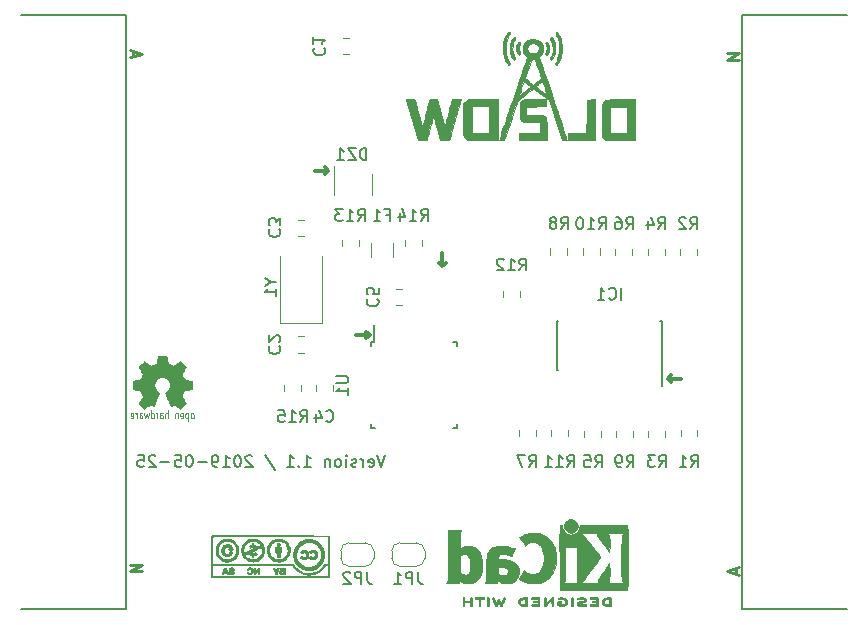
<source format=gbo>
G04 #@! TF.GenerationSoftware,KiCad,Pcbnew,(5.1.2-1)-1*
G04 #@! TF.CreationDate,2019-05-25T13:38:43+02:00*
G04 #@! TF.ProjectId,XoomFloppy Pro,586f6f6d-466c-46f7-9070-792050726f2e,1.1*
G04 #@! TF.SameCoordinates,Original*
G04 #@! TF.FileFunction,Legend,Bot*
G04 #@! TF.FilePolarity,Positive*
%FSLAX46Y46*%
G04 Gerber Fmt 4.6, Leading zero omitted, Abs format (unit mm)*
G04 Created by KiCad (PCBNEW (5.1.2-1)-1) date 2019-05-25 13:38:43*
%MOMM*%
%LPD*%
G04 APERTURE LIST*
%ADD10C,0.300000*%
%ADD11C,0.250000*%
%ADD12C,0.150000*%
%ADD13C,0.010000*%
%ADD14C,0.002540*%
%ADD15C,0.075000*%
%ADD16C,0.120000*%
%ADD17C,0.127000*%
G04 APERTURE END LIST*
D10*
X170261742Y-97142371D02*
X170261742Y-98285228D01*
X170547457Y-97999514D02*
X170261742Y-98285228D01*
X169976028Y-97999514D01*
X190512628Y-107803142D02*
X189369771Y-107803142D01*
X189655485Y-108088857D02*
X189369771Y-107803142D01*
X189655485Y-107517428D01*
X162979171Y-104083657D02*
X164122028Y-104083657D01*
X163836314Y-103797942D02*
X164122028Y-104083657D01*
X163836314Y-104369371D01*
X159473971Y-90189857D02*
X160616828Y-90189857D01*
X160331114Y-89904142D02*
X160616828Y-90189857D01*
X160331114Y-90475571D01*
D11*
X143819619Y-123539285D02*
X144819619Y-123539285D01*
X143819619Y-124110714D01*
X144819619Y-124110714D01*
X195111666Y-124317095D02*
X195111666Y-123840904D01*
X195397380Y-124412333D02*
X194397380Y-124079000D01*
X195397380Y-123745666D01*
X195397380Y-80791014D02*
X194397380Y-80791014D01*
X195397380Y-80219585D01*
X194397380Y-80219585D01*
X144105333Y-80025904D02*
X144105333Y-80502095D01*
X143819619Y-79930666D02*
X144819619Y-80264000D01*
X143819619Y-80597333D01*
D12*
X165413009Y-114260380D02*
X165079676Y-115260380D01*
X164746342Y-114260380D01*
X164032057Y-115212761D02*
X164127295Y-115260380D01*
X164317771Y-115260380D01*
X164413009Y-115212761D01*
X164460628Y-115117523D01*
X164460628Y-114736571D01*
X164413009Y-114641333D01*
X164317771Y-114593714D01*
X164127295Y-114593714D01*
X164032057Y-114641333D01*
X163984438Y-114736571D01*
X163984438Y-114831809D01*
X164460628Y-114927047D01*
X163555866Y-115260380D02*
X163555866Y-114593714D01*
X163555866Y-114784190D02*
X163508247Y-114688952D01*
X163460628Y-114641333D01*
X163365390Y-114593714D01*
X163270152Y-114593714D01*
X162984438Y-115212761D02*
X162889200Y-115260380D01*
X162698723Y-115260380D01*
X162603485Y-115212761D01*
X162555866Y-115117523D01*
X162555866Y-115069904D01*
X162603485Y-114974666D01*
X162698723Y-114927047D01*
X162841580Y-114927047D01*
X162936819Y-114879428D01*
X162984438Y-114784190D01*
X162984438Y-114736571D01*
X162936819Y-114641333D01*
X162841580Y-114593714D01*
X162698723Y-114593714D01*
X162603485Y-114641333D01*
X162127295Y-115260380D02*
X162127295Y-114593714D01*
X162127295Y-114260380D02*
X162174914Y-114308000D01*
X162127295Y-114355619D01*
X162079676Y-114308000D01*
X162127295Y-114260380D01*
X162127295Y-114355619D01*
X161508247Y-115260380D02*
X161603485Y-115212761D01*
X161651104Y-115165142D01*
X161698723Y-115069904D01*
X161698723Y-114784190D01*
X161651104Y-114688952D01*
X161603485Y-114641333D01*
X161508247Y-114593714D01*
X161365390Y-114593714D01*
X161270152Y-114641333D01*
X161222533Y-114688952D01*
X161174914Y-114784190D01*
X161174914Y-115069904D01*
X161222533Y-115165142D01*
X161270152Y-115212761D01*
X161365390Y-115260380D01*
X161508247Y-115260380D01*
X160746342Y-114593714D02*
X160746342Y-115260380D01*
X160746342Y-114688952D02*
X160698723Y-114641333D01*
X160603485Y-114593714D01*
X160460628Y-114593714D01*
X160365390Y-114641333D01*
X160317771Y-114736571D01*
X160317771Y-115260380D01*
X158555866Y-115260380D02*
X159127295Y-115260380D01*
X158841580Y-115260380D02*
X158841580Y-114260380D01*
X158936819Y-114403238D01*
X159032057Y-114498476D01*
X159127295Y-114546095D01*
X158127295Y-115165142D02*
X158079676Y-115212761D01*
X158127295Y-115260380D01*
X158174914Y-115212761D01*
X158127295Y-115165142D01*
X158127295Y-115260380D01*
X157127295Y-115260380D02*
X157698723Y-115260380D01*
X157413009Y-115260380D02*
X157413009Y-114260380D01*
X157508247Y-114403238D01*
X157603485Y-114498476D01*
X157698723Y-114546095D01*
X155222533Y-114212761D02*
X156079676Y-115498476D01*
X154174914Y-114355619D02*
X154127295Y-114308000D01*
X154032057Y-114260380D01*
X153793961Y-114260380D01*
X153698723Y-114308000D01*
X153651104Y-114355619D01*
X153603485Y-114450857D01*
X153603485Y-114546095D01*
X153651104Y-114688952D01*
X154222533Y-115260380D01*
X153603485Y-115260380D01*
X152984438Y-114260380D02*
X152889200Y-114260380D01*
X152793961Y-114308000D01*
X152746342Y-114355619D01*
X152698723Y-114450857D01*
X152651104Y-114641333D01*
X152651104Y-114879428D01*
X152698723Y-115069904D01*
X152746342Y-115165142D01*
X152793961Y-115212761D01*
X152889200Y-115260380D01*
X152984438Y-115260380D01*
X153079676Y-115212761D01*
X153127295Y-115165142D01*
X153174914Y-115069904D01*
X153222533Y-114879428D01*
X153222533Y-114641333D01*
X153174914Y-114450857D01*
X153127295Y-114355619D01*
X153079676Y-114308000D01*
X152984438Y-114260380D01*
X151698723Y-115260380D02*
X152270152Y-115260380D01*
X151984438Y-115260380D02*
X151984438Y-114260380D01*
X152079676Y-114403238D01*
X152174914Y-114498476D01*
X152270152Y-114546095D01*
X151222533Y-115260380D02*
X151032057Y-115260380D01*
X150936819Y-115212761D01*
X150889200Y-115165142D01*
X150793961Y-115022285D01*
X150746342Y-114831809D01*
X150746342Y-114450857D01*
X150793961Y-114355619D01*
X150841580Y-114308000D01*
X150936819Y-114260380D01*
X151127295Y-114260380D01*
X151222533Y-114308000D01*
X151270152Y-114355619D01*
X151317771Y-114450857D01*
X151317771Y-114688952D01*
X151270152Y-114784190D01*
X151222533Y-114831809D01*
X151127295Y-114879428D01*
X150936819Y-114879428D01*
X150841580Y-114831809D01*
X150793961Y-114784190D01*
X150746342Y-114688952D01*
X150317771Y-114879428D02*
X149555866Y-114879428D01*
X148889200Y-114260380D02*
X148793961Y-114260380D01*
X148698723Y-114308000D01*
X148651104Y-114355619D01*
X148603485Y-114450857D01*
X148555866Y-114641333D01*
X148555866Y-114879428D01*
X148603485Y-115069904D01*
X148651104Y-115165142D01*
X148698723Y-115212761D01*
X148793961Y-115260380D01*
X148889200Y-115260380D01*
X148984438Y-115212761D01*
X149032057Y-115165142D01*
X149079676Y-115069904D01*
X149127295Y-114879428D01*
X149127295Y-114641333D01*
X149079676Y-114450857D01*
X149032057Y-114355619D01*
X148984438Y-114308000D01*
X148889200Y-114260380D01*
X147651104Y-114260380D02*
X148127295Y-114260380D01*
X148174914Y-114736571D01*
X148127295Y-114688952D01*
X148032057Y-114641333D01*
X147793961Y-114641333D01*
X147698723Y-114688952D01*
X147651104Y-114736571D01*
X147603485Y-114831809D01*
X147603485Y-115069904D01*
X147651104Y-115165142D01*
X147698723Y-115212761D01*
X147793961Y-115260380D01*
X148032057Y-115260380D01*
X148127295Y-115212761D01*
X148174914Y-115165142D01*
X147174914Y-114879428D02*
X146413009Y-114879428D01*
X145984438Y-114355619D02*
X145936819Y-114308000D01*
X145841580Y-114260380D01*
X145603485Y-114260380D01*
X145508247Y-114308000D01*
X145460628Y-114355619D01*
X145413009Y-114450857D01*
X145413009Y-114546095D01*
X145460628Y-114688952D01*
X146032057Y-115260380D01*
X145413009Y-115260380D01*
X144508247Y-114260380D02*
X144984438Y-114260380D01*
X145032057Y-114736571D01*
X144984438Y-114688952D01*
X144889200Y-114641333D01*
X144651104Y-114641333D01*
X144555866Y-114688952D01*
X144508247Y-114736571D01*
X144460628Y-114831809D01*
X144460628Y-115069904D01*
X144508247Y-115165142D01*
X144555866Y-115212761D01*
X144651104Y-115260380D01*
X144889200Y-115260380D01*
X144984438Y-115212761D01*
X145032057Y-115165142D01*
D13*
G36*
X185124432Y-84143928D02*
G01*
X184873818Y-84145155D01*
X184673010Y-84147498D01*
X184515673Y-84151202D01*
X184395468Y-84156512D01*
X184306060Y-84163672D01*
X184241111Y-84172927D01*
X184194284Y-84184520D01*
X184173689Y-84192094D01*
X184006349Y-84294249D01*
X183869804Y-84442878D01*
X183820355Y-84525047D01*
X183805438Y-84557313D01*
X183793237Y-84594632D01*
X183783485Y-84643228D01*
X183775915Y-84709321D01*
X183770260Y-84799134D01*
X183766254Y-84918888D01*
X183763630Y-85074806D01*
X183762121Y-85273108D01*
X183761460Y-85520018D01*
X183761381Y-85821756D01*
X183761418Y-85899709D01*
X183761776Y-86216113D01*
X183762648Y-86476286D01*
X183764297Y-86686481D01*
X183766984Y-86852950D01*
X183770973Y-86981948D01*
X183776525Y-87079726D01*
X183783903Y-87152537D01*
X183793369Y-87206636D01*
X183805187Y-87248274D01*
X183819490Y-87283426D01*
X183895148Y-87412631D01*
X183993311Y-87502250D01*
X184112347Y-87563415D01*
X184151311Y-87576147D01*
X184205309Y-87586489D01*
X184280548Y-87594673D01*
X184383237Y-87600931D01*
X184519581Y-87605494D01*
X184695788Y-87608594D01*
X184918066Y-87610463D01*
X185192622Y-87611332D01*
X185399949Y-87611470D01*
X186572539Y-87611470D01*
X186572539Y-84799662D01*
X185885209Y-84799662D01*
X185885209Y-86955382D01*
X184448062Y-86955382D01*
X184448062Y-84799662D01*
X185885209Y-84799662D01*
X186572539Y-84799662D01*
X186572539Y-84143574D01*
X185431192Y-84143574D01*
X185124432Y-84143928D01*
X185124432Y-84143928D01*
G37*
X185124432Y-84143928D02*
X184873818Y-84145155D01*
X184673010Y-84147498D01*
X184515673Y-84151202D01*
X184395468Y-84156512D01*
X184306060Y-84163672D01*
X184241111Y-84172927D01*
X184194284Y-84184520D01*
X184173689Y-84192094D01*
X184006349Y-84294249D01*
X183869804Y-84442878D01*
X183820355Y-84525047D01*
X183805438Y-84557313D01*
X183793237Y-84594632D01*
X183783485Y-84643228D01*
X183775915Y-84709321D01*
X183770260Y-84799134D01*
X183766254Y-84918888D01*
X183763630Y-85074806D01*
X183762121Y-85273108D01*
X183761460Y-85520018D01*
X183761381Y-85821756D01*
X183761418Y-85899709D01*
X183761776Y-86216113D01*
X183762648Y-86476286D01*
X183764297Y-86686481D01*
X183766984Y-86852950D01*
X183770973Y-86981948D01*
X183776525Y-87079726D01*
X183783903Y-87152537D01*
X183793369Y-87206636D01*
X183805187Y-87248274D01*
X183819490Y-87283426D01*
X183895148Y-87412631D01*
X183993311Y-87502250D01*
X184112347Y-87563415D01*
X184151311Y-87576147D01*
X184205309Y-87586489D01*
X184280548Y-87594673D01*
X184383237Y-87600931D01*
X184519581Y-87605494D01*
X184695788Y-87608594D01*
X184918066Y-87610463D01*
X185192622Y-87611332D01*
X185399949Y-87611470D01*
X186572539Y-87611470D01*
X186572539Y-84799662D01*
X185885209Y-84799662D01*
X185885209Y-86955382D01*
X184448062Y-86955382D01*
X184448062Y-84799662D01*
X185885209Y-84799662D01*
X186572539Y-84799662D01*
X186572539Y-84143574D01*
X185431192Y-84143574D01*
X185124432Y-84143928D01*
G36*
X182495418Y-84159195D02*
G01*
X182487289Y-85572909D01*
X182479160Y-86986624D01*
X180917681Y-86986624D01*
X180917681Y-87611470D01*
X183198370Y-87611470D01*
X183198370Y-84141527D01*
X182495418Y-84159195D01*
X182495418Y-84159195D01*
G37*
X182495418Y-84159195D02*
X182487289Y-85572909D01*
X182479160Y-86986624D01*
X180917681Y-86986624D01*
X180917681Y-87611470D01*
X183198370Y-87611470D01*
X183198370Y-84141527D01*
X182495418Y-84159195D01*
G36*
X177724054Y-79069235D02*
G01*
X177614808Y-79090818D01*
X177522261Y-79127418D01*
X177472638Y-79154534D01*
X177291837Y-79292131D01*
X177165397Y-79460317D01*
X177094251Y-79657299D01*
X177079330Y-79881283D01*
X177081189Y-79907832D01*
X177127726Y-80102653D01*
X177231676Y-80276026D01*
X177390314Y-80423463D01*
X177397304Y-80428437D01*
X177529018Y-80521278D01*
X177398299Y-80793742D01*
X177375763Y-80849376D01*
X177335555Y-80958262D01*
X177279229Y-81115795D01*
X177208339Y-81317372D01*
X177124439Y-81558390D01*
X177029085Y-81834243D01*
X176923830Y-82140330D01*
X176810228Y-82472046D01*
X176689836Y-82824787D01*
X176564205Y-83193950D01*
X176434892Y-83574931D01*
X176303450Y-83963126D01*
X176171435Y-84353933D01*
X176040399Y-84742746D01*
X175911898Y-85124963D01*
X175787486Y-85495979D01*
X175668718Y-85851192D01*
X175557148Y-86185997D01*
X175454330Y-86495791D01*
X175361818Y-86775969D01*
X175281168Y-87021930D01*
X175213933Y-87229067D01*
X175161668Y-87392779D01*
X175125928Y-87508461D01*
X175108266Y-87571510D01*
X175106611Y-87581034D01*
X175136418Y-87599318D01*
X175221762Y-87606731D01*
X175310837Y-87605087D01*
X175515064Y-87595849D01*
X176058142Y-85961854D01*
X176160667Y-85654706D01*
X176258362Y-85364574D01*
X176349292Y-85097036D01*
X176431521Y-84857668D01*
X176503112Y-84652047D01*
X176562131Y-84485751D01*
X176606642Y-84364356D01*
X176634708Y-84293439D01*
X176642784Y-84277515D01*
X176676918Y-84246152D01*
X176753799Y-84181265D01*
X176867077Y-84087976D01*
X177010401Y-83971410D01*
X177177420Y-83836690D01*
X177361784Y-83688940D01*
X177557143Y-83533285D01*
X177757145Y-83374848D01*
X177940623Y-83230379D01*
X177972094Y-83234909D01*
X178039924Y-83271784D01*
X178146578Y-83342700D01*
X178294525Y-83449351D01*
X178486231Y-83593433D01*
X178634419Y-83707148D01*
X179290391Y-84213604D01*
X180423009Y-87611470D01*
X180623482Y-87611470D01*
X180735457Y-87606661D01*
X180805622Y-87593490D01*
X180823954Y-87578487D01*
X180814284Y-87545005D01*
X180786119Y-87456092D01*
X180740726Y-87315596D01*
X180679372Y-87127364D01*
X180603322Y-86895243D01*
X180513844Y-86623080D01*
X180412205Y-86314722D01*
X180299672Y-85974017D01*
X180177510Y-85604811D01*
X180046988Y-85210951D01*
X179909371Y-84796285D01*
X179765926Y-84364660D01*
X179746368Y-84305855D01*
X179564044Y-83758942D01*
X179134825Y-83758942D01*
X179132325Y-83767488D01*
X179126490Y-83768666D01*
X179098175Y-83750493D01*
X179028631Y-83700006D01*
X178925951Y-83623250D01*
X178798229Y-83526272D01*
X178663375Y-83422699D01*
X178519586Y-83310746D01*
X178393913Y-83211089D01*
X178294398Y-83130253D01*
X178229084Y-83074763D01*
X178214152Y-83059760D01*
X177740611Y-83059760D01*
X177713107Y-83085327D01*
X177646270Y-83141629D01*
X177549211Y-83221376D01*
X177431044Y-83317277D01*
X177300878Y-83422040D01*
X177167827Y-83528374D01*
X177041002Y-83628987D01*
X176929514Y-83716588D01*
X176842476Y-83783886D01*
X176788999Y-83823588D01*
X176776635Y-83831151D01*
X176783388Y-83802974D01*
X176807265Y-83724216D01*
X176845509Y-83603532D01*
X176895366Y-83449580D01*
X176954082Y-83271016D01*
X176974450Y-83209613D01*
X177181061Y-82588075D01*
X177469540Y-82809834D01*
X177581156Y-82898975D01*
X177669591Y-82976042D01*
X177725689Y-83032592D01*
X177740611Y-83059760D01*
X178214152Y-83059760D01*
X178206101Y-83051672D01*
X178224567Y-83022008D01*
X178281709Y-82965398D01*
X178366376Y-82892604D01*
X178393554Y-82870741D01*
X178498859Y-82787130D01*
X178595473Y-82710229D01*
X178664546Y-82655044D01*
X178670853Y-82649980D01*
X178751578Y-82585090D01*
X178936413Y-83137825D01*
X179006053Y-83346240D01*
X179058088Y-83502814D01*
X179094749Y-83614960D01*
X179118270Y-83690089D01*
X179130884Y-83735612D01*
X179134825Y-83758942D01*
X179564044Y-83758942D01*
X179548660Y-83712797D01*
X179367237Y-83171338D01*
X179202395Y-82682335D01*
X179081562Y-82326534D01*
X178661948Y-82326534D01*
X178594796Y-82388650D01*
X178543227Y-82433046D01*
X178455625Y-82505129D01*
X178345202Y-82594127D01*
X178249146Y-82670401D01*
X177970647Y-82890034D01*
X177639920Y-82636827D01*
X177515669Y-82541560D01*
X177409001Y-82459513D01*
X177329912Y-82398394D01*
X177288400Y-82365914D01*
X177285420Y-82363476D01*
X177287751Y-82329129D01*
X177308045Y-82244969D01*
X177343655Y-82120170D01*
X177391937Y-81963908D01*
X177450244Y-81785358D01*
X177463404Y-81746217D01*
X177578220Y-81418307D01*
X177681416Y-81149030D01*
X177774084Y-80935843D01*
X177857316Y-80776201D01*
X177919701Y-80682942D01*
X177975133Y-80612102D01*
X178044294Y-80724005D01*
X178110866Y-80838625D01*
X178173969Y-80963663D01*
X178237795Y-81109244D01*
X178306538Y-81285490D01*
X178384390Y-81502525D01*
X178466425Y-81743233D01*
X178661948Y-82326534D01*
X179081562Y-82326534D01*
X179054431Y-82246646D01*
X178923639Y-81865125D01*
X178810315Y-81538631D01*
X178714756Y-81268019D01*
X178637258Y-81054146D01*
X178578115Y-80897868D01*
X178537623Y-80800043D01*
X178530550Y-80785025D01*
X178466866Y-80650840D01*
X178431036Y-80561796D01*
X178420163Y-80508641D01*
X178431346Y-80482122D01*
X178434901Y-80479783D01*
X178600133Y-80353205D01*
X178721658Y-80191180D01*
X178795892Y-80005150D01*
X178819251Y-79806556D01*
X178817164Y-79793152D01*
X178465288Y-79793152D01*
X178449754Y-79909587D01*
X178385877Y-80025757D01*
X178284016Y-80132387D01*
X178168357Y-80204958D01*
X178063581Y-80228009D01*
X177931091Y-80229638D01*
X177796352Y-80212225D01*
X177684830Y-80178148D01*
X177646559Y-80156224D01*
X177518113Y-80031736D01*
X177450314Y-79898918D01*
X177443205Y-79763153D01*
X177496833Y-79629828D01*
X177611240Y-79504328D01*
X177641007Y-79480948D01*
X177756323Y-79426911D01*
X177902066Y-79402657D01*
X178052982Y-79409613D01*
X178183816Y-79449207D01*
X178185698Y-79450160D01*
X178333235Y-79549027D01*
X178427500Y-79665217D01*
X178465288Y-79793152D01*
X178817164Y-79793152D01*
X178788149Y-79606842D01*
X178743521Y-79494554D01*
X178623811Y-79312555D01*
X178469397Y-79179802D01*
X178277855Y-79095077D01*
X178046761Y-79057161D01*
X177872830Y-79057112D01*
X177724054Y-79069235D01*
X177724054Y-79069235D01*
G37*
X177724054Y-79069235D02*
X177614808Y-79090818D01*
X177522261Y-79127418D01*
X177472638Y-79154534D01*
X177291837Y-79292131D01*
X177165397Y-79460317D01*
X177094251Y-79657299D01*
X177079330Y-79881283D01*
X177081189Y-79907832D01*
X177127726Y-80102653D01*
X177231676Y-80276026D01*
X177390314Y-80423463D01*
X177397304Y-80428437D01*
X177529018Y-80521278D01*
X177398299Y-80793742D01*
X177375763Y-80849376D01*
X177335555Y-80958262D01*
X177279229Y-81115795D01*
X177208339Y-81317372D01*
X177124439Y-81558390D01*
X177029085Y-81834243D01*
X176923830Y-82140330D01*
X176810228Y-82472046D01*
X176689836Y-82824787D01*
X176564205Y-83193950D01*
X176434892Y-83574931D01*
X176303450Y-83963126D01*
X176171435Y-84353933D01*
X176040399Y-84742746D01*
X175911898Y-85124963D01*
X175787486Y-85495979D01*
X175668718Y-85851192D01*
X175557148Y-86185997D01*
X175454330Y-86495791D01*
X175361818Y-86775969D01*
X175281168Y-87021930D01*
X175213933Y-87229067D01*
X175161668Y-87392779D01*
X175125928Y-87508461D01*
X175108266Y-87571510D01*
X175106611Y-87581034D01*
X175136418Y-87599318D01*
X175221762Y-87606731D01*
X175310837Y-87605087D01*
X175515064Y-87595849D01*
X176058142Y-85961854D01*
X176160667Y-85654706D01*
X176258362Y-85364574D01*
X176349292Y-85097036D01*
X176431521Y-84857668D01*
X176503112Y-84652047D01*
X176562131Y-84485751D01*
X176606642Y-84364356D01*
X176634708Y-84293439D01*
X176642784Y-84277515D01*
X176676918Y-84246152D01*
X176753799Y-84181265D01*
X176867077Y-84087976D01*
X177010401Y-83971410D01*
X177177420Y-83836690D01*
X177361784Y-83688940D01*
X177557143Y-83533285D01*
X177757145Y-83374848D01*
X177940623Y-83230379D01*
X177972094Y-83234909D01*
X178039924Y-83271784D01*
X178146578Y-83342700D01*
X178294525Y-83449351D01*
X178486231Y-83593433D01*
X178634419Y-83707148D01*
X179290391Y-84213604D01*
X180423009Y-87611470D01*
X180623482Y-87611470D01*
X180735457Y-87606661D01*
X180805622Y-87593490D01*
X180823954Y-87578487D01*
X180814284Y-87545005D01*
X180786119Y-87456092D01*
X180740726Y-87315596D01*
X180679372Y-87127364D01*
X180603322Y-86895243D01*
X180513844Y-86623080D01*
X180412205Y-86314722D01*
X180299672Y-85974017D01*
X180177510Y-85604811D01*
X180046988Y-85210951D01*
X179909371Y-84796285D01*
X179765926Y-84364660D01*
X179746368Y-84305855D01*
X179564044Y-83758942D01*
X179134825Y-83758942D01*
X179132325Y-83767488D01*
X179126490Y-83768666D01*
X179098175Y-83750493D01*
X179028631Y-83700006D01*
X178925951Y-83623250D01*
X178798229Y-83526272D01*
X178663375Y-83422699D01*
X178519586Y-83310746D01*
X178393913Y-83211089D01*
X178294398Y-83130253D01*
X178229084Y-83074763D01*
X178214152Y-83059760D01*
X177740611Y-83059760D01*
X177713107Y-83085327D01*
X177646270Y-83141629D01*
X177549211Y-83221376D01*
X177431044Y-83317277D01*
X177300878Y-83422040D01*
X177167827Y-83528374D01*
X177041002Y-83628987D01*
X176929514Y-83716588D01*
X176842476Y-83783886D01*
X176788999Y-83823588D01*
X176776635Y-83831151D01*
X176783388Y-83802974D01*
X176807265Y-83724216D01*
X176845509Y-83603532D01*
X176895366Y-83449580D01*
X176954082Y-83271016D01*
X176974450Y-83209613D01*
X177181061Y-82588075D01*
X177469540Y-82809834D01*
X177581156Y-82898975D01*
X177669591Y-82976042D01*
X177725689Y-83032592D01*
X177740611Y-83059760D01*
X178214152Y-83059760D01*
X178206101Y-83051672D01*
X178224567Y-83022008D01*
X178281709Y-82965398D01*
X178366376Y-82892604D01*
X178393554Y-82870741D01*
X178498859Y-82787130D01*
X178595473Y-82710229D01*
X178664546Y-82655044D01*
X178670853Y-82649980D01*
X178751578Y-82585090D01*
X178936413Y-83137825D01*
X179006053Y-83346240D01*
X179058088Y-83502814D01*
X179094749Y-83614960D01*
X179118270Y-83690089D01*
X179130884Y-83735612D01*
X179134825Y-83758942D01*
X179564044Y-83758942D01*
X179548660Y-83712797D01*
X179367237Y-83171338D01*
X179202395Y-82682335D01*
X179081562Y-82326534D01*
X178661948Y-82326534D01*
X178594796Y-82388650D01*
X178543227Y-82433046D01*
X178455625Y-82505129D01*
X178345202Y-82594127D01*
X178249146Y-82670401D01*
X177970647Y-82890034D01*
X177639920Y-82636827D01*
X177515669Y-82541560D01*
X177409001Y-82459513D01*
X177329912Y-82398394D01*
X177288400Y-82365914D01*
X177285420Y-82363476D01*
X177287751Y-82329129D01*
X177308045Y-82244969D01*
X177343655Y-82120170D01*
X177391937Y-81963908D01*
X177450244Y-81785358D01*
X177463404Y-81746217D01*
X177578220Y-81418307D01*
X177681416Y-81149030D01*
X177774084Y-80935843D01*
X177857316Y-80776201D01*
X177919701Y-80682942D01*
X177975133Y-80612102D01*
X178044294Y-80724005D01*
X178110866Y-80838625D01*
X178173969Y-80963663D01*
X178237795Y-81109244D01*
X178306538Y-81285490D01*
X178384390Y-81502525D01*
X178466425Y-81743233D01*
X178661948Y-82326534D01*
X179081562Y-82326534D01*
X179054431Y-82246646D01*
X178923639Y-81865125D01*
X178810315Y-81538631D01*
X178714756Y-81268019D01*
X178637258Y-81054146D01*
X178578115Y-80897868D01*
X178537623Y-80800043D01*
X178530550Y-80785025D01*
X178466866Y-80650840D01*
X178431036Y-80561796D01*
X178420163Y-80508641D01*
X178431346Y-80482122D01*
X178434901Y-80479783D01*
X178600133Y-80353205D01*
X178721658Y-80191180D01*
X178795892Y-80005150D01*
X178819251Y-79806556D01*
X178817164Y-79793152D01*
X178465288Y-79793152D01*
X178449754Y-79909587D01*
X178385877Y-80025757D01*
X178284016Y-80132387D01*
X178168357Y-80204958D01*
X178063581Y-80228009D01*
X177931091Y-80229638D01*
X177796352Y-80212225D01*
X177684830Y-80178148D01*
X177646559Y-80156224D01*
X177518113Y-80031736D01*
X177450314Y-79898918D01*
X177443205Y-79763153D01*
X177496833Y-79629828D01*
X177611240Y-79504328D01*
X177641007Y-79480948D01*
X177756323Y-79426911D01*
X177902066Y-79402657D01*
X178052982Y-79409613D01*
X178183816Y-79449207D01*
X178185698Y-79450160D01*
X178333235Y-79549027D01*
X178427500Y-79665217D01*
X178465288Y-79793152D01*
X178817164Y-79793152D01*
X178788149Y-79606842D01*
X178743521Y-79494554D01*
X178623811Y-79312555D01*
X178469397Y-79179802D01*
X178277855Y-79095077D01*
X178046761Y-79057161D01*
X177872830Y-79057112D01*
X177724054Y-79069235D01*
G36*
X178363622Y-84084024D02*
G01*
X178040827Y-84086208D01*
X177774513Y-84090203D01*
X177558687Y-84096541D01*
X177387358Y-84105759D01*
X177254534Y-84118391D01*
X177154224Y-84134972D01*
X177080436Y-84156037D01*
X177027179Y-84182119D01*
X176996285Y-84206058D01*
X176935865Y-84266204D01*
X176890314Y-84325006D01*
X176857520Y-84392266D01*
X176835371Y-84477786D01*
X176821756Y-84591366D01*
X176814562Y-84742810D01*
X176811679Y-84941918D01*
X176811187Y-85065222D01*
X176811153Y-85274185D01*
X176812802Y-85431174D01*
X176817131Y-85546696D01*
X176825138Y-85631256D01*
X176837821Y-85695361D01*
X176856178Y-85749518D01*
X176881207Y-85804234D01*
X176881406Y-85804639D01*
X176921336Y-85882580D01*
X176960768Y-85943179D01*
X177007836Y-85988746D01*
X177070673Y-86021594D01*
X177157413Y-86044032D01*
X177276190Y-86058373D01*
X177435137Y-86066927D01*
X177642389Y-86072006D01*
X177832503Y-86074898D01*
X178543265Y-86084821D01*
X178543265Y-86955382D01*
X176793696Y-86955382D01*
X176793696Y-87611470D01*
X179136869Y-87611470D01*
X179133953Y-87275615D01*
X179131826Y-87130742D01*
X179127781Y-86941706D01*
X179122276Y-86726787D01*
X179115770Y-86504261D01*
X179110521Y-86343667D01*
X179103198Y-86136901D01*
X179096477Y-85982692D01*
X179088827Y-85871151D01*
X179078716Y-85792387D01*
X179064613Y-85736510D01*
X179044987Y-85693630D01*
X179018307Y-85653856D01*
X178999971Y-85629590D01*
X178948474Y-85566990D01*
X178895560Y-85518558D01*
X178832691Y-85482490D01*
X178751329Y-85456985D01*
X178642936Y-85440239D01*
X178498974Y-85430448D01*
X178310905Y-85425811D01*
X178070190Y-85424524D01*
X178028771Y-85424508D01*
X177356057Y-85424508D01*
X177356057Y-84778280D01*
X177923427Y-84757729D01*
X178131567Y-84750810D01*
X178342486Y-84744884D01*
X178538375Y-84740377D01*
X178701426Y-84737716D01*
X178782591Y-84737178D01*
X179074385Y-84737178D01*
X179074385Y-84081089D01*
X178363622Y-84084024D01*
X178363622Y-84084024D01*
G37*
X178363622Y-84084024D02*
X178040827Y-84086208D01*
X177774513Y-84090203D01*
X177558687Y-84096541D01*
X177387358Y-84105759D01*
X177254534Y-84118391D01*
X177154224Y-84134972D01*
X177080436Y-84156037D01*
X177027179Y-84182119D01*
X176996285Y-84206058D01*
X176935865Y-84266204D01*
X176890314Y-84325006D01*
X176857520Y-84392266D01*
X176835371Y-84477786D01*
X176821756Y-84591366D01*
X176814562Y-84742810D01*
X176811679Y-84941918D01*
X176811187Y-85065222D01*
X176811153Y-85274185D01*
X176812802Y-85431174D01*
X176817131Y-85546696D01*
X176825138Y-85631256D01*
X176837821Y-85695361D01*
X176856178Y-85749518D01*
X176881207Y-85804234D01*
X176881406Y-85804639D01*
X176921336Y-85882580D01*
X176960768Y-85943179D01*
X177007836Y-85988746D01*
X177070673Y-86021594D01*
X177157413Y-86044032D01*
X177276190Y-86058373D01*
X177435137Y-86066927D01*
X177642389Y-86072006D01*
X177832503Y-86074898D01*
X178543265Y-86084821D01*
X178543265Y-86955382D01*
X176793696Y-86955382D01*
X176793696Y-87611470D01*
X179136869Y-87611470D01*
X179133953Y-87275615D01*
X179131826Y-87130742D01*
X179127781Y-86941706D01*
X179122276Y-86726787D01*
X179115770Y-86504261D01*
X179110521Y-86343667D01*
X179103198Y-86136901D01*
X179096477Y-85982692D01*
X179088827Y-85871151D01*
X179078716Y-85792387D01*
X179064613Y-85736510D01*
X179044987Y-85693630D01*
X179018307Y-85653856D01*
X178999971Y-85629590D01*
X178948474Y-85566990D01*
X178895560Y-85518558D01*
X178832691Y-85482490D01*
X178751329Y-85456985D01*
X178642936Y-85440239D01*
X178498974Y-85430448D01*
X178310905Y-85425811D01*
X178070190Y-85424524D01*
X178028771Y-85424508D01*
X177356057Y-85424508D01*
X177356057Y-84778280D01*
X177923427Y-84757729D01*
X178131567Y-84750810D01*
X178342486Y-84744884D01*
X178538375Y-84740377D01*
X178701426Y-84737716D01*
X178782591Y-84737178D01*
X179074385Y-84737178D01*
X179074385Y-84081089D01*
X178363622Y-84084024D01*
G36*
X173739760Y-84087524D02*
G01*
X172529120Y-84096710D01*
X172380020Y-84184354D01*
X172274984Y-84261489D01*
X172179238Y-84356778D01*
X172145702Y-84400714D01*
X172060485Y-84529431D01*
X172050641Y-85672111D01*
X172048908Y-85944226D01*
X172048390Y-86205871D01*
X172049020Y-86448186D01*
X172050732Y-86662314D01*
X172053457Y-86839396D01*
X172057128Y-86970574D01*
X172061045Y-87040526D01*
X172092081Y-87227107D01*
X172151667Y-87367812D01*
X172247052Y-87475508D01*
X172342590Y-87540185D01*
X172374929Y-87557783D01*
X172407952Y-87572168D01*
X172447963Y-87583668D01*
X172501262Y-87592609D01*
X172574153Y-87599319D01*
X172672937Y-87604122D01*
X172803916Y-87607347D01*
X172973392Y-87609319D01*
X173187667Y-87610365D01*
X173453044Y-87610811D01*
X173708517Y-87610956D01*
X174950399Y-87611470D01*
X174950399Y-84737178D01*
X174231826Y-84737178D01*
X174231826Y-86955382D01*
X172763437Y-86955382D01*
X172763437Y-84737178D01*
X174231826Y-84737178D01*
X174950399Y-84737178D01*
X174950399Y-84078339D01*
X173739760Y-84087524D01*
X173739760Y-84087524D01*
G37*
X173739760Y-84087524D02*
X172529120Y-84096710D01*
X172380020Y-84184354D01*
X172274984Y-84261489D01*
X172179238Y-84356778D01*
X172145702Y-84400714D01*
X172060485Y-84529431D01*
X172050641Y-85672111D01*
X172048908Y-85944226D01*
X172048390Y-86205871D01*
X172049020Y-86448186D01*
X172050732Y-86662314D01*
X172053457Y-86839396D01*
X172057128Y-86970574D01*
X172061045Y-87040526D01*
X172092081Y-87227107D01*
X172151667Y-87367812D01*
X172247052Y-87475508D01*
X172342590Y-87540185D01*
X172374929Y-87557783D01*
X172407952Y-87572168D01*
X172447963Y-87583668D01*
X172501262Y-87592609D01*
X172574153Y-87599319D01*
X172672937Y-87604122D01*
X172803916Y-87607347D01*
X172973392Y-87609319D01*
X173187667Y-87610365D01*
X173453044Y-87610811D01*
X173708517Y-87610956D01*
X174950399Y-87611470D01*
X174950399Y-84737178D01*
X174231826Y-84737178D01*
X174231826Y-86955382D01*
X172763437Y-86955382D01*
X172763437Y-84737178D01*
X174231826Y-84737178D01*
X174950399Y-84737178D01*
X174950399Y-84078339D01*
X173739760Y-84087524D01*
G36*
X169015544Y-84837641D02*
G01*
X168953323Y-85078811D01*
X168888586Y-85329914D01*
X168825435Y-85575020D01*
X168767975Y-85798202D01*
X168720308Y-85983532D01*
X168704133Y-86046494D01*
X168588546Y-86496646D01*
X168361189Y-85687207D01*
X168293302Y-85445591D01*
X168224128Y-85199526D01*
X168157543Y-84962792D01*
X168097424Y-84749172D01*
X168047648Y-84572445D01*
X168021419Y-84479429D01*
X167909007Y-84081089D01*
X167555656Y-84081089D01*
X167415274Y-84083025D01*
X167301016Y-84088282D01*
X167225394Y-84096035D01*
X167200703Y-84104521D01*
X167208946Y-84137977D01*
X167233244Y-84226029D01*
X167272056Y-84363315D01*
X167323840Y-84544476D01*
X167387054Y-84764150D01*
X167460156Y-85016978D01*
X167541605Y-85297599D01*
X167629858Y-85600653D01*
X167708391Y-85869557D01*
X168217681Y-87611162D01*
X168583310Y-87611316D01*
X168948938Y-87611470D01*
X168975948Y-87509933D01*
X168990450Y-87454997D01*
X169018616Y-87347928D01*
X169058264Y-87197034D01*
X169107212Y-87010626D01*
X169163277Y-86797011D01*
X169224278Y-86564498D01*
X169250787Y-86463428D01*
X169312191Y-86231256D01*
X169369112Y-86019769D01*
X169419523Y-85836212D01*
X169461393Y-85687834D01*
X169492695Y-85581880D01*
X169511400Y-85525598D01*
X169515369Y-85518348D01*
X169527217Y-85547341D01*
X169553325Y-85629787D01*
X169591706Y-85758804D01*
X169640368Y-85927511D01*
X169697324Y-86129026D01*
X169760583Y-86356467D01*
X169815642Y-86557042D01*
X170099162Y-87595849D01*
X170478409Y-87604621D01*
X170624232Y-87607314D01*
X170744387Y-87608239D01*
X170826799Y-87607397D01*
X170859392Y-87604787D01*
X170859496Y-87604621D01*
X170868089Y-87573809D01*
X170892183Y-87488181D01*
X170930280Y-87353048D01*
X170980879Y-87173723D01*
X171042481Y-86955516D01*
X171113587Y-86703739D01*
X171192698Y-86423703D01*
X171278313Y-86120720D01*
X171355880Y-85846280D01*
X171850425Y-84096710D01*
X171490451Y-84087872D01*
X171346956Y-84085672D01*
X171227750Y-84086340D01*
X171145876Y-84089635D01*
X171114694Y-84094818D01*
X171103460Y-84127573D01*
X171078260Y-84214098D01*
X171040922Y-84347710D01*
X170993274Y-84521723D01*
X170937144Y-84729453D01*
X170874360Y-84964214D01*
X170806751Y-85219324D01*
X170796125Y-85259622D01*
X170727876Y-85518330D01*
X170664322Y-85758696D01*
X170607286Y-85973862D01*
X170558592Y-86156971D01*
X170520065Y-86301168D01*
X170493528Y-86399595D01*
X170480804Y-86445396D01*
X170480234Y-86447203D01*
X170469438Y-86426737D01*
X170444154Y-86352093D01*
X170406195Y-86229413D01*
X170357372Y-86064842D01*
X170299500Y-85864521D01*
X170234390Y-85634593D01*
X170163857Y-85381202D01*
X170139083Y-85291237D01*
X169811039Y-84096710D01*
X169511203Y-84087826D01*
X169211368Y-84078942D01*
X169015544Y-84837641D01*
X169015544Y-84837641D01*
G37*
X169015544Y-84837641D02*
X168953323Y-85078811D01*
X168888586Y-85329914D01*
X168825435Y-85575020D01*
X168767975Y-85798202D01*
X168720308Y-85983532D01*
X168704133Y-86046494D01*
X168588546Y-86496646D01*
X168361189Y-85687207D01*
X168293302Y-85445591D01*
X168224128Y-85199526D01*
X168157543Y-84962792D01*
X168097424Y-84749172D01*
X168047648Y-84572445D01*
X168021419Y-84479429D01*
X167909007Y-84081089D01*
X167555656Y-84081089D01*
X167415274Y-84083025D01*
X167301016Y-84088282D01*
X167225394Y-84096035D01*
X167200703Y-84104521D01*
X167208946Y-84137977D01*
X167233244Y-84226029D01*
X167272056Y-84363315D01*
X167323840Y-84544476D01*
X167387054Y-84764150D01*
X167460156Y-85016978D01*
X167541605Y-85297599D01*
X167629858Y-85600653D01*
X167708391Y-85869557D01*
X168217681Y-87611162D01*
X168583310Y-87611316D01*
X168948938Y-87611470D01*
X168975948Y-87509933D01*
X168990450Y-87454997D01*
X169018616Y-87347928D01*
X169058264Y-87197034D01*
X169107212Y-87010626D01*
X169163277Y-86797011D01*
X169224278Y-86564498D01*
X169250787Y-86463428D01*
X169312191Y-86231256D01*
X169369112Y-86019769D01*
X169419523Y-85836212D01*
X169461393Y-85687834D01*
X169492695Y-85581880D01*
X169511400Y-85525598D01*
X169515369Y-85518348D01*
X169527217Y-85547341D01*
X169553325Y-85629787D01*
X169591706Y-85758804D01*
X169640368Y-85927511D01*
X169697324Y-86129026D01*
X169760583Y-86356467D01*
X169815642Y-86557042D01*
X170099162Y-87595849D01*
X170478409Y-87604621D01*
X170624232Y-87607314D01*
X170744387Y-87608239D01*
X170826799Y-87607397D01*
X170859392Y-87604787D01*
X170859496Y-87604621D01*
X170868089Y-87573809D01*
X170892183Y-87488181D01*
X170930280Y-87353048D01*
X170980879Y-87173723D01*
X171042481Y-86955516D01*
X171113587Y-86703739D01*
X171192698Y-86423703D01*
X171278313Y-86120720D01*
X171355880Y-85846280D01*
X171850425Y-84096710D01*
X171490451Y-84087872D01*
X171346956Y-84085672D01*
X171227750Y-84086340D01*
X171145876Y-84089635D01*
X171114694Y-84094818D01*
X171103460Y-84127573D01*
X171078260Y-84214098D01*
X171040922Y-84347710D01*
X170993274Y-84521723D01*
X170937144Y-84729453D01*
X170874360Y-84964214D01*
X170806751Y-85219324D01*
X170796125Y-85259622D01*
X170727876Y-85518330D01*
X170664322Y-85758696D01*
X170607286Y-85973862D01*
X170558592Y-86156971D01*
X170520065Y-86301168D01*
X170493528Y-86399595D01*
X170480804Y-86445396D01*
X170480234Y-86447203D01*
X170469438Y-86426737D01*
X170444154Y-86352093D01*
X170406195Y-86229413D01*
X170357372Y-86064842D01*
X170299500Y-85864521D01*
X170234390Y-85634593D01*
X170163857Y-85381202D01*
X170139083Y-85291237D01*
X169811039Y-84096710D01*
X169511203Y-84087826D01*
X169211368Y-84078942D01*
X169015544Y-84837641D01*
G36*
X179887217Y-78458961D02*
G01*
X179863687Y-78512715D01*
X179878709Y-78606755D01*
X179932416Y-78744723D01*
X179962397Y-78808203D01*
X180058760Y-79026192D01*
X180124068Y-79230339D01*
X180162979Y-79442028D01*
X180180150Y-79682639D01*
X180182038Y-79816513D01*
X180163252Y-80162866D01*
X180105321Y-80467778D01*
X180006258Y-80740046D01*
X179947401Y-80854847D01*
X179878021Y-81003685D01*
X179858169Y-81115999D01*
X179887664Y-81193122D01*
X179899610Y-81204559D01*
X179940994Y-81220872D01*
X179989383Y-81192391D01*
X180012869Y-81169331D01*
X180084598Y-81071457D01*
X180161424Y-80926998D01*
X180236659Y-80750731D01*
X180303613Y-80557434D01*
X180328235Y-80472602D01*
X180362186Y-80327665D01*
X180383602Y-80179806D01*
X180394758Y-80008094D01*
X180397856Y-79832135D01*
X180389547Y-79536821D01*
X180359539Y-79283368D01*
X180304040Y-79053769D01*
X180219260Y-78830021D01*
X180161038Y-78707411D01*
X180095213Y-78581164D01*
X180046555Y-78501842D01*
X180006923Y-78459241D01*
X179968176Y-78443157D01*
X179949169Y-78441852D01*
X179887217Y-78458961D01*
X179887217Y-78458961D01*
G37*
X179887217Y-78458961D02*
X179863687Y-78512715D01*
X179878709Y-78606755D01*
X179932416Y-78744723D01*
X179962397Y-78808203D01*
X180058760Y-79026192D01*
X180124068Y-79230339D01*
X180162979Y-79442028D01*
X180180150Y-79682639D01*
X180182038Y-79816513D01*
X180163252Y-80162866D01*
X180105321Y-80467778D01*
X180006258Y-80740046D01*
X179947401Y-80854847D01*
X179878021Y-81003685D01*
X179858169Y-81115999D01*
X179887664Y-81193122D01*
X179899610Y-81204559D01*
X179940994Y-81220872D01*
X179989383Y-81192391D01*
X180012869Y-81169331D01*
X180084598Y-81071457D01*
X180161424Y-80926998D01*
X180236659Y-80750731D01*
X180303613Y-80557434D01*
X180328235Y-80472602D01*
X180362186Y-80327665D01*
X180383602Y-80179806D01*
X180394758Y-80008094D01*
X180397856Y-79832135D01*
X180389547Y-79536821D01*
X180359539Y-79283368D01*
X180304040Y-79053769D01*
X180219260Y-78830021D01*
X180161038Y-78707411D01*
X180095213Y-78581164D01*
X180046555Y-78501842D01*
X180006923Y-78459241D01*
X179968176Y-78443157D01*
X179949169Y-78441852D01*
X179887217Y-78458961D01*
G36*
X175847706Y-78437092D02*
G01*
X175788003Y-78482715D01*
X175722977Y-78575943D01*
X175670009Y-78674300D01*
X175535799Y-79004641D01*
X175450327Y-79359043D01*
X175413505Y-79726189D01*
X175425246Y-80094760D01*
X175485462Y-80453435D01*
X175594064Y-80790897D01*
X175687961Y-80988747D01*
X175744845Y-81084387D01*
X175799672Y-81162376D01*
X175826062Y-81191970D01*
X175872496Y-81224333D01*
X175910629Y-81209503D01*
X175930819Y-81190425D01*
X175969392Y-81137394D01*
X175975949Y-81076651D01*
X175948581Y-80993882D01*
X175889745Y-80882381D01*
X175767517Y-80613261D01*
X175683938Y-80305795D01*
X175642109Y-79973028D01*
X175637730Y-79822825D01*
X175648008Y-79547383D01*
X175682203Y-79308706D01*
X175745361Y-79083993D01*
X175842527Y-78850444D01*
X175861727Y-78810403D01*
X175931123Y-78656786D01*
X175966149Y-78548292D01*
X175967625Y-78478406D01*
X175936367Y-78440615D01*
X175909241Y-78431820D01*
X175847706Y-78437092D01*
X175847706Y-78437092D01*
G37*
X175847706Y-78437092D02*
X175788003Y-78482715D01*
X175722977Y-78575943D01*
X175670009Y-78674300D01*
X175535799Y-79004641D01*
X175450327Y-79359043D01*
X175413505Y-79726189D01*
X175425246Y-80094760D01*
X175485462Y-80453435D01*
X175594064Y-80790897D01*
X175687961Y-80988747D01*
X175744845Y-81084387D01*
X175799672Y-81162376D01*
X175826062Y-81191970D01*
X175872496Y-81224333D01*
X175910629Y-81209503D01*
X175930819Y-81190425D01*
X175969392Y-81137394D01*
X175975949Y-81076651D01*
X175948581Y-80993882D01*
X175889745Y-80882381D01*
X175767517Y-80613261D01*
X175683938Y-80305795D01*
X175642109Y-79973028D01*
X175637730Y-79822825D01*
X175648008Y-79547383D01*
X175682203Y-79308706D01*
X175745361Y-79083993D01*
X175842527Y-78850444D01*
X175861727Y-78810403D01*
X175931123Y-78656786D01*
X175966149Y-78548292D01*
X175967625Y-78478406D01*
X175936367Y-78440615D01*
X175909241Y-78431820D01*
X175847706Y-78437092D01*
G36*
X179435841Y-78881538D02*
G01*
X179405128Y-78915398D01*
X179392343Y-78948648D01*
X179399678Y-78995629D01*
X179429325Y-79070683D01*
X179482342Y-79185729D01*
X179585914Y-79475784D01*
X179627251Y-79768632D01*
X179606353Y-80061765D01*
X179523217Y-80352675D01*
X179482881Y-80446145D01*
X179424177Y-80591091D01*
X179405716Y-80691228D01*
X179427596Y-80749631D01*
X179489916Y-80769375D01*
X179493296Y-80769404D01*
X179548442Y-80751577D01*
X179602817Y-80691133D01*
X179644433Y-80621003D01*
X179740887Y-80406022D01*
X179799505Y-80181015D01*
X179824826Y-79926247D01*
X179826658Y-79828645D01*
X179818432Y-79588590D01*
X179789812Y-79386972D01*
X179736536Y-79201857D01*
X179676939Y-79058733D01*
X179604901Y-78929437D01*
X179537085Y-78861984D01*
X179472872Y-78855921D01*
X179435841Y-78881538D01*
X179435841Y-78881538D01*
G37*
X179435841Y-78881538D02*
X179405128Y-78915398D01*
X179392343Y-78948648D01*
X179399678Y-78995629D01*
X179429325Y-79070683D01*
X179482342Y-79185729D01*
X179585914Y-79475784D01*
X179627251Y-79768632D01*
X179606353Y-80061765D01*
X179523217Y-80352675D01*
X179482881Y-80446145D01*
X179424177Y-80591091D01*
X179405716Y-80691228D01*
X179427596Y-80749631D01*
X179489916Y-80769375D01*
X179493296Y-80769404D01*
X179548442Y-80751577D01*
X179602817Y-80691133D01*
X179644433Y-80621003D01*
X179740887Y-80406022D01*
X179799505Y-80181015D01*
X179824826Y-79926247D01*
X179826658Y-79828645D01*
X179818432Y-79588590D01*
X179789812Y-79386972D01*
X179736536Y-79201857D01*
X179676939Y-79058733D01*
X179604901Y-78929437D01*
X179537085Y-78861984D01*
X179472872Y-78855921D01*
X179435841Y-78881538D01*
G36*
X176252057Y-78906423D02*
G01*
X176185744Y-78999405D01*
X176124366Y-79128312D01*
X176070988Y-79284340D01*
X176028675Y-79458684D01*
X176000493Y-79642539D01*
X175989506Y-79827101D01*
X175996717Y-79985239D01*
X176026445Y-80175031D01*
X176072552Y-80354583D01*
X176130603Y-80513810D01*
X176196162Y-80642631D01*
X176264794Y-80730963D01*
X176332064Y-80768725D01*
X176341663Y-80769404D01*
X176409238Y-80746322D01*
X176432895Y-80711690D01*
X176429292Y-80653892D01*
X176400776Y-80558574D01*
X176353957Y-80446145D01*
X176252445Y-80161105D01*
X176209598Y-79870445D01*
X176225402Y-79582003D01*
X176299842Y-79303616D01*
X176356384Y-79175886D01*
X176415633Y-79050791D01*
X176443068Y-78966914D01*
X176439860Y-78912404D01*
X176407178Y-78875409D01*
X176387229Y-78863454D01*
X176320241Y-78858171D01*
X176252057Y-78906423D01*
X176252057Y-78906423D01*
G37*
X176252057Y-78906423D02*
X176185744Y-78999405D01*
X176124366Y-79128312D01*
X176070988Y-79284340D01*
X176028675Y-79458684D01*
X176000493Y-79642539D01*
X175989506Y-79827101D01*
X175996717Y-79985239D01*
X176026445Y-80175031D01*
X176072552Y-80354583D01*
X176130603Y-80513810D01*
X176196162Y-80642631D01*
X176264794Y-80730963D01*
X176332064Y-80768725D01*
X176341663Y-80769404D01*
X176409238Y-80746322D01*
X176432895Y-80711690D01*
X176429292Y-80653892D01*
X176400776Y-80558574D01*
X176353957Y-80446145D01*
X176252445Y-80161105D01*
X176209598Y-79870445D01*
X176225402Y-79582003D01*
X176299842Y-79303616D01*
X176356384Y-79175886D01*
X176415633Y-79050791D01*
X176443068Y-78966914D01*
X176439860Y-78912404D01*
X176407178Y-78875409D01*
X176387229Y-78863454D01*
X176320241Y-78858171D01*
X176252057Y-78906423D01*
G36*
X179021590Y-79306767D02*
G01*
X178994588Y-79371287D01*
X179015764Y-79472374D01*
X179042338Y-79533671D01*
X179085931Y-79641228D01*
X179102124Y-79742184D01*
X179097280Y-79863685D01*
X179077941Y-79983417D01*
X179046256Y-80093040D01*
X179023522Y-80142914D01*
X178991166Y-80234878D01*
X179002713Y-80306653D01*
X179046139Y-80348227D01*
X179109421Y-80349588D01*
X179180533Y-80300725D01*
X179193999Y-80284860D01*
X179248817Y-80181523D01*
X179290461Y-80038744D01*
X179314374Y-79878967D01*
X179316001Y-79724639D01*
X179313323Y-79697015D01*
X179286173Y-79558304D01*
X179242730Y-79434641D01*
X179189566Y-79338842D01*
X179133253Y-79283726D01*
X179097397Y-79275884D01*
X179021590Y-79306767D01*
X179021590Y-79306767D01*
G37*
X179021590Y-79306767D02*
X178994588Y-79371287D01*
X179015764Y-79472374D01*
X179042338Y-79533671D01*
X179085931Y-79641228D01*
X179102124Y-79742184D01*
X179097280Y-79863685D01*
X179077941Y-79983417D01*
X179046256Y-80093040D01*
X179023522Y-80142914D01*
X178991166Y-80234878D01*
X179002713Y-80306653D01*
X179046139Y-80348227D01*
X179109421Y-80349588D01*
X179180533Y-80300725D01*
X179193999Y-80284860D01*
X179248817Y-80181523D01*
X179290461Y-80038744D01*
X179314374Y-79878967D01*
X179316001Y-79724639D01*
X179313323Y-79697015D01*
X179286173Y-79558304D01*
X179242730Y-79434641D01*
X179189566Y-79338842D01*
X179133253Y-79283726D01*
X179097397Y-79275884D01*
X179021590Y-79306767D01*
G36*
X176712625Y-79287962D02*
G01*
X176642009Y-79345560D01*
X176586628Y-79452379D01*
X176549669Y-79602101D01*
X176534317Y-79788410D01*
X176534126Y-79803639D01*
X176544017Y-79963982D01*
X176573269Y-80106981D01*
X176617297Y-80224596D01*
X176671516Y-80308786D01*
X176731339Y-80351513D01*
X176792182Y-80344735D01*
X176825905Y-80315226D01*
X176851107Y-80268420D01*
X176843746Y-80209845D01*
X176827063Y-80165485D01*
X176761079Y-79971112D01*
X176739064Y-79807277D01*
X176759800Y-79661361D01*
X176774337Y-79618778D01*
X176824850Y-79478096D01*
X176847614Y-79383350D01*
X176843242Y-79324802D01*
X176812346Y-79292712D01*
X176795289Y-79285900D01*
X176712625Y-79287962D01*
X176712625Y-79287962D01*
G37*
X176712625Y-79287962D02*
X176642009Y-79345560D01*
X176586628Y-79452379D01*
X176549669Y-79602101D01*
X176534317Y-79788410D01*
X176534126Y-79803639D01*
X176544017Y-79963982D01*
X176573269Y-80106981D01*
X176617297Y-80224596D01*
X176671516Y-80308786D01*
X176731339Y-80351513D01*
X176792182Y-80344735D01*
X176825905Y-80315226D01*
X176851107Y-80268420D01*
X176843746Y-80209845D01*
X176827063Y-80165485D01*
X176761079Y-79971112D01*
X176739064Y-79807277D01*
X176759800Y-79661361D01*
X176774337Y-79618778D01*
X176824850Y-79478096D01*
X176847614Y-79383350D01*
X176843242Y-79324802D01*
X176812346Y-79292712D01*
X176795289Y-79285900D01*
X176712625Y-79287962D01*
D14*
G36*
X148071840Y-110322360D02*
G01*
X148046440Y-110307120D01*
X147988020Y-110271560D01*
X147904200Y-110215680D01*
X147805140Y-110149640D01*
X147706080Y-110083600D01*
X147624800Y-110030260D01*
X147568920Y-109992160D01*
X147543520Y-109979460D01*
X147530820Y-109984540D01*
X147485100Y-110007400D01*
X147416520Y-110042960D01*
X147375880Y-110063280D01*
X147314920Y-110088680D01*
X147281900Y-110096300D01*
X147276820Y-110086140D01*
X147253960Y-110037880D01*
X147218400Y-109956600D01*
X147172680Y-109847380D01*
X147116800Y-109720380D01*
X147060920Y-109585760D01*
X147002500Y-109446060D01*
X146946620Y-109311440D01*
X146898360Y-109192060D01*
X146857720Y-109095540D01*
X146832320Y-109026960D01*
X146822160Y-108999020D01*
X146824700Y-108991400D01*
X146857720Y-108960920D01*
X146911060Y-108920280D01*
X147030440Y-108823760D01*
X147147280Y-108678980D01*
X147218400Y-108513880D01*
X147241260Y-108328460D01*
X147220940Y-108158280D01*
X147154900Y-107995720D01*
X147040600Y-107848400D01*
X146900900Y-107739180D01*
X146738340Y-107670600D01*
X146558000Y-107647740D01*
X146385280Y-107668060D01*
X146217640Y-107734100D01*
X146070320Y-107845860D01*
X146006820Y-107916980D01*
X145920460Y-108066840D01*
X145872200Y-108224320D01*
X145867120Y-108264960D01*
X145874740Y-108440220D01*
X145925540Y-108610400D01*
X146019520Y-108760260D01*
X146149060Y-108884720D01*
X146164300Y-108894880D01*
X146222720Y-108940600D01*
X146263360Y-108971080D01*
X146293840Y-108996480D01*
X146070320Y-109534960D01*
X146034760Y-109618780D01*
X145973800Y-109766100D01*
X145920460Y-109893100D01*
X145877280Y-109994700D01*
X145846800Y-110060740D01*
X145834100Y-110088680D01*
X145834100Y-110091220D01*
X145813780Y-110093760D01*
X145773140Y-110078520D01*
X145696940Y-110042960D01*
X145648680Y-110017560D01*
X145590260Y-109989620D01*
X145564860Y-109979460D01*
X145542000Y-109992160D01*
X145488660Y-110027720D01*
X145407380Y-110081060D01*
X145310860Y-110144560D01*
X145219420Y-110208060D01*
X145135600Y-110263940D01*
X145074640Y-110302040D01*
X145044160Y-110319820D01*
X145039080Y-110319820D01*
X145013680Y-110304580D01*
X144965420Y-110263940D01*
X144891760Y-110195360D01*
X144787620Y-110091220D01*
X144772380Y-110075980D01*
X144686020Y-109989620D01*
X144617440Y-109915960D01*
X144571720Y-109865160D01*
X144553940Y-109842300D01*
X144569180Y-109811820D01*
X144607280Y-109750860D01*
X144663160Y-109664500D01*
X144731740Y-109565440D01*
X144909540Y-109306360D01*
X144813020Y-109062520D01*
X144782540Y-108986320D01*
X144744440Y-108897420D01*
X144716500Y-108831380D01*
X144701260Y-108803440D01*
X144675860Y-108793280D01*
X144607280Y-108778040D01*
X144510760Y-108757720D01*
X144396460Y-108737400D01*
X144284700Y-108717080D01*
X144185640Y-108696760D01*
X144114520Y-108684060D01*
X144081500Y-108676440D01*
X144073880Y-108671360D01*
X144066260Y-108656120D01*
X144063720Y-108623100D01*
X144061180Y-108562140D01*
X144058640Y-108468160D01*
X144058640Y-108328460D01*
X144058640Y-108313220D01*
X144061180Y-108183680D01*
X144063720Y-108077000D01*
X144066260Y-108010960D01*
X144071340Y-107983020D01*
X144101820Y-107975400D01*
X144172940Y-107960160D01*
X144272000Y-107942380D01*
X144391380Y-107919520D01*
X144399000Y-107916980D01*
X144515840Y-107894120D01*
X144614900Y-107873800D01*
X144686020Y-107858560D01*
X144713960Y-107848400D01*
X144721580Y-107840780D01*
X144744440Y-107795060D01*
X144777460Y-107721400D01*
X144818100Y-107632500D01*
X144856200Y-107538520D01*
X144889220Y-107454700D01*
X144912080Y-107393740D01*
X144919700Y-107365800D01*
X144917160Y-107363260D01*
X144899380Y-107335320D01*
X144858740Y-107274360D01*
X144802860Y-107190540D01*
X144734280Y-107088940D01*
X144729200Y-107081320D01*
X144660620Y-106982260D01*
X144604740Y-106895900D01*
X144569180Y-106837480D01*
X144553940Y-106809540D01*
X144553940Y-106807000D01*
X144576800Y-106776520D01*
X144627600Y-106720640D01*
X144701260Y-106644440D01*
X144787620Y-106555540D01*
X144815560Y-106530140D01*
X144914620Y-106433620D01*
X144980660Y-106372660D01*
X145023840Y-106339640D01*
X145044160Y-106332020D01*
X145074640Y-106349800D01*
X145138140Y-106390440D01*
X145221960Y-106448860D01*
X145323560Y-106517440D01*
X145331180Y-106522520D01*
X145430240Y-106591100D01*
X145514060Y-106646980D01*
X145572480Y-106687620D01*
X145600420Y-106702860D01*
X145602960Y-106702860D01*
X145643600Y-106690160D01*
X145714720Y-106664760D01*
X145803620Y-106631740D01*
X145895060Y-106593640D01*
X145978880Y-106558080D01*
X146042380Y-106530140D01*
X146072860Y-106512360D01*
X146083020Y-106476800D01*
X146100800Y-106400600D01*
X146121120Y-106299000D01*
X146146520Y-106177080D01*
X146149060Y-106156760D01*
X146171920Y-106037380D01*
X146189700Y-105938320D01*
X146204940Y-105869740D01*
X146212560Y-105841800D01*
X146227800Y-105839260D01*
X146286220Y-105834180D01*
X146375120Y-105831640D01*
X146484340Y-105831640D01*
X146596100Y-105831640D01*
X146705320Y-105834180D01*
X146799300Y-105836720D01*
X146867880Y-105841800D01*
X146895820Y-105846880D01*
X146895820Y-105849420D01*
X146905980Y-105887520D01*
X146923760Y-105961180D01*
X146944080Y-106065320D01*
X146966940Y-106187240D01*
X146972020Y-106210100D01*
X146994880Y-106326940D01*
X147015200Y-106426000D01*
X147027900Y-106492040D01*
X147035520Y-106519980D01*
X147048220Y-106525060D01*
X147096480Y-106545380D01*
X147175220Y-106578400D01*
X147274280Y-106619040D01*
X147502880Y-106710480D01*
X147784820Y-106519980D01*
X147810220Y-106502200D01*
X147911820Y-106433620D01*
X147993100Y-106377740D01*
X148051520Y-106339640D01*
X148074380Y-106326940D01*
X148076920Y-106326940D01*
X148104860Y-106352340D01*
X148160740Y-106405680D01*
X148236940Y-106479340D01*
X148325840Y-106565700D01*
X148389340Y-106631740D01*
X148468080Y-106710480D01*
X148516340Y-106763820D01*
X148544280Y-106796840D01*
X148551900Y-106817160D01*
X148549360Y-106832400D01*
X148531580Y-106860340D01*
X148490940Y-106921300D01*
X148432520Y-107007660D01*
X148363940Y-107106720D01*
X148308060Y-107190540D01*
X148247100Y-107284520D01*
X148209000Y-107350560D01*
X148193760Y-107383580D01*
X148198840Y-107396280D01*
X148216620Y-107452160D01*
X148252180Y-107535980D01*
X148292820Y-107635040D01*
X148391880Y-107856020D01*
X148536660Y-107883960D01*
X148625560Y-107901740D01*
X148747480Y-107924600D01*
X148866860Y-107947460D01*
X149049740Y-107983020D01*
X149057360Y-108658660D01*
X149029420Y-108671360D01*
X149001480Y-108678980D01*
X148932900Y-108694220D01*
X148836380Y-108714540D01*
X148719540Y-108734860D01*
X148623020Y-108752640D01*
X148523960Y-108772960D01*
X148452840Y-108785660D01*
X148422360Y-108793280D01*
X148412200Y-108803440D01*
X148389340Y-108851700D01*
X148353780Y-108927900D01*
X148313140Y-109019340D01*
X148275040Y-109113320D01*
X148239480Y-109202220D01*
X148216620Y-109268260D01*
X148206460Y-109301280D01*
X148219160Y-109329220D01*
X148257260Y-109387640D01*
X148310600Y-109468920D01*
X148379180Y-109567980D01*
X148445220Y-109664500D01*
X148503640Y-109748320D01*
X148541740Y-109809280D01*
X148559520Y-109837220D01*
X148549360Y-109855000D01*
X148511260Y-109903260D01*
X148437600Y-109979460D01*
X148325840Y-110088680D01*
X148308060Y-110106460D01*
X148221700Y-110190280D01*
X148148040Y-110258860D01*
X148094700Y-110304580D01*
X148071840Y-110322360D01*
X148071840Y-110322360D01*
G37*
X148071840Y-110322360D02*
X148046440Y-110307120D01*
X147988020Y-110271560D01*
X147904200Y-110215680D01*
X147805140Y-110149640D01*
X147706080Y-110083600D01*
X147624800Y-110030260D01*
X147568920Y-109992160D01*
X147543520Y-109979460D01*
X147530820Y-109984540D01*
X147485100Y-110007400D01*
X147416520Y-110042960D01*
X147375880Y-110063280D01*
X147314920Y-110088680D01*
X147281900Y-110096300D01*
X147276820Y-110086140D01*
X147253960Y-110037880D01*
X147218400Y-109956600D01*
X147172680Y-109847380D01*
X147116800Y-109720380D01*
X147060920Y-109585760D01*
X147002500Y-109446060D01*
X146946620Y-109311440D01*
X146898360Y-109192060D01*
X146857720Y-109095540D01*
X146832320Y-109026960D01*
X146822160Y-108999020D01*
X146824700Y-108991400D01*
X146857720Y-108960920D01*
X146911060Y-108920280D01*
X147030440Y-108823760D01*
X147147280Y-108678980D01*
X147218400Y-108513880D01*
X147241260Y-108328460D01*
X147220940Y-108158280D01*
X147154900Y-107995720D01*
X147040600Y-107848400D01*
X146900900Y-107739180D01*
X146738340Y-107670600D01*
X146558000Y-107647740D01*
X146385280Y-107668060D01*
X146217640Y-107734100D01*
X146070320Y-107845860D01*
X146006820Y-107916980D01*
X145920460Y-108066840D01*
X145872200Y-108224320D01*
X145867120Y-108264960D01*
X145874740Y-108440220D01*
X145925540Y-108610400D01*
X146019520Y-108760260D01*
X146149060Y-108884720D01*
X146164300Y-108894880D01*
X146222720Y-108940600D01*
X146263360Y-108971080D01*
X146293840Y-108996480D01*
X146070320Y-109534960D01*
X146034760Y-109618780D01*
X145973800Y-109766100D01*
X145920460Y-109893100D01*
X145877280Y-109994700D01*
X145846800Y-110060740D01*
X145834100Y-110088680D01*
X145834100Y-110091220D01*
X145813780Y-110093760D01*
X145773140Y-110078520D01*
X145696940Y-110042960D01*
X145648680Y-110017560D01*
X145590260Y-109989620D01*
X145564860Y-109979460D01*
X145542000Y-109992160D01*
X145488660Y-110027720D01*
X145407380Y-110081060D01*
X145310860Y-110144560D01*
X145219420Y-110208060D01*
X145135600Y-110263940D01*
X145074640Y-110302040D01*
X145044160Y-110319820D01*
X145039080Y-110319820D01*
X145013680Y-110304580D01*
X144965420Y-110263940D01*
X144891760Y-110195360D01*
X144787620Y-110091220D01*
X144772380Y-110075980D01*
X144686020Y-109989620D01*
X144617440Y-109915960D01*
X144571720Y-109865160D01*
X144553940Y-109842300D01*
X144569180Y-109811820D01*
X144607280Y-109750860D01*
X144663160Y-109664500D01*
X144731740Y-109565440D01*
X144909540Y-109306360D01*
X144813020Y-109062520D01*
X144782540Y-108986320D01*
X144744440Y-108897420D01*
X144716500Y-108831380D01*
X144701260Y-108803440D01*
X144675860Y-108793280D01*
X144607280Y-108778040D01*
X144510760Y-108757720D01*
X144396460Y-108737400D01*
X144284700Y-108717080D01*
X144185640Y-108696760D01*
X144114520Y-108684060D01*
X144081500Y-108676440D01*
X144073880Y-108671360D01*
X144066260Y-108656120D01*
X144063720Y-108623100D01*
X144061180Y-108562140D01*
X144058640Y-108468160D01*
X144058640Y-108328460D01*
X144058640Y-108313220D01*
X144061180Y-108183680D01*
X144063720Y-108077000D01*
X144066260Y-108010960D01*
X144071340Y-107983020D01*
X144101820Y-107975400D01*
X144172940Y-107960160D01*
X144272000Y-107942380D01*
X144391380Y-107919520D01*
X144399000Y-107916980D01*
X144515840Y-107894120D01*
X144614900Y-107873800D01*
X144686020Y-107858560D01*
X144713960Y-107848400D01*
X144721580Y-107840780D01*
X144744440Y-107795060D01*
X144777460Y-107721400D01*
X144818100Y-107632500D01*
X144856200Y-107538520D01*
X144889220Y-107454700D01*
X144912080Y-107393740D01*
X144919700Y-107365800D01*
X144917160Y-107363260D01*
X144899380Y-107335320D01*
X144858740Y-107274360D01*
X144802860Y-107190540D01*
X144734280Y-107088940D01*
X144729200Y-107081320D01*
X144660620Y-106982260D01*
X144604740Y-106895900D01*
X144569180Y-106837480D01*
X144553940Y-106809540D01*
X144553940Y-106807000D01*
X144576800Y-106776520D01*
X144627600Y-106720640D01*
X144701260Y-106644440D01*
X144787620Y-106555540D01*
X144815560Y-106530140D01*
X144914620Y-106433620D01*
X144980660Y-106372660D01*
X145023840Y-106339640D01*
X145044160Y-106332020D01*
X145074640Y-106349800D01*
X145138140Y-106390440D01*
X145221960Y-106448860D01*
X145323560Y-106517440D01*
X145331180Y-106522520D01*
X145430240Y-106591100D01*
X145514060Y-106646980D01*
X145572480Y-106687620D01*
X145600420Y-106702860D01*
X145602960Y-106702860D01*
X145643600Y-106690160D01*
X145714720Y-106664760D01*
X145803620Y-106631740D01*
X145895060Y-106593640D01*
X145978880Y-106558080D01*
X146042380Y-106530140D01*
X146072860Y-106512360D01*
X146083020Y-106476800D01*
X146100800Y-106400600D01*
X146121120Y-106299000D01*
X146146520Y-106177080D01*
X146149060Y-106156760D01*
X146171920Y-106037380D01*
X146189700Y-105938320D01*
X146204940Y-105869740D01*
X146212560Y-105841800D01*
X146227800Y-105839260D01*
X146286220Y-105834180D01*
X146375120Y-105831640D01*
X146484340Y-105831640D01*
X146596100Y-105831640D01*
X146705320Y-105834180D01*
X146799300Y-105836720D01*
X146867880Y-105841800D01*
X146895820Y-105846880D01*
X146895820Y-105849420D01*
X146905980Y-105887520D01*
X146923760Y-105961180D01*
X146944080Y-106065320D01*
X146966940Y-106187240D01*
X146972020Y-106210100D01*
X146994880Y-106326940D01*
X147015200Y-106426000D01*
X147027900Y-106492040D01*
X147035520Y-106519980D01*
X147048220Y-106525060D01*
X147096480Y-106545380D01*
X147175220Y-106578400D01*
X147274280Y-106619040D01*
X147502880Y-106710480D01*
X147784820Y-106519980D01*
X147810220Y-106502200D01*
X147911820Y-106433620D01*
X147993100Y-106377740D01*
X148051520Y-106339640D01*
X148074380Y-106326940D01*
X148076920Y-106326940D01*
X148104860Y-106352340D01*
X148160740Y-106405680D01*
X148236940Y-106479340D01*
X148325840Y-106565700D01*
X148389340Y-106631740D01*
X148468080Y-106710480D01*
X148516340Y-106763820D01*
X148544280Y-106796840D01*
X148551900Y-106817160D01*
X148549360Y-106832400D01*
X148531580Y-106860340D01*
X148490940Y-106921300D01*
X148432520Y-107007660D01*
X148363940Y-107106720D01*
X148308060Y-107190540D01*
X148247100Y-107284520D01*
X148209000Y-107350560D01*
X148193760Y-107383580D01*
X148198840Y-107396280D01*
X148216620Y-107452160D01*
X148252180Y-107535980D01*
X148292820Y-107635040D01*
X148391880Y-107856020D01*
X148536660Y-107883960D01*
X148625560Y-107901740D01*
X148747480Y-107924600D01*
X148866860Y-107947460D01*
X149049740Y-107983020D01*
X149057360Y-108658660D01*
X149029420Y-108671360D01*
X149001480Y-108678980D01*
X148932900Y-108694220D01*
X148836380Y-108714540D01*
X148719540Y-108734860D01*
X148623020Y-108752640D01*
X148523960Y-108772960D01*
X148452840Y-108785660D01*
X148422360Y-108793280D01*
X148412200Y-108803440D01*
X148389340Y-108851700D01*
X148353780Y-108927900D01*
X148313140Y-109019340D01*
X148275040Y-109113320D01*
X148239480Y-109202220D01*
X148216620Y-109268260D01*
X148206460Y-109301280D01*
X148219160Y-109329220D01*
X148257260Y-109387640D01*
X148310600Y-109468920D01*
X148379180Y-109567980D01*
X148445220Y-109664500D01*
X148503640Y-109748320D01*
X148541740Y-109809280D01*
X148559520Y-109837220D01*
X148549360Y-109855000D01*
X148511260Y-109903260D01*
X148437600Y-109979460D01*
X148325840Y-110088680D01*
X148308060Y-110106460D01*
X148221700Y-110190280D01*
X148148040Y-110258860D01*
X148094700Y-110304580D01*
X148071840Y-110322360D01*
D15*
X149198000Y-111117000D02*
X149148000Y-111157000D01*
X149218000Y-111087000D02*
X149198000Y-111117000D01*
X149238000Y-111027000D02*
X149218000Y-111087000D01*
X149238000Y-110827000D02*
X149238000Y-111027000D01*
X149018000Y-110737000D02*
X149068000Y-110697000D01*
X148998000Y-110767000D02*
X149018000Y-110737000D01*
X148978000Y-110827000D02*
X148998000Y-110767000D01*
X148978000Y-111027000D02*
X148978000Y-110827000D01*
X148998000Y-111097000D02*
X148978000Y-111027000D01*
X149018000Y-111127000D02*
X148998000Y-111097000D01*
X149068000Y-111157000D02*
X149018000Y-111127000D01*
X149148000Y-111157000D02*
X149068000Y-111157000D01*
X149208000Y-110757000D02*
X149238000Y-110827000D01*
X149188000Y-110727000D02*
X149208000Y-110757000D01*
X149148000Y-110697000D02*
X149188000Y-110727000D01*
X149068000Y-110697000D02*
X149148000Y-110697000D01*
X148758000Y-111397000D02*
X148758000Y-110697000D01*
X148708000Y-111157000D02*
X148758000Y-111127000D01*
X148608000Y-111157000D02*
X148708000Y-111157000D01*
X148568000Y-111127000D02*
X148608000Y-111157000D01*
X148548000Y-111097000D02*
X148568000Y-111127000D01*
X148528000Y-111037000D02*
X148548000Y-111097000D01*
X148528000Y-110817000D02*
X148528000Y-111037000D01*
X148548000Y-110757000D02*
X148528000Y-110817000D01*
X148578000Y-110727000D02*
X148548000Y-110757000D01*
X148618000Y-110697000D02*
X148578000Y-110727000D01*
X148718000Y-110697000D02*
X148618000Y-110697000D01*
X148758000Y-110727000D02*
X148718000Y-110697000D01*
X148168000Y-111157000D02*
X148118000Y-111127000D01*
X148268000Y-111157000D02*
X148168000Y-111157000D01*
X148308000Y-111127000D02*
X148268000Y-111157000D01*
X148328000Y-111057000D02*
X148308000Y-111127000D01*
X148328000Y-110787000D02*
X148328000Y-111057000D01*
X148298000Y-110727000D02*
X148328000Y-110787000D01*
X148258000Y-110697000D02*
X148298000Y-110727000D01*
X148158000Y-110697000D02*
X148258000Y-110697000D01*
X148118000Y-110737000D02*
X148158000Y-110697000D01*
X148098000Y-110807000D02*
X148118000Y-110737000D01*
X148098000Y-110927000D02*
X148098000Y-110807000D01*
X147878000Y-110697000D02*
X147878000Y-111157000D01*
X147668000Y-110787000D02*
X147668000Y-111157000D01*
X147688000Y-110727000D02*
X147668000Y-110787000D01*
X147728000Y-110697000D02*
X147688000Y-110727000D01*
X147818000Y-110697000D02*
X147728000Y-110697000D01*
X147858000Y-110727000D02*
X147818000Y-110697000D01*
X147878000Y-110757000D02*
X147858000Y-110727000D01*
X148098000Y-110927000D02*
X148328000Y-110927000D01*
X147048000Y-110457000D02*
X147048000Y-111157000D01*
X146838000Y-110787000D02*
X146838000Y-111157000D01*
X146858000Y-110727000D02*
X146838000Y-110787000D01*
X146898000Y-110697000D02*
X146858000Y-110727000D01*
X146978000Y-110697000D02*
X146898000Y-110697000D01*
X147028000Y-110727000D02*
X146978000Y-110697000D01*
X147048000Y-110767000D02*
X147028000Y-110727000D01*
X146378000Y-110787000D02*
X146378000Y-111157000D01*
X146408000Y-110727000D02*
X146378000Y-110787000D01*
X146448000Y-110697000D02*
X146408000Y-110727000D01*
X146548000Y-110697000D02*
X146448000Y-110697000D01*
X146598000Y-110727000D02*
X146548000Y-110697000D01*
X146538000Y-110887000D02*
X146588000Y-110917000D01*
X146418000Y-110887000D02*
X146538000Y-110887000D01*
X146378000Y-110857000D02*
X146418000Y-110887000D01*
X146428000Y-111157000D02*
X146378000Y-111117000D01*
X146548000Y-111157000D02*
X146428000Y-111157000D01*
X146598000Y-111117000D02*
X146548000Y-111157000D01*
X146618000Y-111057000D02*
X146598000Y-111117000D01*
X146618000Y-110987000D02*
X146618000Y-111057000D01*
X146588000Y-110917000D02*
X146618000Y-110987000D01*
X146138000Y-110697000D02*
X146138000Y-111157000D01*
X146048000Y-110697000D02*
X145998000Y-110697000D01*
X146098000Y-110727000D02*
X146048000Y-110697000D01*
X146118000Y-110747000D02*
X146098000Y-110727000D01*
X146138000Y-110817000D02*
X146118000Y-110747000D01*
X145618000Y-110457000D02*
X145618000Y-111157000D01*
X145678000Y-110687000D02*
X145618000Y-110727000D01*
X145748000Y-110687000D02*
X145678000Y-110687000D01*
X145808000Y-110727000D02*
X145748000Y-110687000D01*
X145828000Y-110757000D02*
X145808000Y-110727000D01*
X145858000Y-110827000D02*
X145828000Y-110757000D01*
X145858000Y-111027000D02*
X145858000Y-110827000D01*
X145828000Y-111097000D02*
X145858000Y-111027000D01*
X145808000Y-111127000D02*
X145828000Y-111097000D01*
X145768000Y-111157000D02*
X145808000Y-111127000D01*
X145658000Y-111157000D02*
X145768000Y-111157000D01*
X145618000Y-111127000D02*
X145658000Y-111157000D01*
X145138000Y-111157000D02*
X145038000Y-110697000D01*
X145238000Y-110817000D02*
X145138000Y-111157000D01*
X145328000Y-111157000D02*
X145238000Y-110817000D01*
X145428000Y-110697000D02*
X145328000Y-111157000D01*
X144848000Y-110917000D02*
X144878000Y-110987000D01*
X144878000Y-110987000D02*
X144878000Y-111057000D01*
X144878000Y-111057000D02*
X144858000Y-111117000D01*
X144858000Y-111117000D02*
X144808000Y-111157000D01*
X144808000Y-111157000D02*
X144688000Y-111157000D01*
X144688000Y-111157000D02*
X144638000Y-111117000D01*
X144638000Y-110857000D02*
X144678000Y-110887000D01*
X144678000Y-110887000D02*
X144798000Y-110887000D01*
X144798000Y-110887000D02*
X144848000Y-110917000D01*
X144858000Y-110727000D02*
X144808000Y-110697000D01*
X144808000Y-110697000D02*
X144708000Y-110697000D01*
X144708000Y-110697000D02*
X144668000Y-110727000D01*
X144668000Y-110727000D02*
X144638000Y-110787000D01*
X144638000Y-110787000D02*
X144638000Y-111157000D01*
X143888000Y-110927000D02*
X144118000Y-110927000D01*
X143888000Y-110927000D02*
X143888000Y-110807000D01*
X143888000Y-110807000D02*
X143908000Y-110737000D01*
X143908000Y-110737000D02*
X143948000Y-110697000D01*
X143948000Y-110697000D02*
X144048000Y-110697000D01*
X144048000Y-110697000D02*
X144088000Y-110727000D01*
X144088000Y-110727000D02*
X144118000Y-110787000D01*
X144118000Y-110787000D02*
X144118000Y-111057000D01*
X144118000Y-111057000D02*
X144098000Y-111127000D01*
X144098000Y-111127000D02*
X144058000Y-111157000D01*
X144058000Y-111157000D02*
X143958000Y-111157000D01*
X143958000Y-111157000D02*
X143908000Y-111127000D01*
X144398000Y-110817000D02*
X144378000Y-110747000D01*
X144378000Y-110747000D02*
X144358000Y-110727000D01*
X144358000Y-110727000D02*
X144308000Y-110697000D01*
X144308000Y-110697000D02*
X144258000Y-110697000D01*
X144398000Y-110697000D02*
X144398000Y-111157000D01*
D14*
G36*
X151551640Y-122303540D02*
G01*
X151556720Y-122400060D01*
X151577040Y-122494040D01*
X151610060Y-122580400D01*
X151630380Y-122613420D01*
X151660860Y-122654060D01*
X151691340Y-122692160D01*
X151696420Y-122694700D01*
X151772620Y-122758200D01*
X151856440Y-122801380D01*
X151950420Y-122826780D01*
X152046940Y-122836940D01*
X152146000Y-122826780D01*
X152151080Y-122826780D01*
X152234900Y-122803920D01*
X152311100Y-122760740D01*
X152372060Y-122702320D01*
X152425400Y-122628660D01*
X152460960Y-122539760D01*
X152476200Y-122488960D01*
X152483820Y-122461020D01*
X152359360Y-122461020D01*
X152234900Y-122461020D01*
X152227280Y-122501660D01*
X152214580Y-122542300D01*
X152186640Y-122580400D01*
X152156160Y-122608340D01*
X152151080Y-122610880D01*
X152130760Y-122618500D01*
X152097740Y-122626120D01*
X152074880Y-122631200D01*
X152006300Y-122633740D01*
X151945340Y-122618500D01*
X151894540Y-122585480D01*
X151853900Y-122537220D01*
X151823420Y-122471180D01*
X151803100Y-122389900D01*
X151798020Y-122318780D01*
X151800560Y-122245120D01*
X151815800Y-122174000D01*
X151836120Y-122115580D01*
X151838660Y-122110500D01*
X151871680Y-122062240D01*
X151917400Y-122029220D01*
X151963120Y-122008900D01*
X152026620Y-122003820D01*
X152087580Y-122011440D01*
X152140920Y-122031760D01*
X152186640Y-122064780D01*
X152212040Y-122102880D01*
X152227280Y-122135900D01*
X152229820Y-122156220D01*
X152224740Y-122166380D01*
X152201880Y-122168920D01*
X152194260Y-122171460D01*
X152158700Y-122171460D01*
X152255220Y-122267980D01*
X152351740Y-122364500D01*
X152450800Y-122267980D01*
X152547320Y-122171460D01*
X152511760Y-122171460D01*
X152481280Y-122166380D01*
X152466040Y-122148600D01*
X152463500Y-122120660D01*
X152458420Y-122097800D01*
X152443180Y-122062240D01*
X152420320Y-122019060D01*
X152397460Y-121978420D01*
X152372060Y-121940320D01*
X152349200Y-121914920D01*
X152283160Y-121864120D01*
X152206960Y-121828560D01*
X152123140Y-121805700D01*
X152034240Y-121798080D01*
X151945340Y-121808240D01*
X151853900Y-121833640D01*
X151800560Y-121856500D01*
X151729440Y-121902220D01*
X151668480Y-121963180D01*
X151620220Y-122036840D01*
X151584660Y-122120660D01*
X151561800Y-122209560D01*
X151551640Y-122303540D01*
X151551640Y-122303540D01*
G37*
X151551640Y-122303540D02*
X151556720Y-122400060D01*
X151577040Y-122494040D01*
X151610060Y-122580400D01*
X151630380Y-122613420D01*
X151660860Y-122654060D01*
X151691340Y-122692160D01*
X151696420Y-122694700D01*
X151772620Y-122758200D01*
X151856440Y-122801380D01*
X151950420Y-122826780D01*
X152046940Y-122836940D01*
X152146000Y-122826780D01*
X152151080Y-122826780D01*
X152234900Y-122803920D01*
X152311100Y-122760740D01*
X152372060Y-122702320D01*
X152425400Y-122628660D01*
X152460960Y-122539760D01*
X152476200Y-122488960D01*
X152483820Y-122461020D01*
X152359360Y-122461020D01*
X152234900Y-122461020D01*
X152227280Y-122501660D01*
X152214580Y-122542300D01*
X152186640Y-122580400D01*
X152156160Y-122608340D01*
X152151080Y-122610880D01*
X152130760Y-122618500D01*
X152097740Y-122626120D01*
X152074880Y-122631200D01*
X152006300Y-122633740D01*
X151945340Y-122618500D01*
X151894540Y-122585480D01*
X151853900Y-122537220D01*
X151823420Y-122471180D01*
X151803100Y-122389900D01*
X151798020Y-122318780D01*
X151800560Y-122245120D01*
X151815800Y-122174000D01*
X151836120Y-122115580D01*
X151838660Y-122110500D01*
X151871680Y-122062240D01*
X151917400Y-122029220D01*
X151963120Y-122008900D01*
X152026620Y-122003820D01*
X152087580Y-122011440D01*
X152140920Y-122031760D01*
X152186640Y-122064780D01*
X152212040Y-122102880D01*
X152227280Y-122135900D01*
X152229820Y-122156220D01*
X152224740Y-122166380D01*
X152201880Y-122168920D01*
X152194260Y-122171460D01*
X152158700Y-122171460D01*
X152255220Y-122267980D01*
X152351740Y-122364500D01*
X152450800Y-122267980D01*
X152547320Y-122171460D01*
X152511760Y-122171460D01*
X152481280Y-122166380D01*
X152466040Y-122148600D01*
X152463500Y-122120660D01*
X152458420Y-122097800D01*
X152443180Y-122062240D01*
X152420320Y-122019060D01*
X152397460Y-121978420D01*
X152372060Y-121940320D01*
X152349200Y-121914920D01*
X152283160Y-121864120D01*
X152206960Y-121828560D01*
X152123140Y-121805700D01*
X152034240Y-121798080D01*
X151945340Y-121808240D01*
X151853900Y-121833640D01*
X151800560Y-121856500D01*
X151729440Y-121902220D01*
X151668480Y-121963180D01*
X151620220Y-122036840D01*
X151584660Y-122120660D01*
X151561800Y-122209560D01*
X151551640Y-122303540D01*
G36*
X156255720Y-121831100D02*
G01*
X156263340Y-121871740D01*
X156283660Y-121907300D01*
X156316680Y-121935240D01*
X156362400Y-121953020D01*
X156364940Y-121953020D01*
X156395420Y-121953020D01*
X156428440Y-121947940D01*
X156436060Y-121945400D01*
X156461460Y-121935240D01*
X156476700Y-121930160D01*
X156484320Y-121922540D01*
X156494480Y-121904760D01*
X156499560Y-121897140D01*
X156519880Y-121848880D01*
X156519880Y-121800620D01*
X156507180Y-121757440D01*
X156479240Y-121721880D01*
X156441140Y-121699020D01*
X156390340Y-121688860D01*
X156382720Y-121686320D01*
X156337000Y-121696480D01*
X156298900Y-121719340D01*
X156273500Y-121749820D01*
X156258260Y-121787920D01*
X156255720Y-121831100D01*
X156255720Y-121831100D01*
G37*
X156255720Y-121831100D02*
X156263340Y-121871740D01*
X156283660Y-121907300D01*
X156316680Y-121935240D01*
X156362400Y-121953020D01*
X156364940Y-121953020D01*
X156395420Y-121953020D01*
X156428440Y-121947940D01*
X156436060Y-121945400D01*
X156461460Y-121935240D01*
X156476700Y-121930160D01*
X156484320Y-121922540D01*
X156494480Y-121904760D01*
X156499560Y-121897140D01*
X156519880Y-121848880D01*
X156519880Y-121800620D01*
X156507180Y-121757440D01*
X156479240Y-121721880D01*
X156441140Y-121699020D01*
X156390340Y-121688860D01*
X156382720Y-121686320D01*
X156337000Y-121696480D01*
X156298900Y-121719340D01*
X156273500Y-121749820D01*
X156258260Y-121787920D01*
X156255720Y-121831100D01*
G36*
X156128720Y-122100340D02*
G01*
X156128720Y-122130820D01*
X156128720Y-122174000D01*
X156128720Y-122227340D01*
X156128720Y-122280680D01*
X156131260Y-122458480D01*
X156182060Y-122461020D01*
X156235400Y-122466100D01*
X156237940Y-122697240D01*
X156240480Y-122928380D01*
X156390340Y-122928380D01*
X156540200Y-122928380D01*
X156540200Y-122694700D01*
X156540200Y-122458480D01*
X156583380Y-122461020D01*
X156613860Y-122461020D01*
X156634180Y-122461020D01*
X156639260Y-122461020D01*
X156641800Y-122455940D01*
X156646880Y-122440700D01*
X156649420Y-122412760D01*
X156649420Y-122367040D01*
X156649420Y-122308620D01*
X156649420Y-122257820D01*
X156649420Y-122186700D01*
X156649420Y-122130820D01*
X156646880Y-122092720D01*
X156644340Y-122064780D01*
X156641800Y-122047000D01*
X156636720Y-122034300D01*
X156634180Y-122031760D01*
X156629100Y-122024140D01*
X156621480Y-122019060D01*
X156611320Y-122016520D01*
X156593540Y-122013980D01*
X156565600Y-122011440D01*
X156527500Y-122011440D01*
X156474160Y-122008900D01*
X156403040Y-122008900D01*
X156390340Y-122008900D01*
X156311600Y-122011440D01*
X156250640Y-122011440D01*
X156204920Y-122013980D01*
X156171900Y-122016520D01*
X156149040Y-122024140D01*
X156136340Y-122034300D01*
X156131260Y-122047000D01*
X156128720Y-122064780D01*
X156128720Y-122085100D01*
X156128720Y-122100340D01*
X156128720Y-122100340D01*
G37*
X156128720Y-122100340D02*
X156128720Y-122130820D01*
X156128720Y-122174000D01*
X156128720Y-122227340D01*
X156128720Y-122280680D01*
X156131260Y-122458480D01*
X156182060Y-122461020D01*
X156235400Y-122466100D01*
X156237940Y-122697240D01*
X156240480Y-122928380D01*
X156390340Y-122928380D01*
X156540200Y-122928380D01*
X156540200Y-122694700D01*
X156540200Y-122458480D01*
X156583380Y-122461020D01*
X156613860Y-122461020D01*
X156634180Y-122461020D01*
X156639260Y-122461020D01*
X156641800Y-122455940D01*
X156646880Y-122440700D01*
X156649420Y-122412760D01*
X156649420Y-122367040D01*
X156649420Y-122308620D01*
X156649420Y-122257820D01*
X156649420Y-122186700D01*
X156649420Y-122130820D01*
X156646880Y-122092720D01*
X156644340Y-122064780D01*
X156641800Y-122047000D01*
X156636720Y-122034300D01*
X156634180Y-122031760D01*
X156629100Y-122024140D01*
X156621480Y-122019060D01*
X156611320Y-122016520D01*
X156593540Y-122013980D01*
X156565600Y-122011440D01*
X156527500Y-122011440D01*
X156474160Y-122008900D01*
X156403040Y-122008900D01*
X156390340Y-122008900D01*
X156311600Y-122011440D01*
X156250640Y-122011440D01*
X156204920Y-122013980D01*
X156171900Y-122016520D01*
X156149040Y-122024140D01*
X156136340Y-122034300D01*
X156131260Y-122047000D01*
X156128720Y-122064780D01*
X156128720Y-122085100D01*
X156128720Y-122100340D01*
G36*
X158226760Y-122887740D02*
G01*
X158226760Y-122900440D01*
X158239460Y-122923300D01*
X158252160Y-122941080D01*
X158310580Y-123004580D01*
X158374080Y-123047760D01*
X158445200Y-123075700D01*
X158526480Y-123088400D01*
X158617920Y-123085860D01*
X158694120Y-123073160D01*
X158757620Y-123045220D01*
X158818580Y-123004580D01*
X158828740Y-122994420D01*
X158879540Y-122933460D01*
X158917640Y-122859800D01*
X158940500Y-122778520D01*
X158943040Y-122760740D01*
X158945580Y-122669300D01*
X158935420Y-122582940D01*
X158910020Y-122501660D01*
X158869380Y-122430540D01*
X158818580Y-122372120D01*
X158755080Y-122328940D01*
X158716980Y-122311160D01*
X158640780Y-122290840D01*
X158556960Y-122285760D01*
X158470600Y-122293380D01*
X158394400Y-122316240D01*
X158384240Y-122318780D01*
X158348680Y-122341640D01*
X158310580Y-122369580D01*
X158272480Y-122402600D01*
X158244540Y-122435620D01*
X158236920Y-122450860D01*
X158229300Y-122463560D01*
X158229300Y-122471180D01*
X158239460Y-122481340D01*
X158257240Y-122494040D01*
X158292800Y-122511820D01*
X158308040Y-122519440D01*
X158391860Y-122560080D01*
X158440120Y-122509280D01*
X158465520Y-122483880D01*
X158485840Y-122468640D01*
X158503620Y-122461020D01*
X158531560Y-122461020D01*
X158541720Y-122461020D01*
X158597600Y-122466100D01*
X158640780Y-122488960D01*
X158676340Y-122529600D01*
X158691580Y-122555000D01*
X158706820Y-122605800D01*
X158716980Y-122669300D01*
X158714440Y-122732800D01*
X158704280Y-122793760D01*
X158694120Y-122819160D01*
X158663640Y-122864880D01*
X158623000Y-122897900D01*
X158574740Y-122913140D01*
X158523940Y-122915680D01*
X158475680Y-122900440D01*
X158429960Y-122869960D01*
X158409640Y-122844560D01*
X158391860Y-122824240D01*
X158389320Y-122816620D01*
X158384240Y-122811540D01*
X158369000Y-122814080D01*
X158346140Y-122824240D01*
X158310580Y-122842020D01*
X158275020Y-122859800D01*
X158247080Y-122877580D01*
X158229300Y-122887740D01*
X158226760Y-122887740D01*
X158226760Y-122887740D01*
G37*
X158226760Y-122887740D02*
X158226760Y-122900440D01*
X158239460Y-122923300D01*
X158252160Y-122941080D01*
X158310580Y-123004580D01*
X158374080Y-123047760D01*
X158445200Y-123075700D01*
X158526480Y-123088400D01*
X158617920Y-123085860D01*
X158694120Y-123073160D01*
X158757620Y-123045220D01*
X158818580Y-123004580D01*
X158828740Y-122994420D01*
X158879540Y-122933460D01*
X158917640Y-122859800D01*
X158940500Y-122778520D01*
X158943040Y-122760740D01*
X158945580Y-122669300D01*
X158935420Y-122582940D01*
X158910020Y-122501660D01*
X158869380Y-122430540D01*
X158818580Y-122372120D01*
X158755080Y-122328940D01*
X158716980Y-122311160D01*
X158640780Y-122290840D01*
X158556960Y-122285760D01*
X158470600Y-122293380D01*
X158394400Y-122316240D01*
X158384240Y-122318780D01*
X158348680Y-122341640D01*
X158310580Y-122369580D01*
X158272480Y-122402600D01*
X158244540Y-122435620D01*
X158236920Y-122450860D01*
X158229300Y-122463560D01*
X158229300Y-122471180D01*
X158239460Y-122481340D01*
X158257240Y-122494040D01*
X158292800Y-122511820D01*
X158308040Y-122519440D01*
X158391860Y-122560080D01*
X158440120Y-122509280D01*
X158465520Y-122483880D01*
X158485840Y-122468640D01*
X158503620Y-122461020D01*
X158531560Y-122461020D01*
X158541720Y-122461020D01*
X158597600Y-122466100D01*
X158640780Y-122488960D01*
X158676340Y-122529600D01*
X158691580Y-122555000D01*
X158706820Y-122605800D01*
X158716980Y-122669300D01*
X158714440Y-122732800D01*
X158704280Y-122793760D01*
X158694120Y-122819160D01*
X158663640Y-122864880D01*
X158623000Y-122897900D01*
X158574740Y-122913140D01*
X158523940Y-122915680D01*
X158475680Y-122900440D01*
X158429960Y-122869960D01*
X158409640Y-122844560D01*
X158391860Y-122824240D01*
X158389320Y-122816620D01*
X158384240Y-122811540D01*
X158369000Y-122814080D01*
X158346140Y-122824240D01*
X158310580Y-122842020D01*
X158275020Y-122859800D01*
X158247080Y-122877580D01*
X158229300Y-122887740D01*
X158226760Y-122887740D01*
G36*
X158970980Y-122890280D02*
G01*
X158988760Y-122918220D01*
X159016700Y-122956320D01*
X159054800Y-122994420D01*
X159097980Y-123029980D01*
X159138620Y-123055380D01*
X159148780Y-123060460D01*
X159219900Y-123080780D01*
X159303720Y-123088400D01*
X159367220Y-123085860D01*
X159451040Y-123070620D01*
X159527240Y-123037600D01*
X159588200Y-122989340D01*
X159639000Y-122928380D01*
X159674560Y-122854720D01*
X159694880Y-122773440D01*
X159699960Y-122676920D01*
X159697420Y-122651520D01*
X159684720Y-122565160D01*
X159659320Y-122491500D01*
X159616140Y-122425460D01*
X159598360Y-122405140D01*
X159534860Y-122349260D01*
X159461200Y-122311160D01*
X159379920Y-122288300D01*
X159288480Y-122285760D01*
X159250380Y-122290840D01*
X159204660Y-122298460D01*
X159156400Y-122313700D01*
X159123380Y-122326400D01*
X159092900Y-122344180D01*
X159059880Y-122369580D01*
X159029400Y-122400060D01*
X159001460Y-122428000D01*
X158986220Y-122453400D01*
X158981140Y-122466100D01*
X158988760Y-122476260D01*
X159011620Y-122491500D01*
X159044640Y-122511820D01*
X159059880Y-122519440D01*
X159141160Y-122560080D01*
X159189420Y-122509280D01*
X159214820Y-122483880D01*
X159235140Y-122468640D01*
X159255460Y-122461020D01*
X159280860Y-122461020D01*
X159293560Y-122461020D01*
X159349440Y-122468640D01*
X159395160Y-122494040D01*
X159433260Y-122534680D01*
X159435800Y-122539760D01*
X159448500Y-122575320D01*
X159456120Y-122623580D01*
X159461200Y-122679460D01*
X159458660Y-122735340D01*
X159453580Y-122786140D01*
X159445960Y-122809000D01*
X159423100Y-122857260D01*
X159390080Y-122890280D01*
X159344360Y-122908060D01*
X159296100Y-122913140D01*
X159242760Y-122908060D01*
X159202120Y-122890280D01*
X159171640Y-122859800D01*
X159156400Y-122839480D01*
X159141160Y-122819160D01*
X159128460Y-122809000D01*
X159115760Y-122811540D01*
X159090360Y-122824240D01*
X159057340Y-122842020D01*
X159044640Y-122849640D01*
X158970980Y-122890280D01*
X158970980Y-122890280D01*
G37*
X158970980Y-122890280D02*
X158988760Y-122918220D01*
X159016700Y-122956320D01*
X159054800Y-122994420D01*
X159097980Y-123029980D01*
X159138620Y-123055380D01*
X159148780Y-123060460D01*
X159219900Y-123080780D01*
X159303720Y-123088400D01*
X159367220Y-123085860D01*
X159451040Y-123070620D01*
X159527240Y-123037600D01*
X159588200Y-122989340D01*
X159639000Y-122928380D01*
X159674560Y-122854720D01*
X159694880Y-122773440D01*
X159699960Y-122676920D01*
X159697420Y-122651520D01*
X159684720Y-122565160D01*
X159659320Y-122491500D01*
X159616140Y-122425460D01*
X159598360Y-122405140D01*
X159534860Y-122349260D01*
X159461200Y-122311160D01*
X159379920Y-122288300D01*
X159288480Y-122285760D01*
X159250380Y-122290840D01*
X159204660Y-122298460D01*
X159156400Y-122313700D01*
X159123380Y-122326400D01*
X159092900Y-122344180D01*
X159059880Y-122369580D01*
X159029400Y-122400060D01*
X159001460Y-122428000D01*
X158986220Y-122453400D01*
X158981140Y-122466100D01*
X158988760Y-122476260D01*
X159011620Y-122491500D01*
X159044640Y-122511820D01*
X159059880Y-122519440D01*
X159141160Y-122560080D01*
X159189420Y-122509280D01*
X159214820Y-122483880D01*
X159235140Y-122468640D01*
X159255460Y-122461020D01*
X159280860Y-122461020D01*
X159293560Y-122461020D01*
X159349440Y-122468640D01*
X159395160Y-122494040D01*
X159433260Y-122534680D01*
X159435800Y-122539760D01*
X159448500Y-122575320D01*
X159456120Y-122623580D01*
X159461200Y-122679460D01*
X159458660Y-122735340D01*
X159453580Y-122786140D01*
X159445960Y-122809000D01*
X159423100Y-122857260D01*
X159390080Y-122890280D01*
X159344360Y-122908060D01*
X159296100Y-122913140D01*
X159242760Y-122908060D01*
X159202120Y-122890280D01*
X159171640Y-122859800D01*
X159156400Y-122839480D01*
X159141160Y-122819160D01*
X159128460Y-122809000D01*
X159115760Y-122811540D01*
X159090360Y-122824240D01*
X159057340Y-122842020D01*
X159044640Y-122849640D01*
X158970980Y-122890280D01*
G36*
X151076660Y-122331480D02*
G01*
X151079200Y-122410220D01*
X151084280Y-122478800D01*
X151094440Y-122534680D01*
X151094440Y-122542300D01*
X151137620Y-122674380D01*
X151198580Y-122796300D01*
X151254460Y-122872500D01*
X151254460Y-122339100D01*
X151254460Y-122280680D01*
X151259540Y-122199400D01*
X151269700Y-122130820D01*
X151284940Y-122069860D01*
X151307800Y-122008900D01*
X151333200Y-121955560D01*
X151394160Y-121853960D01*
X151470360Y-121762520D01*
X151561800Y-121681240D01*
X151660860Y-121615200D01*
X151767540Y-121564400D01*
X151800560Y-121551700D01*
X151871680Y-121536460D01*
X151952960Y-121523760D01*
X152041860Y-121521220D01*
X152125680Y-121523760D01*
X152201880Y-121533920D01*
X152209500Y-121533920D01*
X152323800Y-121569480D01*
X152433020Y-121622820D01*
X152532080Y-121691400D01*
X152620980Y-121775220D01*
X152694640Y-121871740D01*
X152758140Y-121980960D01*
X152793700Y-122069860D01*
X152808940Y-122110500D01*
X152816560Y-122140980D01*
X152821640Y-122171460D01*
X152826720Y-122207020D01*
X152826720Y-122250200D01*
X152826720Y-122306080D01*
X152824180Y-122392440D01*
X152816560Y-122463560D01*
X152801320Y-122529600D01*
X152778460Y-122593100D01*
X152755600Y-122643900D01*
X152709880Y-122722640D01*
X152648920Y-122803920D01*
X152580340Y-122875040D01*
X152506680Y-122938540D01*
X152438100Y-122986800D01*
X152336500Y-123037600D01*
X152222200Y-123073160D01*
X152105360Y-123090940D01*
X151988520Y-123093480D01*
X151871680Y-123075700D01*
X151833580Y-123068080D01*
X151726900Y-123027440D01*
X151625300Y-122974100D01*
X151531320Y-122905520D01*
X151447500Y-122824240D01*
X151376380Y-122740420D01*
X151323040Y-122646440D01*
X151317960Y-122633740D01*
X151282400Y-122542300D01*
X151262080Y-122445780D01*
X151254460Y-122339100D01*
X151254460Y-122872500D01*
X151277320Y-122905520D01*
X151371300Y-123007120D01*
X151455120Y-123078240D01*
X151571960Y-123154440D01*
X151696420Y-123212860D01*
X151825960Y-123250960D01*
X151963120Y-123271280D01*
X152102820Y-123273820D01*
X152201880Y-123263660D01*
X152328880Y-123233180D01*
X152453340Y-123184920D01*
X152567640Y-123118880D01*
X152676860Y-123035060D01*
X152775920Y-122936000D01*
X152788620Y-122918220D01*
X152869900Y-122809000D01*
X152930860Y-122692160D01*
X152976580Y-122567700D01*
X153004520Y-122438160D01*
X153012140Y-122306080D01*
X153001980Y-122171460D01*
X152974040Y-122041920D01*
X152925780Y-121912380D01*
X152913080Y-121884440D01*
X152844500Y-121767600D01*
X152763220Y-121663460D01*
X152666700Y-121569480D01*
X152560020Y-121488200D01*
X152443180Y-121424700D01*
X152321260Y-121376440D01*
X152293320Y-121368820D01*
X152257760Y-121358660D01*
X152224740Y-121353580D01*
X152186640Y-121348500D01*
X152143460Y-121348500D01*
X152087580Y-121345960D01*
X152036780Y-121345960D01*
X151970740Y-121345960D01*
X151917400Y-121348500D01*
X151874220Y-121351040D01*
X151838660Y-121356120D01*
X151805640Y-121363740D01*
X151787860Y-121368820D01*
X151706580Y-121396760D01*
X151620220Y-121432320D01*
X151538940Y-121475500D01*
X151477980Y-121513600D01*
X151434800Y-121549160D01*
X151386540Y-121594880D01*
X151335740Y-121643140D01*
X151287480Y-121696480D01*
X151249380Y-121742200D01*
X151234140Y-121762520D01*
X151198580Y-121823480D01*
X151163020Y-121894600D01*
X151130000Y-121968260D01*
X151104600Y-122039380D01*
X151102060Y-122054620D01*
X151089360Y-122107960D01*
X151084280Y-122176540D01*
X151079200Y-122252740D01*
X151076660Y-122331480D01*
X151076660Y-122331480D01*
G37*
X151076660Y-122331480D02*
X151079200Y-122410220D01*
X151084280Y-122478800D01*
X151094440Y-122534680D01*
X151094440Y-122542300D01*
X151137620Y-122674380D01*
X151198580Y-122796300D01*
X151254460Y-122872500D01*
X151254460Y-122339100D01*
X151254460Y-122280680D01*
X151259540Y-122199400D01*
X151269700Y-122130820D01*
X151284940Y-122069860D01*
X151307800Y-122008900D01*
X151333200Y-121955560D01*
X151394160Y-121853960D01*
X151470360Y-121762520D01*
X151561800Y-121681240D01*
X151660860Y-121615200D01*
X151767540Y-121564400D01*
X151800560Y-121551700D01*
X151871680Y-121536460D01*
X151952960Y-121523760D01*
X152041860Y-121521220D01*
X152125680Y-121523760D01*
X152201880Y-121533920D01*
X152209500Y-121533920D01*
X152323800Y-121569480D01*
X152433020Y-121622820D01*
X152532080Y-121691400D01*
X152620980Y-121775220D01*
X152694640Y-121871740D01*
X152758140Y-121980960D01*
X152793700Y-122069860D01*
X152808940Y-122110500D01*
X152816560Y-122140980D01*
X152821640Y-122171460D01*
X152826720Y-122207020D01*
X152826720Y-122250200D01*
X152826720Y-122306080D01*
X152824180Y-122392440D01*
X152816560Y-122463560D01*
X152801320Y-122529600D01*
X152778460Y-122593100D01*
X152755600Y-122643900D01*
X152709880Y-122722640D01*
X152648920Y-122803920D01*
X152580340Y-122875040D01*
X152506680Y-122938540D01*
X152438100Y-122986800D01*
X152336500Y-123037600D01*
X152222200Y-123073160D01*
X152105360Y-123090940D01*
X151988520Y-123093480D01*
X151871680Y-123075700D01*
X151833580Y-123068080D01*
X151726900Y-123027440D01*
X151625300Y-122974100D01*
X151531320Y-122905520D01*
X151447500Y-122824240D01*
X151376380Y-122740420D01*
X151323040Y-122646440D01*
X151317960Y-122633740D01*
X151282400Y-122542300D01*
X151262080Y-122445780D01*
X151254460Y-122339100D01*
X151254460Y-122872500D01*
X151277320Y-122905520D01*
X151371300Y-123007120D01*
X151455120Y-123078240D01*
X151571960Y-123154440D01*
X151696420Y-123212860D01*
X151825960Y-123250960D01*
X151963120Y-123271280D01*
X152102820Y-123273820D01*
X152201880Y-123263660D01*
X152328880Y-123233180D01*
X152453340Y-123184920D01*
X152567640Y-123118880D01*
X152676860Y-123035060D01*
X152775920Y-122936000D01*
X152788620Y-122918220D01*
X152869900Y-122809000D01*
X152930860Y-122692160D01*
X152976580Y-122567700D01*
X153004520Y-122438160D01*
X153012140Y-122306080D01*
X153001980Y-122171460D01*
X152974040Y-122041920D01*
X152925780Y-121912380D01*
X152913080Y-121884440D01*
X152844500Y-121767600D01*
X152763220Y-121663460D01*
X152666700Y-121569480D01*
X152560020Y-121488200D01*
X152443180Y-121424700D01*
X152321260Y-121376440D01*
X152293320Y-121368820D01*
X152257760Y-121358660D01*
X152224740Y-121353580D01*
X152186640Y-121348500D01*
X152143460Y-121348500D01*
X152087580Y-121345960D01*
X152036780Y-121345960D01*
X151970740Y-121345960D01*
X151917400Y-121348500D01*
X151874220Y-121351040D01*
X151838660Y-121356120D01*
X151805640Y-121363740D01*
X151787860Y-121368820D01*
X151706580Y-121396760D01*
X151620220Y-121432320D01*
X151538940Y-121475500D01*
X151477980Y-121513600D01*
X151434800Y-121549160D01*
X151386540Y-121594880D01*
X151335740Y-121643140D01*
X151287480Y-121696480D01*
X151249380Y-121742200D01*
X151234140Y-121762520D01*
X151198580Y-121823480D01*
X151163020Y-121894600D01*
X151130000Y-121968260D01*
X151104600Y-122039380D01*
X151102060Y-122054620D01*
X151089360Y-122107960D01*
X151084280Y-122176540D01*
X151079200Y-122252740D01*
X151076660Y-122331480D01*
G36*
X153248360Y-122334020D02*
G01*
X153253440Y-122412760D01*
X153263600Y-122496580D01*
X153278840Y-122570240D01*
X153299160Y-122638820D01*
X153329640Y-122709940D01*
X153334720Y-122717560D01*
X153377900Y-122801380D01*
X153423620Y-122869960D01*
X153423620Y-122298460D01*
X153436320Y-122176540D01*
X153464260Y-122059700D01*
X153512520Y-121950480D01*
X153573480Y-121846340D01*
X153652220Y-121754900D01*
X153743660Y-121673620D01*
X153850340Y-121605040D01*
X153870660Y-121594880D01*
X153957020Y-121559320D01*
X154045920Y-121533920D01*
X154139900Y-121523760D01*
X154249120Y-121523760D01*
X154307540Y-121523760D01*
X154353260Y-121528840D01*
X154388820Y-121533920D01*
X154426920Y-121544080D01*
X154465020Y-121556780D01*
X154513280Y-121574560D01*
X154561540Y-121597420D01*
X154602180Y-121617740D01*
X154609800Y-121622820D01*
X154640280Y-121640600D01*
X154675840Y-121671080D01*
X154716480Y-121706640D01*
X154759660Y-121744740D01*
X154797760Y-121782840D01*
X154830780Y-121818400D01*
X154853640Y-121846340D01*
X154861260Y-121859040D01*
X154868880Y-121874280D01*
X154861260Y-121884440D01*
X154840940Y-121894600D01*
X154820620Y-121904760D01*
X154785060Y-121917460D01*
X154741880Y-121937780D01*
X154688540Y-121960640D01*
X154660600Y-121973340D01*
X154513280Y-122039380D01*
X154487880Y-121996200D01*
X154452320Y-121950480D01*
X154401520Y-121912380D01*
X154343100Y-121886980D01*
X154317700Y-121879360D01*
X154264360Y-121866660D01*
X154264360Y-121793000D01*
X154264360Y-121719340D01*
X154208480Y-121719340D01*
X154152600Y-121719340D01*
X154152600Y-121793000D01*
X154152600Y-121866660D01*
X154091640Y-121876820D01*
X154053540Y-121886980D01*
X154012900Y-121902220D01*
X153974800Y-121917460D01*
X153941780Y-121935240D01*
X153921460Y-121947940D01*
X153916380Y-121955560D01*
X153921460Y-121965720D01*
X153936700Y-121988580D01*
X153959560Y-122016520D01*
X153969720Y-122029220D01*
X154028140Y-122092720D01*
X154086560Y-122064780D01*
X154137360Y-122047000D01*
X154188160Y-122036840D01*
X154233880Y-122039380D01*
X154271980Y-122052080D01*
X154297380Y-122072400D01*
X154307540Y-122100340D01*
X154307540Y-122102880D01*
X154307540Y-122110500D01*
X154305000Y-122118120D01*
X154297380Y-122125740D01*
X154284680Y-122133360D01*
X154264360Y-122146060D01*
X154236420Y-122158760D01*
X154198320Y-122179080D01*
X154147520Y-122201940D01*
X154086560Y-122229880D01*
X154007820Y-122265440D01*
X153913840Y-122308620D01*
X153888440Y-122318780D01*
X153802080Y-122356880D01*
X153720800Y-122394980D01*
X153647140Y-122425460D01*
X153583640Y-122455940D01*
X153530300Y-122478800D01*
X153489660Y-122494040D01*
X153464260Y-122506740D01*
X153456640Y-122509280D01*
X153449020Y-122499120D01*
X153441400Y-122473720D01*
X153433780Y-122433080D01*
X153433780Y-122422920D01*
X153423620Y-122298460D01*
X153423620Y-122869960D01*
X153428700Y-122875040D01*
X153489660Y-122948700D01*
X153537920Y-122996960D01*
X153537920Y-122702320D01*
X153548080Y-122687080D01*
X153573480Y-122671840D01*
X153614120Y-122651520D01*
X153670000Y-122626120D01*
X153700480Y-122613420D01*
X153878280Y-122534680D01*
X153908760Y-122595640D01*
X153946860Y-122654060D01*
X154000200Y-122697240D01*
X154066240Y-122727720D01*
X154076400Y-122730260D01*
X154111960Y-122740420D01*
X154134820Y-122753120D01*
X154144980Y-122770900D01*
X154150060Y-122798840D01*
X154150060Y-122821700D01*
X154155140Y-122887740D01*
X154208480Y-122887740D01*
X154264360Y-122887740D01*
X154264360Y-122819160D01*
X154264360Y-122786140D01*
X154264360Y-122763280D01*
X154274520Y-122750580D01*
X154292300Y-122745500D01*
X154325320Y-122737880D01*
X154348180Y-122735340D01*
X154383740Y-122725180D01*
X154429460Y-122707400D01*
X154477720Y-122684540D01*
X154515820Y-122661680D01*
X154533600Y-122648980D01*
X154556460Y-122628660D01*
X154490420Y-122562620D01*
X154454860Y-122529600D01*
X154432000Y-122509280D01*
X154416760Y-122504200D01*
X154409140Y-122504200D01*
X154358340Y-122539760D01*
X154312620Y-122562620D01*
X154271980Y-122575320D01*
X154223720Y-122580400D01*
X154216100Y-122580400D01*
X154160220Y-122572780D01*
X154119580Y-122555000D01*
X154094180Y-122524520D01*
X154094180Y-122521980D01*
X154086560Y-122491500D01*
X154091640Y-122463560D01*
X154091640Y-122461020D01*
X154096720Y-122453400D01*
X154104340Y-122445780D01*
X154117040Y-122435620D01*
X154137360Y-122425460D01*
X154165300Y-122410220D01*
X154203400Y-122389900D01*
X154254200Y-122367040D01*
X154317700Y-122339100D01*
X154393900Y-122303540D01*
X154487880Y-122262900D01*
X154531060Y-122242580D01*
X154617420Y-122204480D01*
X154698700Y-122168920D01*
X154772360Y-122138440D01*
X154835860Y-122110500D01*
X154889200Y-122087640D01*
X154929840Y-122072400D01*
X154955240Y-122062240D01*
X154965400Y-122059700D01*
X154973020Y-122074940D01*
X154983180Y-122107960D01*
X154990800Y-122151140D01*
X154998420Y-122201940D01*
X155000960Y-122252740D01*
X155003500Y-122303540D01*
X155003500Y-122316240D01*
X154993340Y-122433080D01*
X154967940Y-122547380D01*
X154922220Y-122654060D01*
X154863800Y-122753120D01*
X154792680Y-122839480D01*
X154708860Y-122918220D01*
X154617420Y-122984260D01*
X154515820Y-123035060D01*
X154406600Y-123073160D01*
X154292300Y-123093480D01*
X154175460Y-123096020D01*
X154101800Y-123088400D01*
X153979880Y-123057920D01*
X153863040Y-123009660D01*
X153756360Y-122946160D01*
X153659840Y-122864880D01*
X153598880Y-122801380D01*
X153570940Y-122765820D01*
X153548080Y-122737880D01*
X153537920Y-122717560D01*
X153537920Y-122702320D01*
X153537920Y-122996960D01*
X153543000Y-123002040D01*
X153652220Y-123093480D01*
X153766520Y-123164600D01*
X153888440Y-123220480D01*
X154005280Y-123253500D01*
X154063700Y-123263660D01*
X154134820Y-123268740D01*
X154208480Y-123273820D01*
X154279600Y-123273820D01*
X154338020Y-123268740D01*
X154350720Y-123268740D01*
X154480260Y-123240800D01*
X154604720Y-123195080D01*
X154721560Y-123131580D01*
X154830780Y-123050300D01*
X154919680Y-122963940D01*
X155006040Y-122862340D01*
X155072080Y-122763280D01*
X155122880Y-122656600D01*
X155155900Y-122542300D01*
X155176220Y-122417840D01*
X155178760Y-122344180D01*
X155181300Y-122280680D01*
X155181300Y-122229880D01*
X155178760Y-122186700D01*
X155171140Y-122143520D01*
X155166060Y-122110500D01*
X155127960Y-121980960D01*
X155074620Y-121856500D01*
X155003500Y-121742200D01*
X154917140Y-121638060D01*
X154818080Y-121546620D01*
X154706320Y-121470420D01*
X154632660Y-121429780D01*
X154543760Y-121391680D01*
X154454860Y-121366280D01*
X154358340Y-121351040D01*
X154264360Y-121343420D01*
X154119580Y-121345960D01*
X153984960Y-121366280D01*
X153860500Y-121401840D01*
X153741120Y-121457720D01*
X153629360Y-121531380D01*
X153548080Y-121602500D01*
X153454100Y-121701560D01*
X153377900Y-121813320D01*
X153319480Y-121932700D01*
X153276300Y-122059700D01*
X153253440Y-122194320D01*
X153248360Y-122334020D01*
X153248360Y-122334020D01*
G37*
X153248360Y-122334020D02*
X153253440Y-122412760D01*
X153263600Y-122496580D01*
X153278840Y-122570240D01*
X153299160Y-122638820D01*
X153329640Y-122709940D01*
X153334720Y-122717560D01*
X153377900Y-122801380D01*
X153423620Y-122869960D01*
X153423620Y-122298460D01*
X153436320Y-122176540D01*
X153464260Y-122059700D01*
X153512520Y-121950480D01*
X153573480Y-121846340D01*
X153652220Y-121754900D01*
X153743660Y-121673620D01*
X153850340Y-121605040D01*
X153870660Y-121594880D01*
X153957020Y-121559320D01*
X154045920Y-121533920D01*
X154139900Y-121523760D01*
X154249120Y-121523760D01*
X154307540Y-121523760D01*
X154353260Y-121528840D01*
X154388820Y-121533920D01*
X154426920Y-121544080D01*
X154465020Y-121556780D01*
X154513280Y-121574560D01*
X154561540Y-121597420D01*
X154602180Y-121617740D01*
X154609800Y-121622820D01*
X154640280Y-121640600D01*
X154675840Y-121671080D01*
X154716480Y-121706640D01*
X154759660Y-121744740D01*
X154797760Y-121782840D01*
X154830780Y-121818400D01*
X154853640Y-121846340D01*
X154861260Y-121859040D01*
X154868880Y-121874280D01*
X154861260Y-121884440D01*
X154840940Y-121894600D01*
X154820620Y-121904760D01*
X154785060Y-121917460D01*
X154741880Y-121937780D01*
X154688540Y-121960640D01*
X154660600Y-121973340D01*
X154513280Y-122039380D01*
X154487880Y-121996200D01*
X154452320Y-121950480D01*
X154401520Y-121912380D01*
X154343100Y-121886980D01*
X154317700Y-121879360D01*
X154264360Y-121866660D01*
X154264360Y-121793000D01*
X154264360Y-121719340D01*
X154208480Y-121719340D01*
X154152600Y-121719340D01*
X154152600Y-121793000D01*
X154152600Y-121866660D01*
X154091640Y-121876820D01*
X154053540Y-121886980D01*
X154012900Y-121902220D01*
X153974800Y-121917460D01*
X153941780Y-121935240D01*
X153921460Y-121947940D01*
X153916380Y-121955560D01*
X153921460Y-121965720D01*
X153936700Y-121988580D01*
X153959560Y-122016520D01*
X153969720Y-122029220D01*
X154028140Y-122092720D01*
X154086560Y-122064780D01*
X154137360Y-122047000D01*
X154188160Y-122036840D01*
X154233880Y-122039380D01*
X154271980Y-122052080D01*
X154297380Y-122072400D01*
X154307540Y-122100340D01*
X154307540Y-122102880D01*
X154307540Y-122110500D01*
X154305000Y-122118120D01*
X154297380Y-122125740D01*
X154284680Y-122133360D01*
X154264360Y-122146060D01*
X154236420Y-122158760D01*
X154198320Y-122179080D01*
X154147520Y-122201940D01*
X154086560Y-122229880D01*
X154007820Y-122265440D01*
X153913840Y-122308620D01*
X153888440Y-122318780D01*
X153802080Y-122356880D01*
X153720800Y-122394980D01*
X153647140Y-122425460D01*
X153583640Y-122455940D01*
X153530300Y-122478800D01*
X153489660Y-122494040D01*
X153464260Y-122506740D01*
X153456640Y-122509280D01*
X153449020Y-122499120D01*
X153441400Y-122473720D01*
X153433780Y-122433080D01*
X153433780Y-122422920D01*
X153423620Y-122298460D01*
X153423620Y-122869960D01*
X153428700Y-122875040D01*
X153489660Y-122948700D01*
X153537920Y-122996960D01*
X153537920Y-122702320D01*
X153548080Y-122687080D01*
X153573480Y-122671840D01*
X153614120Y-122651520D01*
X153670000Y-122626120D01*
X153700480Y-122613420D01*
X153878280Y-122534680D01*
X153908760Y-122595640D01*
X153946860Y-122654060D01*
X154000200Y-122697240D01*
X154066240Y-122727720D01*
X154076400Y-122730260D01*
X154111960Y-122740420D01*
X154134820Y-122753120D01*
X154144980Y-122770900D01*
X154150060Y-122798840D01*
X154150060Y-122821700D01*
X154155140Y-122887740D01*
X154208480Y-122887740D01*
X154264360Y-122887740D01*
X154264360Y-122819160D01*
X154264360Y-122786140D01*
X154264360Y-122763280D01*
X154274520Y-122750580D01*
X154292300Y-122745500D01*
X154325320Y-122737880D01*
X154348180Y-122735340D01*
X154383740Y-122725180D01*
X154429460Y-122707400D01*
X154477720Y-122684540D01*
X154515820Y-122661680D01*
X154533600Y-122648980D01*
X154556460Y-122628660D01*
X154490420Y-122562620D01*
X154454860Y-122529600D01*
X154432000Y-122509280D01*
X154416760Y-122504200D01*
X154409140Y-122504200D01*
X154358340Y-122539760D01*
X154312620Y-122562620D01*
X154271980Y-122575320D01*
X154223720Y-122580400D01*
X154216100Y-122580400D01*
X154160220Y-122572780D01*
X154119580Y-122555000D01*
X154094180Y-122524520D01*
X154094180Y-122521980D01*
X154086560Y-122491500D01*
X154091640Y-122463560D01*
X154091640Y-122461020D01*
X154096720Y-122453400D01*
X154104340Y-122445780D01*
X154117040Y-122435620D01*
X154137360Y-122425460D01*
X154165300Y-122410220D01*
X154203400Y-122389900D01*
X154254200Y-122367040D01*
X154317700Y-122339100D01*
X154393900Y-122303540D01*
X154487880Y-122262900D01*
X154531060Y-122242580D01*
X154617420Y-122204480D01*
X154698700Y-122168920D01*
X154772360Y-122138440D01*
X154835860Y-122110500D01*
X154889200Y-122087640D01*
X154929840Y-122072400D01*
X154955240Y-122062240D01*
X154965400Y-122059700D01*
X154973020Y-122074940D01*
X154983180Y-122107960D01*
X154990800Y-122151140D01*
X154998420Y-122201940D01*
X155000960Y-122252740D01*
X155003500Y-122303540D01*
X155003500Y-122316240D01*
X154993340Y-122433080D01*
X154967940Y-122547380D01*
X154922220Y-122654060D01*
X154863800Y-122753120D01*
X154792680Y-122839480D01*
X154708860Y-122918220D01*
X154617420Y-122984260D01*
X154515820Y-123035060D01*
X154406600Y-123073160D01*
X154292300Y-123093480D01*
X154175460Y-123096020D01*
X154101800Y-123088400D01*
X153979880Y-123057920D01*
X153863040Y-123009660D01*
X153756360Y-122946160D01*
X153659840Y-122864880D01*
X153598880Y-122801380D01*
X153570940Y-122765820D01*
X153548080Y-122737880D01*
X153537920Y-122717560D01*
X153537920Y-122702320D01*
X153537920Y-122996960D01*
X153543000Y-123002040D01*
X153652220Y-123093480D01*
X153766520Y-123164600D01*
X153888440Y-123220480D01*
X154005280Y-123253500D01*
X154063700Y-123263660D01*
X154134820Y-123268740D01*
X154208480Y-123273820D01*
X154279600Y-123273820D01*
X154338020Y-123268740D01*
X154350720Y-123268740D01*
X154480260Y-123240800D01*
X154604720Y-123195080D01*
X154721560Y-123131580D01*
X154830780Y-123050300D01*
X154919680Y-122963940D01*
X155006040Y-122862340D01*
X155072080Y-122763280D01*
X155122880Y-122656600D01*
X155155900Y-122542300D01*
X155176220Y-122417840D01*
X155178760Y-122344180D01*
X155181300Y-122280680D01*
X155181300Y-122229880D01*
X155178760Y-122186700D01*
X155171140Y-122143520D01*
X155166060Y-122110500D01*
X155127960Y-121980960D01*
X155074620Y-121856500D01*
X155003500Y-121742200D01*
X154917140Y-121638060D01*
X154818080Y-121546620D01*
X154706320Y-121470420D01*
X154632660Y-121429780D01*
X154543760Y-121391680D01*
X154454860Y-121366280D01*
X154358340Y-121351040D01*
X154264360Y-121343420D01*
X154119580Y-121345960D01*
X153984960Y-121366280D01*
X153860500Y-121401840D01*
X153741120Y-121457720D01*
X153629360Y-121531380D01*
X153548080Y-121602500D01*
X153454100Y-121701560D01*
X153377900Y-121813320D01*
X153319480Y-121932700D01*
X153276300Y-122059700D01*
X153253440Y-122194320D01*
X153248360Y-122334020D01*
G36*
X155425140Y-122285760D02*
G01*
X155427680Y-122377200D01*
X155435300Y-122463560D01*
X155448000Y-122542300D01*
X155453080Y-122565160D01*
X155475940Y-122641360D01*
X155511500Y-122722640D01*
X155552140Y-122801380D01*
X155595320Y-122867420D01*
X155602940Y-122877580D01*
X155602940Y-122311160D01*
X155608020Y-122201940D01*
X155625800Y-122107960D01*
X155653740Y-122013980D01*
X155676600Y-121965720D01*
X155732480Y-121866660D01*
X155806140Y-121775220D01*
X155895040Y-121693940D01*
X155991560Y-121625360D01*
X156098240Y-121572020D01*
X156161740Y-121549160D01*
X156194760Y-121539000D01*
X156225240Y-121531380D01*
X156260800Y-121528840D01*
X156303980Y-121526300D01*
X156357320Y-121526300D01*
X156385260Y-121526300D01*
X156448760Y-121526300D01*
X156494480Y-121526300D01*
X156532580Y-121531380D01*
X156563060Y-121536460D01*
X156596080Y-121544080D01*
X156611320Y-121549160D01*
X156725620Y-121594880D01*
X156832300Y-121658380D01*
X156928820Y-121737120D01*
X157010100Y-121828560D01*
X157078680Y-121930160D01*
X157132020Y-122044460D01*
X157152340Y-122107960D01*
X157165040Y-122171460D01*
X157172660Y-122247660D01*
X157175200Y-122326400D01*
X157172660Y-122405140D01*
X157162500Y-122473720D01*
X157157420Y-122499120D01*
X157114240Y-122615960D01*
X157053280Y-122725180D01*
X156979620Y-122824240D01*
X156888180Y-122910600D01*
X156834840Y-122953780D01*
X156728160Y-123017280D01*
X156616400Y-123063000D01*
X156497020Y-123088400D01*
X156375100Y-123096020D01*
X156273500Y-123088400D01*
X156182060Y-123068080D01*
X156088080Y-123035060D01*
X156001720Y-122994420D01*
X155978860Y-122981720D01*
X155945840Y-122958860D01*
X155905200Y-122928380D01*
X155862020Y-122887740D01*
X155821380Y-122849640D01*
X155821380Y-122847100D01*
X155775660Y-122803920D01*
X155742640Y-122765820D01*
X155717240Y-122730260D01*
X155696920Y-122692160D01*
X155684220Y-122669300D01*
X155646120Y-122580400D01*
X155620720Y-122496580D01*
X155608020Y-122405140D01*
X155602940Y-122311160D01*
X155602940Y-122877580D01*
X155605480Y-122885200D01*
X155691840Y-122979180D01*
X155785820Y-123065540D01*
X155895040Y-123139200D01*
X156009340Y-123200160D01*
X156126180Y-123240800D01*
X156151580Y-123248420D01*
X156210000Y-123258580D01*
X156281120Y-123266200D01*
X156354780Y-123271280D01*
X156428440Y-123273820D01*
X156494480Y-123271280D01*
X156535120Y-123266200D01*
X156667200Y-123235720D01*
X156791660Y-123187460D01*
X156911040Y-123118880D01*
X157022800Y-123035060D01*
X157071060Y-122989340D01*
X157162500Y-122882660D01*
X157238700Y-122770900D01*
X157297120Y-122648980D01*
X157327600Y-122549920D01*
X157340300Y-122506740D01*
X157345380Y-122466100D01*
X157350460Y-122422920D01*
X157353000Y-122374660D01*
X157353000Y-122316240D01*
X157350460Y-122222260D01*
X157345380Y-122148600D01*
X157337760Y-122102880D01*
X157299660Y-121973340D01*
X157243780Y-121853960D01*
X157172660Y-121739660D01*
X157086300Y-121638060D01*
X156989780Y-121549160D01*
X156880560Y-121472960D01*
X156763720Y-121412000D01*
X156639260Y-121368820D01*
X156613860Y-121363740D01*
X156552900Y-121353580D01*
X156479240Y-121345960D01*
X156397960Y-121343420D01*
X156314140Y-121345960D01*
X156235400Y-121351040D01*
X156169360Y-121361200D01*
X156136340Y-121368820D01*
X156006800Y-121414540D01*
X155884880Y-121475500D01*
X155775660Y-121554240D01*
X155681680Y-121645680D01*
X155597860Y-121749820D01*
X155526740Y-121864120D01*
X155473400Y-121988580D01*
X155437840Y-122120660D01*
X155437840Y-122125740D01*
X155427680Y-122201940D01*
X155425140Y-122285760D01*
X155425140Y-122285760D01*
G37*
X155425140Y-122285760D02*
X155427680Y-122377200D01*
X155435300Y-122463560D01*
X155448000Y-122542300D01*
X155453080Y-122565160D01*
X155475940Y-122641360D01*
X155511500Y-122722640D01*
X155552140Y-122801380D01*
X155595320Y-122867420D01*
X155602940Y-122877580D01*
X155602940Y-122311160D01*
X155608020Y-122201940D01*
X155625800Y-122107960D01*
X155653740Y-122013980D01*
X155676600Y-121965720D01*
X155732480Y-121866660D01*
X155806140Y-121775220D01*
X155895040Y-121693940D01*
X155991560Y-121625360D01*
X156098240Y-121572020D01*
X156161740Y-121549160D01*
X156194760Y-121539000D01*
X156225240Y-121531380D01*
X156260800Y-121528840D01*
X156303980Y-121526300D01*
X156357320Y-121526300D01*
X156385260Y-121526300D01*
X156448760Y-121526300D01*
X156494480Y-121526300D01*
X156532580Y-121531380D01*
X156563060Y-121536460D01*
X156596080Y-121544080D01*
X156611320Y-121549160D01*
X156725620Y-121594880D01*
X156832300Y-121658380D01*
X156928820Y-121737120D01*
X157010100Y-121828560D01*
X157078680Y-121930160D01*
X157132020Y-122044460D01*
X157152340Y-122107960D01*
X157165040Y-122171460D01*
X157172660Y-122247660D01*
X157175200Y-122326400D01*
X157172660Y-122405140D01*
X157162500Y-122473720D01*
X157157420Y-122499120D01*
X157114240Y-122615960D01*
X157053280Y-122725180D01*
X156979620Y-122824240D01*
X156888180Y-122910600D01*
X156834840Y-122953780D01*
X156728160Y-123017280D01*
X156616400Y-123063000D01*
X156497020Y-123088400D01*
X156375100Y-123096020D01*
X156273500Y-123088400D01*
X156182060Y-123068080D01*
X156088080Y-123035060D01*
X156001720Y-122994420D01*
X155978860Y-122981720D01*
X155945840Y-122958860D01*
X155905200Y-122928380D01*
X155862020Y-122887740D01*
X155821380Y-122849640D01*
X155821380Y-122847100D01*
X155775660Y-122803920D01*
X155742640Y-122765820D01*
X155717240Y-122730260D01*
X155696920Y-122692160D01*
X155684220Y-122669300D01*
X155646120Y-122580400D01*
X155620720Y-122496580D01*
X155608020Y-122405140D01*
X155602940Y-122311160D01*
X155602940Y-122877580D01*
X155605480Y-122885200D01*
X155691840Y-122979180D01*
X155785820Y-123065540D01*
X155895040Y-123139200D01*
X156009340Y-123200160D01*
X156126180Y-123240800D01*
X156151580Y-123248420D01*
X156210000Y-123258580D01*
X156281120Y-123266200D01*
X156354780Y-123271280D01*
X156428440Y-123273820D01*
X156494480Y-123271280D01*
X156535120Y-123266200D01*
X156667200Y-123235720D01*
X156791660Y-123187460D01*
X156911040Y-123118880D01*
X157022800Y-123035060D01*
X157071060Y-122989340D01*
X157162500Y-122882660D01*
X157238700Y-122770900D01*
X157297120Y-122648980D01*
X157327600Y-122549920D01*
X157340300Y-122506740D01*
X157345380Y-122466100D01*
X157350460Y-122422920D01*
X157353000Y-122374660D01*
X157353000Y-122316240D01*
X157350460Y-122222260D01*
X157345380Y-122148600D01*
X157337760Y-122102880D01*
X157299660Y-121973340D01*
X157243780Y-121853960D01*
X157172660Y-121739660D01*
X157086300Y-121638060D01*
X156989780Y-121549160D01*
X156880560Y-121472960D01*
X156763720Y-121412000D01*
X156639260Y-121368820D01*
X156613860Y-121363740D01*
X156552900Y-121353580D01*
X156479240Y-121345960D01*
X156397960Y-121343420D01*
X156314140Y-121345960D01*
X156235400Y-121351040D01*
X156169360Y-121361200D01*
X156136340Y-121368820D01*
X156006800Y-121414540D01*
X155884880Y-121475500D01*
X155775660Y-121554240D01*
X155681680Y-121645680D01*
X155597860Y-121749820D01*
X155526740Y-121864120D01*
X155473400Y-121988580D01*
X155437840Y-122120660D01*
X155437840Y-122125740D01*
X155427680Y-122201940D01*
X155425140Y-122285760D01*
G36*
X157662880Y-122671840D02*
G01*
X157662880Y-122742960D01*
X157667960Y-122836940D01*
X157675580Y-122920760D01*
X157688280Y-122996960D01*
X157706060Y-123068080D01*
X157731460Y-123141740D01*
X157749240Y-123192540D01*
X157812740Y-123322080D01*
X157891480Y-123444000D01*
X157894020Y-123446540D01*
X157894020Y-122671840D01*
X157904180Y-122532140D01*
X157932120Y-122397520D01*
X157977840Y-122267980D01*
X158041340Y-122143520D01*
X158120080Y-122029220D01*
X158214060Y-121925080D01*
X158323280Y-121831100D01*
X158445200Y-121749820D01*
X158452820Y-121747280D01*
X158572200Y-121691400D01*
X158699200Y-121650760D01*
X158833820Y-121627900D01*
X158970980Y-121622820D01*
X159108140Y-121632980D01*
X159240220Y-121658380D01*
X159367220Y-121701560D01*
X159448500Y-121739660D01*
X159562800Y-121810780D01*
X159669480Y-121899680D01*
X159763460Y-121998740D01*
X159847280Y-122107960D01*
X159915860Y-122224800D01*
X159969200Y-122346720D01*
X159989520Y-122415300D01*
X160020000Y-122560080D01*
X160027620Y-122702320D01*
X160017460Y-122839480D01*
X159986980Y-122976640D01*
X159938720Y-123106180D01*
X159870140Y-123230640D01*
X159786320Y-123350020D01*
X159687260Y-123456700D01*
X159570420Y-123553220D01*
X159451040Y-123629420D01*
X159324040Y-123687840D01*
X159191960Y-123728480D01*
X159054800Y-123748800D01*
X158907480Y-123748800D01*
X158775400Y-123736100D01*
X158653480Y-123708160D01*
X158534100Y-123662440D01*
X158417260Y-123601480D01*
X158308040Y-123525280D01*
X158206440Y-123438920D01*
X158117540Y-123342400D01*
X158043880Y-123238260D01*
X157985460Y-123129040D01*
X157970220Y-123096020D01*
X157924500Y-122953780D01*
X157899100Y-122811540D01*
X157894020Y-122671840D01*
X157894020Y-123446540D01*
X157985460Y-123558300D01*
X158089600Y-123662440D01*
X158206440Y-123753880D01*
X158333440Y-123832620D01*
X158465520Y-123896120D01*
X158600140Y-123944380D01*
X158739840Y-123974860D01*
X158805880Y-123982480D01*
X158869380Y-123987560D01*
X158920180Y-123990100D01*
X158963360Y-123992640D01*
X159001460Y-123992640D01*
X159042100Y-123990100D01*
X159077660Y-123987560D01*
X159230060Y-123967240D01*
X159374840Y-123929140D01*
X159512000Y-123870720D01*
X159644080Y-123797060D01*
X159771080Y-123703080D01*
X159893000Y-123588780D01*
X159895540Y-123586240D01*
X160002220Y-123464320D01*
X160091120Y-123339860D01*
X160159700Y-123207780D01*
X160210500Y-123070620D01*
X160243520Y-122923300D01*
X160258760Y-122770900D01*
X160261300Y-122689620D01*
X160256220Y-122547380D01*
X160235900Y-122412760D01*
X160202880Y-122288300D01*
X160157160Y-122163840D01*
X160119060Y-122087640D01*
X160037780Y-121953020D01*
X159941260Y-121828560D01*
X159832040Y-121716800D01*
X159712660Y-121620280D01*
X159580580Y-121536460D01*
X159443420Y-121470420D01*
X159298640Y-121422160D01*
X159207200Y-121401840D01*
X159141160Y-121394220D01*
X159059880Y-121389140D01*
X158973520Y-121386600D01*
X158887160Y-121389140D01*
X158803340Y-121391680D01*
X158732220Y-121399300D01*
X158716980Y-121404380D01*
X158564580Y-121439940D01*
X158419800Y-121495820D01*
X158285180Y-121566940D01*
X158158180Y-121653300D01*
X158041340Y-121754900D01*
X157939740Y-121869200D01*
X157848300Y-121993660D01*
X157774640Y-122130820D01*
X157718760Y-122273060D01*
X157708600Y-122311160D01*
X157688280Y-122379740D01*
X157675580Y-122445780D01*
X157667960Y-122514360D01*
X157662880Y-122588020D01*
X157662880Y-122671840D01*
X157662880Y-122671840D01*
G37*
X157662880Y-122671840D02*
X157662880Y-122742960D01*
X157667960Y-122836940D01*
X157675580Y-122920760D01*
X157688280Y-122996960D01*
X157706060Y-123068080D01*
X157731460Y-123141740D01*
X157749240Y-123192540D01*
X157812740Y-123322080D01*
X157891480Y-123444000D01*
X157894020Y-123446540D01*
X157894020Y-122671840D01*
X157904180Y-122532140D01*
X157932120Y-122397520D01*
X157977840Y-122267980D01*
X158041340Y-122143520D01*
X158120080Y-122029220D01*
X158214060Y-121925080D01*
X158323280Y-121831100D01*
X158445200Y-121749820D01*
X158452820Y-121747280D01*
X158572200Y-121691400D01*
X158699200Y-121650760D01*
X158833820Y-121627900D01*
X158970980Y-121622820D01*
X159108140Y-121632980D01*
X159240220Y-121658380D01*
X159367220Y-121701560D01*
X159448500Y-121739660D01*
X159562800Y-121810780D01*
X159669480Y-121899680D01*
X159763460Y-121998740D01*
X159847280Y-122107960D01*
X159915860Y-122224800D01*
X159969200Y-122346720D01*
X159989520Y-122415300D01*
X160020000Y-122560080D01*
X160027620Y-122702320D01*
X160017460Y-122839480D01*
X159986980Y-122976640D01*
X159938720Y-123106180D01*
X159870140Y-123230640D01*
X159786320Y-123350020D01*
X159687260Y-123456700D01*
X159570420Y-123553220D01*
X159451040Y-123629420D01*
X159324040Y-123687840D01*
X159191960Y-123728480D01*
X159054800Y-123748800D01*
X158907480Y-123748800D01*
X158775400Y-123736100D01*
X158653480Y-123708160D01*
X158534100Y-123662440D01*
X158417260Y-123601480D01*
X158308040Y-123525280D01*
X158206440Y-123438920D01*
X158117540Y-123342400D01*
X158043880Y-123238260D01*
X157985460Y-123129040D01*
X157970220Y-123096020D01*
X157924500Y-122953780D01*
X157899100Y-122811540D01*
X157894020Y-122671840D01*
X157894020Y-123446540D01*
X157985460Y-123558300D01*
X158089600Y-123662440D01*
X158206440Y-123753880D01*
X158333440Y-123832620D01*
X158465520Y-123896120D01*
X158600140Y-123944380D01*
X158739840Y-123974860D01*
X158805880Y-123982480D01*
X158869380Y-123987560D01*
X158920180Y-123990100D01*
X158963360Y-123992640D01*
X159001460Y-123992640D01*
X159042100Y-123990100D01*
X159077660Y-123987560D01*
X159230060Y-123967240D01*
X159374840Y-123929140D01*
X159512000Y-123870720D01*
X159644080Y-123797060D01*
X159771080Y-123703080D01*
X159893000Y-123588780D01*
X159895540Y-123586240D01*
X160002220Y-123464320D01*
X160091120Y-123339860D01*
X160159700Y-123207780D01*
X160210500Y-123070620D01*
X160243520Y-122923300D01*
X160258760Y-122770900D01*
X160261300Y-122689620D01*
X160256220Y-122547380D01*
X160235900Y-122412760D01*
X160202880Y-122288300D01*
X160157160Y-122163840D01*
X160119060Y-122087640D01*
X160037780Y-121953020D01*
X159941260Y-121828560D01*
X159832040Y-121716800D01*
X159712660Y-121620280D01*
X159580580Y-121536460D01*
X159443420Y-121470420D01*
X159298640Y-121422160D01*
X159207200Y-121401840D01*
X159141160Y-121394220D01*
X159059880Y-121389140D01*
X158973520Y-121386600D01*
X158887160Y-121389140D01*
X158803340Y-121391680D01*
X158732220Y-121399300D01*
X158716980Y-121404380D01*
X158564580Y-121439940D01*
X158419800Y-121495820D01*
X158285180Y-121566940D01*
X158158180Y-121653300D01*
X158041340Y-121754900D01*
X157939740Y-121869200D01*
X157848300Y-121993660D01*
X157774640Y-122130820D01*
X157718760Y-122273060D01*
X157708600Y-122311160D01*
X157688280Y-122379740D01*
X157675580Y-122445780D01*
X157667960Y-122514360D01*
X157662880Y-122588020D01*
X157662880Y-122671840D01*
G36*
X151612600Y-124330460D02*
G01*
X151622760Y-124335540D01*
X151645620Y-124338080D01*
X151676100Y-124338080D01*
X151739600Y-124338080D01*
X151757380Y-124277120D01*
X151775160Y-124218700D01*
X151813260Y-124218700D01*
X151813260Y-124117100D01*
X151843740Y-124028200D01*
X151858980Y-123990100D01*
X151869140Y-123959620D01*
X151879300Y-123946920D01*
X151881840Y-123944380D01*
X151889460Y-123957080D01*
X151899620Y-123982480D01*
X151912320Y-124015500D01*
X151925020Y-124051060D01*
X151935180Y-124081540D01*
X151940260Y-124104400D01*
X151942800Y-124112020D01*
X151932640Y-124114560D01*
X151909780Y-124117100D01*
X151879300Y-124117100D01*
X151813260Y-124117100D01*
X151813260Y-124218700D01*
X151879300Y-124218700D01*
X151980900Y-124218700D01*
X152003760Y-124277120D01*
X152026620Y-124338080D01*
X152087580Y-124338080D01*
X152151080Y-124338080D01*
X152046940Y-124066300D01*
X151945340Y-123791980D01*
X151876760Y-123791980D01*
X151810720Y-123791980D01*
X151711660Y-124058680D01*
X151686260Y-124127260D01*
X151663400Y-124188220D01*
X151643080Y-124244100D01*
X151627840Y-124287280D01*
X151617680Y-124315220D01*
X151612600Y-124330460D01*
X151612600Y-124330460D01*
G37*
X151612600Y-124330460D02*
X151622760Y-124335540D01*
X151645620Y-124338080D01*
X151676100Y-124338080D01*
X151739600Y-124338080D01*
X151757380Y-124277120D01*
X151775160Y-124218700D01*
X151813260Y-124218700D01*
X151813260Y-124117100D01*
X151843740Y-124028200D01*
X151858980Y-123990100D01*
X151869140Y-123959620D01*
X151879300Y-123946920D01*
X151881840Y-123944380D01*
X151889460Y-123957080D01*
X151899620Y-123982480D01*
X151912320Y-124015500D01*
X151925020Y-124051060D01*
X151935180Y-124081540D01*
X151940260Y-124104400D01*
X151942800Y-124112020D01*
X151932640Y-124114560D01*
X151909780Y-124117100D01*
X151879300Y-124117100D01*
X151813260Y-124117100D01*
X151813260Y-124218700D01*
X151879300Y-124218700D01*
X151980900Y-124218700D01*
X152003760Y-124277120D01*
X152026620Y-124338080D01*
X152087580Y-124338080D01*
X152151080Y-124338080D01*
X152046940Y-124066300D01*
X151945340Y-123791980D01*
X151876760Y-123791980D01*
X151810720Y-123791980D01*
X151711660Y-124058680D01*
X151686260Y-124127260D01*
X151663400Y-124188220D01*
X151643080Y-124244100D01*
X151627840Y-124287280D01*
X151617680Y-124315220D01*
X151612600Y-124330460D01*
G36*
X154312620Y-124338080D02*
G01*
X154376120Y-124338080D01*
X154437080Y-124338080D01*
X154548840Y-124160280D01*
X154658060Y-123985020D01*
X154660600Y-124162820D01*
X154663140Y-124338080D01*
X154724100Y-124338080D01*
X154782520Y-124338080D01*
X154782520Y-124063760D01*
X154782520Y-123786900D01*
X154719020Y-123786900D01*
X154655520Y-123786900D01*
X154548840Y-123962160D01*
X154515820Y-124015500D01*
X154485340Y-124061220D01*
X154462480Y-124096780D01*
X154444700Y-124122180D01*
X154437080Y-124132340D01*
X154434540Y-124132340D01*
X154434540Y-124122180D01*
X154432000Y-124094240D01*
X154432000Y-124053600D01*
X154432000Y-124002800D01*
X154432000Y-123959620D01*
X154434540Y-123786900D01*
X154373580Y-123786900D01*
X154312620Y-123786900D01*
X154312620Y-124063760D01*
X154312620Y-124338080D01*
X154312620Y-124338080D01*
G37*
X154312620Y-124338080D02*
X154376120Y-124338080D01*
X154437080Y-124338080D01*
X154548840Y-124160280D01*
X154658060Y-123985020D01*
X154660600Y-124162820D01*
X154663140Y-124338080D01*
X154724100Y-124338080D01*
X154782520Y-124338080D01*
X154782520Y-124063760D01*
X154782520Y-123786900D01*
X154719020Y-123786900D01*
X154655520Y-123786900D01*
X154548840Y-123962160D01*
X154515820Y-124015500D01*
X154485340Y-124061220D01*
X154462480Y-124096780D01*
X154444700Y-124122180D01*
X154437080Y-124132340D01*
X154434540Y-124132340D01*
X154434540Y-124122180D01*
X154432000Y-124094240D01*
X154432000Y-124053600D01*
X154432000Y-124002800D01*
X154432000Y-123959620D01*
X154434540Y-123786900D01*
X154373580Y-123786900D01*
X154312620Y-123786900D01*
X154312620Y-124063760D01*
X154312620Y-124338080D01*
G36*
X155912820Y-123786900D02*
G01*
X156016960Y-123962160D01*
X156121100Y-124137420D01*
X156121100Y-124236480D01*
X156121100Y-124338080D01*
X156179520Y-124338080D01*
X156240480Y-124338080D01*
X156240480Y-124231400D01*
X156240480Y-124124720D01*
X156337000Y-123964700D01*
X156367480Y-123913900D01*
X156395420Y-123868180D01*
X156415740Y-123830080D01*
X156430980Y-123807220D01*
X156438600Y-123794520D01*
X156430980Y-123791980D01*
X156408120Y-123789440D01*
X156375100Y-123786900D01*
X156372560Y-123786900D01*
X156301440Y-123786900D01*
X156240480Y-123893580D01*
X156212540Y-123941840D01*
X156192220Y-123972320D01*
X156176980Y-123987560D01*
X156169360Y-123987560D01*
X156161740Y-123972320D01*
X156146500Y-123946920D01*
X156123640Y-123908820D01*
X156108400Y-123883420D01*
X156055060Y-123791980D01*
X155983940Y-123789440D01*
X155912820Y-123786900D01*
X155912820Y-123786900D01*
G37*
X155912820Y-123786900D02*
X156016960Y-123962160D01*
X156121100Y-124137420D01*
X156121100Y-124236480D01*
X156121100Y-124338080D01*
X156179520Y-124338080D01*
X156240480Y-124338080D01*
X156240480Y-124231400D01*
X156240480Y-124124720D01*
X156337000Y-123964700D01*
X156367480Y-123913900D01*
X156395420Y-123868180D01*
X156415740Y-123830080D01*
X156430980Y-123807220D01*
X156438600Y-123794520D01*
X156430980Y-123791980D01*
X156408120Y-123789440D01*
X156375100Y-123786900D01*
X156372560Y-123786900D01*
X156301440Y-123786900D01*
X156240480Y-123893580D01*
X156212540Y-123941840D01*
X156192220Y-123972320D01*
X156176980Y-123987560D01*
X156169360Y-123987560D01*
X156161740Y-123972320D01*
X156146500Y-123946920D01*
X156123640Y-123908820D01*
X156108400Y-123883420D01*
X156055060Y-123791980D01*
X155983940Y-123789440D01*
X155912820Y-123786900D01*
G36*
X156464000Y-124198380D02*
G01*
X156479240Y-124249180D01*
X156512260Y-124292360D01*
X156555440Y-124317760D01*
X156573220Y-124325380D01*
X156591000Y-124330460D01*
X156591000Y-124167900D01*
X156593540Y-124137420D01*
X156606240Y-124117100D01*
X156611320Y-124114560D01*
X156611320Y-123939300D01*
X156621480Y-123911360D01*
X156626560Y-123903740D01*
X156641800Y-123893580D01*
X156669740Y-123888500D01*
X156710380Y-123888500D01*
X156720540Y-123888500D01*
X156799280Y-123888500D01*
X156801820Y-123918980D01*
X156804360Y-123952000D01*
X156801820Y-123979940D01*
X156799280Y-123995180D01*
X156794200Y-124002800D01*
X156778960Y-124007880D01*
X156751020Y-124007880D01*
X156728160Y-124007880D01*
X156677360Y-124005340D01*
X156641800Y-123997720D01*
X156634180Y-123992640D01*
X156616400Y-123969780D01*
X156611320Y-123939300D01*
X156611320Y-124114560D01*
X156631640Y-124104400D01*
X156669740Y-124099320D01*
X156718000Y-124096780D01*
X156801820Y-124096780D01*
X156801820Y-124167900D01*
X156801820Y-124239020D01*
X156712920Y-124239020D01*
X156667200Y-124236480D01*
X156636720Y-124233940D01*
X156616400Y-124226320D01*
X156608780Y-124221240D01*
X156593540Y-124195840D01*
X156591000Y-124167900D01*
X156591000Y-124330460D01*
X156596080Y-124330460D01*
X156624020Y-124335540D01*
X156662120Y-124335540D01*
X156715460Y-124338080D01*
X156763720Y-124338080D01*
X156931360Y-124338080D01*
X156931360Y-124063760D01*
X156931360Y-123786900D01*
X156766260Y-123786900D01*
X156692600Y-123789440D01*
X156639260Y-123789440D01*
X156596080Y-123794520D01*
X156565600Y-123802140D01*
X156542740Y-123812300D01*
X156524960Y-123827540D01*
X156517340Y-123835160D01*
X156502100Y-123863100D01*
X156494480Y-123901200D01*
X156491940Y-123941840D01*
X156494480Y-123962160D01*
X156507180Y-123987560D01*
X156527500Y-124012960D01*
X156530040Y-124015500D01*
X156545280Y-124033280D01*
X156547820Y-124043440D01*
X156540200Y-124045980D01*
X156514800Y-124063760D01*
X156486860Y-124091700D01*
X156469080Y-124127260D01*
X156466540Y-124142500D01*
X156464000Y-124198380D01*
X156464000Y-124198380D01*
G37*
X156464000Y-124198380D02*
X156479240Y-124249180D01*
X156512260Y-124292360D01*
X156555440Y-124317760D01*
X156573220Y-124325380D01*
X156591000Y-124330460D01*
X156591000Y-124167900D01*
X156593540Y-124137420D01*
X156606240Y-124117100D01*
X156611320Y-124114560D01*
X156611320Y-123939300D01*
X156621480Y-123911360D01*
X156626560Y-123903740D01*
X156641800Y-123893580D01*
X156669740Y-123888500D01*
X156710380Y-123888500D01*
X156720540Y-123888500D01*
X156799280Y-123888500D01*
X156801820Y-123918980D01*
X156804360Y-123952000D01*
X156801820Y-123979940D01*
X156799280Y-123995180D01*
X156794200Y-124002800D01*
X156778960Y-124007880D01*
X156751020Y-124007880D01*
X156728160Y-124007880D01*
X156677360Y-124005340D01*
X156641800Y-123997720D01*
X156634180Y-123992640D01*
X156616400Y-123969780D01*
X156611320Y-123939300D01*
X156611320Y-124114560D01*
X156631640Y-124104400D01*
X156669740Y-124099320D01*
X156718000Y-124096780D01*
X156801820Y-124096780D01*
X156801820Y-124167900D01*
X156801820Y-124239020D01*
X156712920Y-124239020D01*
X156667200Y-124236480D01*
X156636720Y-124233940D01*
X156616400Y-124226320D01*
X156608780Y-124221240D01*
X156593540Y-124195840D01*
X156591000Y-124167900D01*
X156591000Y-124330460D01*
X156596080Y-124330460D01*
X156624020Y-124335540D01*
X156662120Y-124335540D01*
X156715460Y-124338080D01*
X156763720Y-124338080D01*
X156931360Y-124338080D01*
X156931360Y-124063760D01*
X156931360Y-123786900D01*
X156766260Y-123786900D01*
X156692600Y-123789440D01*
X156639260Y-123789440D01*
X156596080Y-123794520D01*
X156565600Y-123802140D01*
X156542740Y-123812300D01*
X156524960Y-123827540D01*
X156517340Y-123835160D01*
X156502100Y-123863100D01*
X156494480Y-123901200D01*
X156491940Y-123941840D01*
X156494480Y-123962160D01*
X156507180Y-123987560D01*
X156527500Y-124012960D01*
X156530040Y-124015500D01*
X156545280Y-124033280D01*
X156547820Y-124043440D01*
X156540200Y-124045980D01*
X156514800Y-124063760D01*
X156486860Y-124091700D01*
X156469080Y-124127260D01*
X156466540Y-124142500D01*
X156464000Y-124198380D01*
G36*
X152163780Y-124198380D02*
G01*
X152173940Y-124236480D01*
X152196800Y-124272040D01*
X152204420Y-124282200D01*
X152242520Y-124315220D01*
X152295860Y-124338080D01*
X152356820Y-124350780D01*
X152420320Y-124350780D01*
X152427940Y-124350780D01*
X152499060Y-124335540D01*
X152554940Y-124305060D01*
X152595580Y-124264420D01*
X152620980Y-124211080D01*
X152623520Y-124206000D01*
X152628600Y-124175520D01*
X152623520Y-124157740D01*
X152605740Y-124150120D01*
X152572720Y-124150120D01*
X152562560Y-124150120D01*
X152532080Y-124152660D01*
X152514300Y-124157740D01*
X152504140Y-124170440D01*
X152499060Y-124188220D01*
X152478740Y-124221240D01*
X152445720Y-124246640D01*
X152402540Y-124256800D01*
X152354280Y-124251720D01*
X152326340Y-124244100D01*
X152295860Y-124226320D01*
X152283160Y-124203460D01*
X152285700Y-124175520D01*
X152293320Y-124160280D01*
X152308560Y-124147580D01*
X152333960Y-124134880D01*
X152372060Y-124119640D01*
X152425400Y-124101860D01*
X152453340Y-124094240D01*
X152501600Y-124079000D01*
X152534620Y-124063760D01*
X152557480Y-124048520D01*
X152570180Y-124033280D01*
X152600660Y-123987560D01*
X152610820Y-123944380D01*
X152605740Y-123898660D01*
X152585420Y-123858020D01*
X152552400Y-123822460D01*
X152509220Y-123794520D01*
X152458420Y-123776740D01*
X152400000Y-123771660D01*
X152344120Y-123776740D01*
X152280620Y-123797060D01*
X152232360Y-123825000D01*
X152201880Y-123865640D01*
X152186640Y-123916440D01*
X152181560Y-123957080D01*
X152237440Y-123957080D01*
X152270460Y-123957080D01*
X152288240Y-123952000D01*
X152298400Y-123944380D01*
X152306020Y-123926600D01*
X152323800Y-123896120D01*
X152356820Y-123878340D01*
X152394920Y-123868180D01*
X152433020Y-123873260D01*
X152466040Y-123888500D01*
X152468580Y-123893580D01*
X152486360Y-123913900D01*
X152491440Y-123931680D01*
X152481280Y-123949460D01*
X152476200Y-123957080D01*
X152453340Y-123969780D01*
X152412700Y-123987560D01*
X152354280Y-124005340D01*
X152349200Y-124005340D01*
X152283160Y-124028200D01*
X152232360Y-124048520D01*
X152199340Y-124073920D01*
X152176480Y-124104400D01*
X152166320Y-124142500D01*
X152166320Y-124150120D01*
X152163780Y-124198380D01*
X152163780Y-124198380D01*
G37*
X152163780Y-124198380D02*
X152173940Y-124236480D01*
X152196800Y-124272040D01*
X152204420Y-124282200D01*
X152242520Y-124315220D01*
X152295860Y-124338080D01*
X152356820Y-124350780D01*
X152420320Y-124350780D01*
X152427940Y-124350780D01*
X152499060Y-124335540D01*
X152554940Y-124305060D01*
X152595580Y-124264420D01*
X152620980Y-124211080D01*
X152623520Y-124206000D01*
X152628600Y-124175520D01*
X152623520Y-124157740D01*
X152605740Y-124150120D01*
X152572720Y-124150120D01*
X152562560Y-124150120D01*
X152532080Y-124152660D01*
X152514300Y-124157740D01*
X152504140Y-124170440D01*
X152499060Y-124188220D01*
X152478740Y-124221240D01*
X152445720Y-124246640D01*
X152402540Y-124256800D01*
X152354280Y-124251720D01*
X152326340Y-124244100D01*
X152295860Y-124226320D01*
X152283160Y-124203460D01*
X152285700Y-124175520D01*
X152293320Y-124160280D01*
X152308560Y-124147580D01*
X152333960Y-124134880D01*
X152372060Y-124119640D01*
X152425400Y-124101860D01*
X152453340Y-124094240D01*
X152501600Y-124079000D01*
X152534620Y-124063760D01*
X152557480Y-124048520D01*
X152570180Y-124033280D01*
X152600660Y-123987560D01*
X152610820Y-123944380D01*
X152605740Y-123898660D01*
X152585420Y-123858020D01*
X152552400Y-123822460D01*
X152509220Y-123794520D01*
X152458420Y-123776740D01*
X152400000Y-123771660D01*
X152344120Y-123776740D01*
X152280620Y-123797060D01*
X152232360Y-123825000D01*
X152201880Y-123865640D01*
X152186640Y-123916440D01*
X152181560Y-123957080D01*
X152237440Y-123957080D01*
X152270460Y-123957080D01*
X152288240Y-123952000D01*
X152298400Y-123944380D01*
X152306020Y-123926600D01*
X152323800Y-123896120D01*
X152356820Y-123878340D01*
X152394920Y-123868180D01*
X152433020Y-123873260D01*
X152466040Y-123888500D01*
X152468580Y-123893580D01*
X152486360Y-123913900D01*
X152491440Y-123931680D01*
X152481280Y-123949460D01*
X152476200Y-123957080D01*
X152453340Y-123969780D01*
X152412700Y-123987560D01*
X152354280Y-124005340D01*
X152349200Y-124005340D01*
X152283160Y-124028200D01*
X152232360Y-124048520D01*
X152199340Y-124073920D01*
X152176480Y-124104400D01*
X152166320Y-124142500D01*
X152166320Y-124150120D01*
X152163780Y-124198380D01*
G36*
X153713180Y-124127260D02*
G01*
X153718260Y-124155200D01*
X153743660Y-124226320D01*
X153781760Y-124279660D01*
X153832560Y-124320300D01*
X153893520Y-124343160D01*
X153964640Y-124350780D01*
X154007820Y-124345700D01*
X154061160Y-124335540D01*
X154101800Y-124315220D01*
X154142440Y-124282200D01*
X154160220Y-124264420D01*
X154198320Y-124208540D01*
X154223720Y-124142500D01*
X154231340Y-124073920D01*
X154226260Y-124002800D01*
X154208480Y-123934220D01*
X154172920Y-123873260D01*
X154152600Y-123847860D01*
X154099260Y-123807220D01*
X154038300Y-123781820D01*
X153974800Y-123771660D01*
X153911300Y-123776740D01*
X153852880Y-123794520D01*
X153799540Y-123827540D01*
X153756360Y-123873260D01*
X153743660Y-123898660D01*
X153730960Y-123926600D01*
X153723340Y-123952000D01*
X153723340Y-123957080D01*
X153725880Y-123969780D01*
X153736040Y-123974860D01*
X153758900Y-123977400D01*
X153776680Y-123977400D01*
X153809700Y-123977400D01*
X153827480Y-123972320D01*
X153840180Y-123962160D01*
X153847800Y-123946920D01*
X153878280Y-123908820D01*
X153916380Y-123888500D01*
X153959560Y-123878340D01*
X154002740Y-123885960D01*
X154043380Y-123906280D01*
X154076400Y-123941840D01*
X154086560Y-123962160D01*
X154099260Y-124002800D01*
X154104340Y-124056140D01*
X154101800Y-124109480D01*
X154091640Y-124155200D01*
X154086560Y-124165360D01*
X154056080Y-124208540D01*
X154015440Y-124233940D01*
X153969720Y-124246640D01*
X153924000Y-124241560D01*
X153903680Y-124231400D01*
X153875740Y-124211080D01*
X153855420Y-124180600D01*
X153842720Y-124150120D01*
X153842720Y-124142500D01*
X153840180Y-124134880D01*
X153824940Y-124129800D01*
X153797000Y-124127260D01*
X153779220Y-124127260D01*
X153713180Y-124127260D01*
X153713180Y-124127260D01*
G37*
X153713180Y-124127260D02*
X153718260Y-124155200D01*
X153743660Y-124226320D01*
X153781760Y-124279660D01*
X153832560Y-124320300D01*
X153893520Y-124343160D01*
X153964640Y-124350780D01*
X154007820Y-124345700D01*
X154061160Y-124335540D01*
X154101800Y-124315220D01*
X154142440Y-124282200D01*
X154160220Y-124264420D01*
X154198320Y-124208540D01*
X154223720Y-124142500D01*
X154231340Y-124073920D01*
X154226260Y-124002800D01*
X154208480Y-123934220D01*
X154172920Y-123873260D01*
X154152600Y-123847860D01*
X154099260Y-123807220D01*
X154038300Y-123781820D01*
X153974800Y-123771660D01*
X153911300Y-123776740D01*
X153852880Y-123794520D01*
X153799540Y-123827540D01*
X153756360Y-123873260D01*
X153743660Y-123898660D01*
X153730960Y-123926600D01*
X153723340Y-123952000D01*
X153723340Y-123957080D01*
X153725880Y-123969780D01*
X153736040Y-123974860D01*
X153758900Y-123977400D01*
X153776680Y-123977400D01*
X153809700Y-123977400D01*
X153827480Y-123972320D01*
X153840180Y-123962160D01*
X153847800Y-123946920D01*
X153878280Y-123908820D01*
X153916380Y-123888500D01*
X153959560Y-123878340D01*
X154002740Y-123885960D01*
X154043380Y-123906280D01*
X154076400Y-123941840D01*
X154086560Y-123962160D01*
X154099260Y-124002800D01*
X154104340Y-124056140D01*
X154101800Y-124109480D01*
X154091640Y-124155200D01*
X154086560Y-124165360D01*
X154056080Y-124208540D01*
X154015440Y-124233940D01*
X153969720Y-124246640D01*
X153924000Y-124241560D01*
X153903680Y-124231400D01*
X153875740Y-124211080D01*
X153855420Y-124180600D01*
X153842720Y-124150120D01*
X153842720Y-124142500D01*
X153840180Y-124134880D01*
X153824940Y-124129800D01*
X153797000Y-124127260D01*
X153779220Y-124127260D01*
X153713180Y-124127260D01*
G36*
X150703280Y-124559060D02*
G01*
X150792180Y-124559060D01*
X150792180Y-123507500D01*
X150792180Y-122359420D01*
X150792180Y-121208800D01*
X150822660Y-121178320D01*
X150850600Y-121150380D01*
X155702000Y-121150380D01*
X160553400Y-121150380D01*
X160581340Y-121178320D01*
X160611820Y-121208800D01*
X160611820Y-122359420D01*
X160611820Y-123507500D01*
X160434020Y-123507500D01*
X160256220Y-123507500D01*
X160190180Y-123609100D01*
X160093660Y-123741180D01*
X159981900Y-123860560D01*
X159857440Y-123967240D01*
X159720280Y-124061220D01*
X159575500Y-124139960D01*
X159420560Y-124200920D01*
X159258000Y-124246640D01*
X159128460Y-124266960D01*
X159062420Y-124272040D01*
X158981140Y-124274580D01*
X158894780Y-124272040D01*
X158808420Y-124264420D01*
X158729680Y-124256800D01*
X158683960Y-124249180D01*
X158513780Y-124203460D01*
X158356300Y-124145040D01*
X158206440Y-124066300D01*
X158069280Y-123972320D01*
X157939740Y-123858020D01*
X157886400Y-123804680D01*
X157843220Y-123756420D01*
X157797500Y-123700540D01*
X157756860Y-123647200D01*
X157731460Y-123609100D01*
X157665420Y-123510040D01*
X154231340Y-123507500D01*
X150792180Y-123507500D01*
X150792180Y-124559060D01*
X150802340Y-124559060D01*
X150802340Y-124477780D01*
X150802340Y-124038360D01*
X150802340Y-123598940D01*
X154203400Y-123598940D01*
X157599380Y-123598940D01*
X157662880Y-123690380D01*
X157739080Y-123797060D01*
X157812740Y-123891040D01*
X157891480Y-123969780D01*
X157972760Y-124035820D01*
X158064200Y-124099320D01*
X158132780Y-124139960D01*
X158242000Y-124195840D01*
X158338520Y-124241560D01*
X158429960Y-124277120D01*
X158523940Y-124307600D01*
X158620460Y-124333000D01*
X158625540Y-124333000D01*
X158770320Y-124358400D01*
X158902400Y-124371100D01*
X159031940Y-124371100D01*
X159164020Y-124358400D01*
X159298640Y-124333000D01*
X159451040Y-124287280D01*
X159603440Y-124221240D01*
X159760920Y-124137420D01*
X159918400Y-124033280D01*
X159971740Y-123995180D01*
X160012380Y-123962160D01*
X160058100Y-123916440D01*
X160108900Y-123865640D01*
X160162240Y-123809760D01*
X160210500Y-123753880D01*
X160253680Y-123703080D01*
X160286700Y-123657360D01*
X160301940Y-123629420D01*
X160319720Y-123598940D01*
X160469580Y-123598940D01*
X160621980Y-123598940D01*
X160621980Y-124038360D01*
X160621980Y-124477780D01*
X155709620Y-124477780D01*
X150802340Y-124477780D01*
X150802340Y-124559060D01*
X155696920Y-124559060D01*
X160688020Y-124559060D01*
X160695640Y-124414280D01*
X160695640Y-124386340D01*
X160698180Y-124340620D01*
X160698180Y-124277120D01*
X160698180Y-124198380D01*
X160698180Y-124106940D01*
X160700720Y-124005340D01*
X160700720Y-123888500D01*
X160700720Y-123764040D01*
X160700720Y-123631960D01*
X160700720Y-123489720D01*
X160700720Y-123342400D01*
X160700720Y-123190000D01*
X160700720Y-123035060D01*
X160700720Y-122877580D01*
X160698180Y-122722640D01*
X160698180Y-122562620D01*
X160698180Y-122405140D01*
X160698180Y-122252740D01*
X160698180Y-122100340D01*
X160695640Y-121955560D01*
X160695640Y-121818400D01*
X160695640Y-121688860D01*
X160695640Y-121566940D01*
X160693100Y-121455180D01*
X160693100Y-121356120D01*
X160693100Y-121269760D01*
X160690560Y-121196100D01*
X160690560Y-121140220D01*
X160690560Y-121099580D01*
X160688020Y-121076720D01*
X160688020Y-121074180D01*
X160677860Y-121071640D01*
X160647380Y-121071640D01*
X160599120Y-121071640D01*
X160533080Y-121071640D01*
X160451800Y-121071640D01*
X160350200Y-121071640D01*
X160235900Y-121069100D01*
X160106360Y-121069100D01*
X159961580Y-121069100D01*
X159804100Y-121069100D01*
X159633920Y-121069100D01*
X159453580Y-121069100D01*
X159260540Y-121066560D01*
X159057340Y-121066560D01*
X158843980Y-121066560D01*
X158620460Y-121066560D01*
X158389320Y-121066560D01*
X158153100Y-121066560D01*
X157906720Y-121066560D01*
X157655260Y-121066560D01*
X157398720Y-121064020D01*
X157139640Y-121064020D01*
X156872940Y-121064020D01*
X156606240Y-121064020D01*
X156334460Y-121064020D01*
X156062680Y-121064020D01*
X155790900Y-121064020D01*
X155519120Y-121064020D01*
X155247340Y-121064020D01*
X154975560Y-121064020D01*
X154706320Y-121064020D01*
X154439620Y-121064020D01*
X154178000Y-121064020D01*
X153918920Y-121064020D01*
X153664920Y-121064020D01*
X153416000Y-121064020D01*
X153174700Y-121064020D01*
X152938480Y-121064020D01*
X152712420Y-121064020D01*
X152493980Y-121064020D01*
X152285700Y-121064020D01*
X152087580Y-121064020D01*
X151897080Y-121064020D01*
X151721820Y-121064020D01*
X151556720Y-121064020D01*
X151406860Y-121064020D01*
X151269700Y-121064020D01*
X151145240Y-121064020D01*
X151038560Y-121064020D01*
X150947120Y-121066560D01*
X150870920Y-121066560D01*
X150812500Y-121066560D01*
X150774400Y-121066560D01*
X150751540Y-121066560D01*
X150749000Y-121066560D01*
X150703280Y-121071640D01*
X150703280Y-122814080D01*
X150703280Y-124559060D01*
X150703280Y-124559060D01*
G37*
X150703280Y-124559060D02*
X150792180Y-124559060D01*
X150792180Y-123507500D01*
X150792180Y-122359420D01*
X150792180Y-121208800D01*
X150822660Y-121178320D01*
X150850600Y-121150380D01*
X155702000Y-121150380D01*
X160553400Y-121150380D01*
X160581340Y-121178320D01*
X160611820Y-121208800D01*
X160611820Y-122359420D01*
X160611820Y-123507500D01*
X160434020Y-123507500D01*
X160256220Y-123507500D01*
X160190180Y-123609100D01*
X160093660Y-123741180D01*
X159981900Y-123860560D01*
X159857440Y-123967240D01*
X159720280Y-124061220D01*
X159575500Y-124139960D01*
X159420560Y-124200920D01*
X159258000Y-124246640D01*
X159128460Y-124266960D01*
X159062420Y-124272040D01*
X158981140Y-124274580D01*
X158894780Y-124272040D01*
X158808420Y-124264420D01*
X158729680Y-124256800D01*
X158683960Y-124249180D01*
X158513780Y-124203460D01*
X158356300Y-124145040D01*
X158206440Y-124066300D01*
X158069280Y-123972320D01*
X157939740Y-123858020D01*
X157886400Y-123804680D01*
X157843220Y-123756420D01*
X157797500Y-123700540D01*
X157756860Y-123647200D01*
X157731460Y-123609100D01*
X157665420Y-123510040D01*
X154231340Y-123507500D01*
X150792180Y-123507500D01*
X150792180Y-124559060D01*
X150802340Y-124559060D01*
X150802340Y-124477780D01*
X150802340Y-124038360D01*
X150802340Y-123598940D01*
X154203400Y-123598940D01*
X157599380Y-123598940D01*
X157662880Y-123690380D01*
X157739080Y-123797060D01*
X157812740Y-123891040D01*
X157891480Y-123969780D01*
X157972760Y-124035820D01*
X158064200Y-124099320D01*
X158132780Y-124139960D01*
X158242000Y-124195840D01*
X158338520Y-124241560D01*
X158429960Y-124277120D01*
X158523940Y-124307600D01*
X158620460Y-124333000D01*
X158625540Y-124333000D01*
X158770320Y-124358400D01*
X158902400Y-124371100D01*
X159031940Y-124371100D01*
X159164020Y-124358400D01*
X159298640Y-124333000D01*
X159451040Y-124287280D01*
X159603440Y-124221240D01*
X159760920Y-124137420D01*
X159918400Y-124033280D01*
X159971740Y-123995180D01*
X160012380Y-123962160D01*
X160058100Y-123916440D01*
X160108900Y-123865640D01*
X160162240Y-123809760D01*
X160210500Y-123753880D01*
X160253680Y-123703080D01*
X160286700Y-123657360D01*
X160301940Y-123629420D01*
X160319720Y-123598940D01*
X160469580Y-123598940D01*
X160621980Y-123598940D01*
X160621980Y-124038360D01*
X160621980Y-124477780D01*
X155709620Y-124477780D01*
X150802340Y-124477780D01*
X150802340Y-124559060D01*
X155696920Y-124559060D01*
X160688020Y-124559060D01*
X160695640Y-124414280D01*
X160695640Y-124386340D01*
X160698180Y-124340620D01*
X160698180Y-124277120D01*
X160698180Y-124198380D01*
X160698180Y-124106940D01*
X160700720Y-124005340D01*
X160700720Y-123888500D01*
X160700720Y-123764040D01*
X160700720Y-123631960D01*
X160700720Y-123489720D01*
X160700720Y-123342400D01*
X160700720Y-123190000D01*
X160700720Y-123035060D01*
X160700720Y-122877580D01*
X160698180Y-122722640D01*
X160698180Y-122562620D01*
X160698180Y-122405140D01*
X160698180Y-122252740D01*
X160698180Y-122100340D01*
X160695640Y-121955560D01*
X160695640Y-121818400D01*
X160695640Y-121688860D01*
X160695640Y-121566940D01*
X160693100Y-121455180D01*
X160693100Y-121356120D01*
X160693100Y-121269760D01*
X160690560Y-121196100D01*
X160690560Y-121140220D01*
X160690560Y-121099580D01*
X160688020Y-121076720D01*
X160688020Y-121074180D01*
X160677860Y-121071640D01*
X160647380Y-121071640D01*
X160599120Y-121071640D01*
X160533080Y-121071640D01*
X160451800Y-121071640D01*
X160350200Y-121071640D01*
X160235900Y-121069100D01*
X160106360Y-121069100D01*
X159961580Y-121069100D01*
X159804100Y-121069100D01*
X159633920Y-121069100D01*
X159453580Y-121069100D01*
X159260540Y-121066560D01*
X159057340Y-121066560D01*
X158843980Y-121066560D01*
X158620460Y-121066560D01*
X158389320Y-121066560D01*
X158153100Y-121066560D01*
X157906720Y-121066560D01*
X157655260Y-121066560D01*
X157398720Y-121064020D01*
X157139640Y-121064020D01*
X156872940Y-121064020D01*
X156606240Y-121064020D01*
X156334460Y-121064020D01*
X156062680Y-121064020D01*
X155790900Y-121064020D01*
X155519120Y-121064020D01*
X155247340Y-121064020D01*
X154975560Y-121064020D01*
X154706320Y-121064020D01*
X154439620Y-121064020D01*
X154178000Y-121064020D01*
X153918920Y-121064020D01*
X153664920Y-121064020D01*
X153416000Y-121064020D01*
X153174700Y-121064020D01*
X152938480Y-121064020D01*
X152712420Y-121064020D01*
X152493980Y-121064020D01*
X152285700Y-121064020D01*
X152087580Y-121064020D01*
X151897080Y-121064020D01*
X151721820Y-121064020D01*
X151556720Y-121064020D01*
X151406860Y-121064020D01*
X151269700Y-121064020D01*
X151145240Y-121064020D01*
X151038560Y-121064020D01*
X150947120Y-121066560D01*
X150870920Y-121066560D01*
X150812500Y-121066560D01*
X150774400Y-121066560D01*
X150751540Y-121066560D01*
X150749000Y-121066560D01*
X150703280Y-121071640D01*
X150703280Y-122814080D01*
X150703280Y-124559060D01*
D13*
G36*
X184409663Y-126310258D02*
G01*
X184370181Y-126310659D01*
X184254492Y-126313451D01*
X184157603Y-126321742D01*
X184076211Y-126336424D01*
X184007015Y-126358385D01*
X183946712Y-126388514D01*
X183892000Y-126427702D01*
X183872459Y-126444724D01*
X183840042Y-126484555D01*
X183810812Y-126538605D01*
X183788283Y-126598515D01*
X183775971Y-126655931D01*
X183774692Y-126677148D01*
X183782709Y-126735961D01*
X183804191Y-126800205D01*
X183835291Y-126861013D01*
X183872158Y-126909522D01*
X183878146Y-126915374D01*
X183928871Y-126956513D01*
X183984417Y-126988627D01*
X184047988Y-127012557D01*
X184122786Y-127029145D01*
X184212014Y-127039233D01*
X184318874Y-127043661D01*
X184367820Y-127044037D01*
X184430054Y-127043737D01*
X184473820Y-127042484D01*
X184503223Y-127039746D01*
X184522371Y-127034993D01*
X184535369Y-127027693D01*
X184542337Y-127021459D01*
X184548918Y-127013886D01*
X184554080Y-127004116D01*
X184557995Y-126989532D01*
X184560835Y-126967518D01*
X184562772Y-126935456D01*
X184563976Y-126890728D01*
X184564620Y-126830718D01*
X184564875Y-126752809D01*
X184564914Y-126677148D01*
X184565162Y-126576233D01*
X184565109Y-126495619D01*
X184564149Y-126457014D01*
X184418159Y-126457014D01*
X184418159Y-126897281D01*
X184325026Y-126897196D01*
X184268985Y-126895588D01*
X184210291Y-126891448D01*
X184161320Y-126885656D01*
X184159830Y-126885418D01*
X184080684Y-126866282D01*
X184019294Y-126836479D01*
X183972597Y-126794070D01*
X183942927Y-126748153D01*
X183924645Y-126697218D01*
X183926063Y-126649392D01*
X183947280Y-126598125D01*
X183988781Y-126545091D01*
X184046290Y-126505792D01*
X184121042Y-126479523D01*
X184171000Y-126470227D01*
X184227708Y-126463699D01*
X184287811Y-126458974D01*
X184338931Y-126457009D01*
X184341959Y-126457000D01*
X184418159Y-126457014D01*
X184564149Y-126457014D01*
X184563552Y-126433043D01*
X184559290Y-126386247D01*
X184551122Y-126352970D01*
X184537848Y-126330951D01*
X184518266Y-126317931D01*
X184491175Y-126311649D01*
X184455374Y-126309845D01*
X184409663Y-126310258D01*
X184409663Y-126310258D01*
G37*
X184409663Y-126310258D02*
X184370181Y-126310659D01*
X184254492Y-126313451D01*
X184157603Y-126321742D01*
X184076211Y-126336424D01*
X184007015Y-126358385D01*
X183946712Y-126388514D01*
X183892000Y-126427702D01*
X183872459Y-126444724D01*
X183840042Y-126484555D01*
X183810812Y-126538605D01*
X183788283Y-126598515D01*
X183775971Y-126655931D01*
X183774692Y-126677148D01*
X183782709Y-126735961D01*
X183804191Y-126800205D01*
X183835291Y-126861013D01*
X183872158Y-126909522D01*
X183878146Y-126915374D01*
X183928871Y-126956513D01*
X183984417Y-126988627D01*
X184047988Y-127012557D01*
X184122786Y-127029145D01*
X184212014Y-127039233D01*
X184318874Y-127043661D01*
X184367820Y-127044037D01*
X184430054Y-127043737D01*
X184473820Y-127042484D01*
X184503223Y-127039746D01*
X184522371Y-127034993D01*
X184535369Y-127027693D01*
X184542337Y-127021459D01*
X184548918Y-127013886D01*
X184554080Y-127004116D01*
X184557995Y-126989532D01*
X184560835Y-126967518D01*
X184562772Y-126935456D01*
X184563976Y-126890728D01*
X184564620Y-126830718D01*
X184564875Y-126752809D01*
X184564914Y-126677148D01*
X184565162Y-126576233D01*
X184565109Y-126495619D01*
X184564149Y-126457014D01*
X184418159Y-126457014D01*
X184418159Y-126897281D01*
X184325026Y-126897196D01*
X184268985Y-126895588D01*
X184210291Y-126891448D01*
X184161320Y-126885656D01*
X184159830Y-126885418D01*
X184080684Y-126866282D01*
X184019294Y-126836479D01*
X183972597Y-126794070D01*
X183942927Y-126748153D01*
X183924645Y-126697218D01*
X183926063Y-126649392D01*
X183947280Y-126598125D01*
X183988781Y-126545091D01*
X184046290Y-126505792D01*
X184121042Y-126479523D01*
X184171000Y-126470227D01*
X184227708Y-126463699D01*
X184287811Y-126458974D01*
X184338931Y-126457009D01*
X184341959Y-126457000D01*
X184418159Y-126457014D01*
X184564149Y-126457014D01*
X184563552Y-126433043D01*
X184559290Y-126386247D01*
X184551122Y-126352970D01*
X184537848Y-126330951D01*
X184518266Y-126317931D01*
X184491175Y-126311649D01*
X184455374Y-126309845D01*
X184409663Y-126310258D01*
G36*
X183001086Y-126310338D02*
G01*
X182931678Y-126310710D01*
X182879289Y-126311577D01*
X182841139Y-126313138D01*
X182814451Y-126315595D01*
X182796445Y-126319149D01*
X182784341Y-126324002D01*
X182775361Y-126330353D01*
X182772110Y-126333276D01*
X182752335Y-126364334D01*
X182748774Y-126400020D01*
X182761783Y-126431702D01*
X182767798Y-126438105D01*
X182777527Y-126444313D01*
X182793193Y-126449102D01*
X182817700Y-126452706D01*
X182853953Y-126455356D01*
X182904857Y-126457287D01*
X182973318Y-126458731D01*
X183035909Y-126459610D01*
X183283626Y-126462659D01*
X183287011Y-126527570D01*
X183290397Y-126592481D01*
X183122250Y-126592481D01*
X183049251Y-126593111D01*
X182995809Y-126595745D01*
X182958920Y-126601501D01*
X182935580Y-126611496D01*
X182922786Y-126626848D01*
X182917534Y-126648674D01*
X182916737Y-126668930D01*
X182919215Y-126693784D01*
X182928569Y-126712098D01*
X182947675Y-126724829D01*
X182979410Y-126732933D01*
X183026651Y-126737368D01*
X183092275Y-126739091D01*
X183128093Y-126739237D01*
X183289270Y-126739237D01*
X183289270Y-126897281D01*
X183040914Y-126897281D01*
X182959505Y-126897394D01*
X182897634Y-126897904D01*
X182852260Y-126899062D01*
X182820346Y-126901122D01*
X182798851Y-126904338D01*
X182784735Y-126908964D01*
X182774960Y-126915251D01*
X182769981Y-126919859D01*
X182752902Y-126946752D01*
X182747403Y-126970659D01*
X182755255Y-126999859D01*
X182769981Y-127021459D01*
X182777838Y-127028258D01*
X182787980Y-127033538D01*
X182803136Y-127037490D01*
X182826033Y-127040305D01*
X182859401Y-127042174D01*
X182905967Y-127043290D01*
X182968459Y-127043843D01*
X183049606Y-127044025D01*
X183091714Y-127044037D01*
X183181890Y-127043957D01*
X183252216Y-127043590D01*
X183305421Y-127042744D01*
X183344232Y-127041228D01*
X183371379Y-127038851D01*
X183389590Y-127035421D01*
X183401592Y-127030746D01*
X183410114Y-127024636D01*
X183413448Y-127021459D01*
X183420047Y-127013862D01*
X183425219Y-127004062D01*
X183429138Y-126989431D01*
X183431976Y-126967344D01*
X183433907Y-126935174D01*
X183435104Y-126890295D01*
X183435740Y-126830081D01*
X183435989Y-126751905D01*
X183436026Y-126679115D01*
X183435992Y-126585899D01*
X183435757Y-126512623D01*
X183435122Y-126456650D01*
X183433886Y-126415343D01*
X183431848Y-126386064D01*
X183428809Y-126366176D01*
X183424569Y-126353042D01*
X183418927Y-126344024D01*
X183411683Y-126336485D01*
X183409898Y-126334804D01*
X183401237Y-126327364D01*
X183391174Y-126321601D01*
X183376917Y-126317304D01*
X183355675Y-126314256D01*
X183324656Y-126312243D01*
X183281069Y-126311052D01*
X183222123Y-126310467D01*
X183145026Y-126310275D01*
X183090293Y-126310259D01*
X183001086Y-126310338D01*
X183001086Y-126310338D01*
G37*
X183001086Y-126310338D02*
X182931678Y-126310710D01*
X182879289Y-126311577D01*
X182841139Y-126313138D01*
X182814451Y-126315595D01*
X182796445Y-126319149D01*
X182784341Y-126324002D01*
X182775361Y-126330353D01*
X182772110Y-126333276D01*
X182752335Y-126364334D01*
X182748774Y-126400020D01*
X182761783Y-126431702D01*
X182767798Y-126438105D01*
X182777527Y-126444313D01*
X182793193Y-126449102D01*
X182817700Y-126452706D01*
X182853953Y-126455356D01*
X182904857Y-126457287D01*
X182973318Y-126458731D01*
X183035909Y-126459610D01*
X183283626Y-126462659D01*
X183287011Y-126527570D01*
X183290397Y-126592481D01*
X183122250Y-126592481D01*
X183049251Y-126593111D01*
X182995809Y-126595745D01*
X182958920Y-126601501D01*
X182935580Y-126611496D01*
X182922786Y-126626848D01*
X182917534Y-126648674D01*
X182916737Y-126668930D01*
X182919215Y-126693784D01*
X182928569Y-126712098D01*
X182947675Y-126724829D01*
X182979410Y-126732933D01*
X183026651Y-126737368D01*
X183092275Y-126739091D01*
X183128093Y-126739237D01*
X183289270Y-126739237D01*
X183289270Y-126897281D01*
X183040914Y-126897281D01*
X182959505Y-126897394D01*
X182897634Y-126897904D01*
X182852260Y-126899062D01*
X182820346Y-126901122D01*
X182798851Y-126904338D01*
X182784735Y-126908964D01*
X182774960Y-126915251D01*
X182769981Y-126919859D01*
X182752902Y-126946752D01*
X182747403Y-126970659D01*
X182755255Y-126999859D01*
X182769981Y-127021459D01*
X182777838Y-127028258D01*
X182787980Y-127033538D01*
X182803136Y-127037490D01*
X182826033Y-127040305D01*
X182859401Y-127042174D01*
X182905967Y-127043290D01*
X182968459Y-127043843D01*
X183049606Y-127044025D01*
X183091714Y-127044037D01*
X183181890Y-127043957D01*
X183252216Y-127043590D01*
X183305421Y-127042744D01*
X183344232Y-127041228D01*
X183371379Y-127038851D01*
X183389590Y-127035421D01*
X183401592Y-127030746D01*
X183410114Y-127024636D01*
X183413448Y-127021459D01*
X183420047Y-127013862D01*
X183425219Y-127004062D01*
X183429138Y-126989431D01*
X183431976Y-126967344D01*
X183433907Y-126935174D01*
X183435104Y-126890295D01*
X183435740Y-126830081D01*
X183435989Y-126751905D01*
X183436026Y-126679115D01*
X183435992Y-126585899D01*
X183435757Y-126512623D01*
X183435122Y-126456650D01*
X183433886Y-126415343D01*
X183431848Y-126386064D01*
X183428809Y-126366176D01*
X183424569Y-126353042D01*
X183418927Y-126344024D01*
X183411683Y-126336485D01*
X183409898Y-126334804D01*
X183401237Y-126327364D01*
X183391174Y-126321601D01*
X183376917Y-126317304D01*
X183355675Y-126314256D01*
X183324656Y-126312243D01*
X183281069Y-126311052D01*
X183222123Y-126310467D01*
X183145026Y-126310275D01*
X183090293Y-126310259D01*
X183001086Y-126310338D01*
G36*
X181979995Y-126311543D02*
G01*
X181905180Y-126316773D01*
X181835598Y-126324942D01*
X181775294Y-126335742D01*
X181728312Y-126348865D01*
X181698698Y-126364005D01*
X181694152Y-126368461D01*
X181678346Y-126403042D01*
X181683139Y-126438543D01*
X181707656Y-126468917D01*
X181708826Y-126469788D01*
X181723246Y-126479146D01*
X181738300Y-126484068D01*
X181759297Y-126484665D01*
X181791549Y-126481053D01*
X181840365Y-126473346D01*
X181844292Y-126472697D01*
X181917031Y-126463761D01*
X181995509Y-126459353D01*
X182074219Y-126459311D01*
X182147653Y-126463471D01*
X182210303Y-126471671D01*
X182256662Y-126483749D01*
X182259708Y-126484963D01*
X182293340Y-126503807D01*
X182305156Y-126522877D01*
X182295906Y-126541631D01*
X182266339Y-126559529D01*
X182217203Y-126576029D01*
X182149249Y-126590588D01*
X182103937Y-126597598D01*
X182009748Y-126611081D01*
X181934836Y-126623406D01*
X181876009Y-126635641D01*
X181830077Y-126648853D01*
X181793847Y-126664109D01*
X181764130Y-126682477D01*
X181737734Y-126705023D01*
X181716522Y-126727163D01*
X181691357Y-126758011D01*
X181678973Y-126784537D01*
X181675100Y-126817218D01*
X181674959Y-126829187D01*
X181677868Y-126868904D01*
X181689494Y-126898451D01*
X181709615Y-126924678D01*
X181750508Y-126964768D01*
X181796109Y-126995341D01*
X181849805Y-127017395D01*
X181914984Y-127031927D01*
X181995036Y-127039933D01*
X182093349Y-127042410D01*
X182109581Y-127042369D01*
X182175141Y-127041010D01*
X182240158Y-127037922D01*
X182297544Y-127033548D01*
X182340214Y-127028332D01*
X182343664Y-127027733D01*
X182386088Y-127017683D01*
X182422072Y-127004988D01*
X182442442Y-126993382D01*
X182461399Y-126962764D01*
X182462719Y-126927110D01*
X182446377Y-126895336D01*
X182442721Y-126891743D01*
X182427607Y-126881068D01*
X182408707Y-126876468D01*
X182379454Y-126877251D01*
X182343943Y-126881319D01*
X182304262Y-126884954D01*
X182248637Y-126888020D01*
X182183698Y-126890245D01*
X182116077Y-126891356D01*
X182098292Y-126891429D01*
X182030420Y-126891156D01*
X181980746Y-126889838D01*
X181944902Y-126887019D01*
X181918516Y-126882242D01*
X181897218Y-126875049D01*
X181884418Y-126869059D01*
X181856292Y-126852425D01*
X181838360Y-126837360D01*
X181835739Y-126833089D01*
X181841268Y-126815455D01*
X181867552Y-126798384D01*
X181912770Y-126782650D01*
X181975100Y-126769030D01*
X181993463Y-126765996D01*
X182089382Y-126750930D01*
X182165933Y-126738338D01*
X182226072Y-126727303D01*
X182272752Y-126716912D01*
X182308929Y-126706248D01*
X182337557Y-126694397D01*
X182361590Y-126680443D01*
X182383984Y-126663473D01*
X182407694Y-126642570D01*
X182415672Y-126635241D01*
X182443645Y-126607891D01*
X182458452Y-126586221D01*
X182464244Y-126561424D01*
X182465181Y-126530175D01*
X182454867Y-126468897D01*
X182424044Y-126416832D01*
X182372887Y-126374150D01*
X182301575Y-126341017D01*
X182250692Y-126326156D01*
X182195392Y-126316558D01*
X182129145Y-126311128D01*
X182055998Y-126309559D01*
X181979995Y-126311543D01*
X181979995Y-126311543D01*
G37*
X181979995Y-126311543D02*
X181905180Y-126316773D01*
X181835598Y-126324942D01*
X181775294Y-126335742D01*
X181728312Y-126348865D01*
X181698698Y-126364005D01*
X181694152Y-126368461D01*
X181678346Y-126403042D01*
X181683139Y-126438543D01*
X181707656Y-126468917D01*
X181708826Y-126469788D01*
X181723246Y-126479146D01*
X181738300Y-126484068D01*
X181759297Y-126484665D01*
X181791549Y-126481053D01*
X181840365Y-126473346D01*
X181844292Y-126472697D01*
X181917031Y-126463761D01*
X181995509Y-126459353D01*
X182074219Y-126459311D01*
X182147653Y-126463471D01*
X182210303Y-126471671D01*
X182256662Y-126483749D01*
X182259708Y-126484963D01*
X182293340Y-126503807D01*
X182305156Y-126522877D01*
X182295906Y-126541631D01*
X182266339Y-126559529D01*
X182217203Y-126576029D01*
X182149249Y-126590588D01*
X182103937Y-126597598D01*
X182009748Y-126611081D01*
X181934836Y-126623406D01*
X181876009Y-126635641D01*
X181830077Y-126648853D01*
X181793847Y-126664109D01*
X181764130Y-126682477D01*
X181737734Y-126705023D01*
X181716522Y-126727163D01*
X181691357Y-126758011D01*
X181678973Y-126784537D01*
X181675100Y-126817218D01*
X181674959Y-126829187D01*
X181677868Y-126868904D01*
X181689494Y-126898451D01*
X181709615Y-126924678D01*
X181750508Y-126964768D01*
X181796109Y-126995341D01*
X181849805Y-127017395D01*
X181914984Y-127031927D01*
X181995036Y-127039933D01*
X182093349Y-127042410D01*
X182109581Y-127042369D01*
X182175141Y-127041010D01*
X182240158Y-127037922D01*
X182297544Y-127033548D01*
X182340214Y-127028332D01*
X182343664Y-127027733D01*
X182386088Y-127017683D01*
X182422072Y-127004988D01*
X182442442Y-126993382D01*
X182461399Y-126962764D01*
X182462719Y-126927110D01*
X182446377Y-126895336D01*
X182442721Y-126891743D01*
X182427607Y-126881068D01*
X182408707Y-126876468D01*
X182379454Y-126877251D01*
X182343943Y-126881319D01*
X182304262Y-126884954D01*
X182248637Y-126888020D01*
X182183698Y-126890245D01*
X182116077Y-126891356D01*
X182098292Y-126891429D01*
X182030420Y-126891156D01*
X181980746Y-126889838D01*
X181944902Y-126887019D01*
X181918516Y-126882242D01*
X181897218Y-126875049D01*
X181884418Y-126869059D01*
X181856292Y-126852425D01*
X181838360Y-126837360D01*
X181835739Y-126833089D01*
X181841268Y-126815455D01*
X181867552Y-126798384D01*
X181912770Y-126782650D01*
X181975100Y-126769030D01*
X181993463Y-126765996D01*
X182089382Y-126750930D01*
X182165933Y-126738338D01*
X182226072Y-126727303D01*
X182272752Y-126716912D01*
X182308929Y-126706248D01*
X182337557Y-126694397D01*
X182361590Y-126680443D01*
X182383984Y-126663473D01*
X182407694Y-126642570D01*
X182415672Y-126635241D01*
X182443645Y-126607891D01*
X182458452Y-126586221D01*
X182464244Y-126561424D01*
X182465181Y-126530175D01*
X182454867Y-126468897D01*
X182424044Y-126416832D01*
X182372887Y-126374150D01*
X182301575Y-126341017D01*
X182250692Y-126326156D01*
X182195392Y-126316558D01*
X182129145Y-126311128D01*
X182055998Y-126309559D01*
X181979995Y-126311543D01*
G36*
X181212114Y-126332837D02*
G01*
X181205534Y-126340410D01*
X181200371Y-126350179D01*
X181196456Y-126364763D01*
X181193616Y-126386777D01*
X181191679Y-126418840D01*
X181190475Y-126463567D01*
X181189831Y-126523577D01*
X181189576Y-126601486D01*
X181189537Y-126677148D01*
X181189606Y-126770994D01*
X181189930Y-126844881D01*
X181190678Y-126901424D01*
X181192024Y-126943241D01*
X181194138Y-126972949D01*
X181197192Y-126993165D01*
X181201358Y-127006506D01*
X181206808Y-127015590D01*
X181212114Y-127021459D01*
X181245118Y-127041139D01*
X181280283Y-127039373D01*
X181311747Y-127017909D01*
X181318976Y-127009529D01*
X181324626Y-126999806D01*
X181328891Y-126986053D01*
X181331965Y-126965581D01*
X181334044Y-126935704D01*
X181335322Y-126893733D01*
X181335993Y-126836981D01*
X181336251Y-126762759D01*
X181336292Y-126678729D01*
X181336292Y-126365677D01*
X181308583Y-126337968D01*
X181274429Y-126314655D01*
X181241298Y-126313815D01*
X181212114Y-126332837D01*
X181212114Y-126332837D01*
G37*
X181212114Y-126332837D02*
X181205534Y-126340410D01*
X181200371Y-126350179D01*
X181196456Y-126364763D01*
X181193616Y-126386777D01*
X181191679Y-126418840D01*
X181190475Y-126463567D01*
X181189831Y-126523577D01*
X181189576Y-126601486D01*
X181189537Y-126677148D01*
X181189606Y-126770994D01*
X181189930Y-126844881D01*
X181190678Y-126901424D01*
X181192024Y-126943241D01*
X181194138Y-126972949D01*
X181197192Y-126993165D01*
X181201358Y-127006506D01*
X181206808Y-127015590D01*
X181212114Y-127021459D01*
X181245118Y-127041139D01*
X181280283Y-127039373D01*
X181311747Y-127017909D01*
X181318976Y-127009529D01*
X181324626Y-126999806D01*
X181328891Y-126986053D01*
X181331965Y-126965581D01*
X181334044Y-126935704D01*
X181335322Y-126893733D01*
X181335993Y-126836981D01*
X181336251Y-126762759D01*
X181336292Y-126678729D01*
X181336292Y-126365677D01*
X181308583Y-126337968D01*
X181274429Y-126314655D01*
X181241298Y-126313815D01*
X181212114Y-126332837D01*
G36*
X180238373Y-126315791D02*
G01*
X180169857Y-126327287D01*
X180117235Y-126345159D01*
X180083000Y-126368691D01*
X180073671Y-126382116D01*
X180064185Y-126413340D01*
X180070569Y-126441587D01*
X180090722Y-126468374D01*
X180122037Y-126480905D01*
X180167475Y-126479888D01*
X180202618Y-126473098D01*
X180280711Y-126460163D01*
X180360518Y-126458934D01*
X180449847Y-126469433D01*
X180474521Y-126473882D01*
X180557583Y-126497300D01*
X180622565Y-126532137D01*
X180668753Y-126577796D01*
X180695437Y-126633686D01*
X180700955Y-126662580D01*
X180697343Y-126721204D01*
X180674021Y-126773071D01*
X180633116Y-126817170D01*
X180576751Y-126852491D01*
X180507052Y-126878021D01*
X180426144Y-126892751D01*
X180336152Y-126895670D01*
X180239202Y-126885767D01*
X180233728Y-126884833D01*
X180195167Y-126877651D01*
X180173786Y-126870713D01*
X180164519Y-126860419D01*
X180162298Y-126843168D01*
X180162248Y-126834033D01*
X180162248Y-126795681D01*
X180230723Y-126795681D01*
X180291192Y-126791539D01*
X180332457Y-126778339D01*
X180356467Y-126754922D01*
X180365169Y-126720128D01*
X180365275Y-126715586D01*
X180360184Y-126685846D01*
X180342725Y-126664611D01*
X180310231Y-126650558D01*
X180260035Y-126642365D01*
X180211415Y-126639353D01*
X180140748Y-126637625D01*
X180089490Y-126640262D01*
X180054531Y-126649992D01*
X180032762Y-126669545D01*
X180021072Y-126701648D01*
X180016352Y-126749030D01*
X180015492Y-126811263D01*
X180016901Y-126880727D01*
X180021140Y-126927978D01*
X180028228Y-126953204D01*
X180029603Y-126955180D01*
X180068520Y-126986700D01*
X180125578Y-127011662D01*
X180197161Y-127029532D01*
X180279650Y-127039778D01*
X180369431Y-127041865D01*
X180462884Y-127035260D01*
X180517848Y-127027148D01*
X180604058Y-127002746D01*
X180684184Y-126962854D01*
X180751269Y-126911079D01*
X180761465Y-126900731D01*
X180794594Y-126857227D01*
X180824486Y-126803310D01*
X180847649Y-126746784D01*
X180860590Y-126695451D01*
X180862150Y-126675736D01*
X180855510Y-126634611D01*
X180837860Y-126583444D01*
X180812589Y-126529586D01*
X180783081Y-126480387D01*
X180757011Y-126447526D01*
X180696057Y-126398644D01*
X180617261Y-126359737D01*
X180523449Y-126331686D01*
X180417442Y-126315371D01*
X180320292Y-126311384D01*
X180238373Y-126315791D01*
X180238373Y-126315791D01*
G37*
X180238373Y-126315791D02*
X180169857Y-126327287D01*
X180117235Y-126345159D01*
X180083000Y-126368691D01*
X180073671Y-126382116D01*
X180064185Y-126413340D01*
X180070569Y-126441587D01*
X180090722Y-126468374D01*
X180122037Y-126480905D01*
X180167475Y-126479888D01*
X180202618Y-126473098D01*
X180280711Y-126460163D01*
X180360518Y-126458934D01*
X180449847Y-126469433D01*
X180474521Y-126473882D01*
X180557583Y-126497300D01*
X180622565Y-126532137D01*
X180668753Y-126577796D01*
X180695437Y-126633686D01*
X180700955Y-126662580D01*
X180697343Y-126721204D01*
X180674021Y-126773071D01*
X180633116Y-126817170D01*
X180576751Y-126852491D01*
X180507052Y-126878021D01*
X180426144Y-126892751D01*
X180336152Y-126895670D01*
X180239202Y-126885767D01*
X180233728Y-126884833D01*
X180195167Y-126877651D01*
X180173786Y-126870713D01*
X180164519Y-126860419D01*
X180162298Y-126843168D01*
X180162248Y-126834033D01*
X180162248Y-126795681D01*
X180230723Y-126795681D01*
X180291192Y-126791539D01*
X180332457Y-126778339D01*
X180356467Y-126754922D01*
X180365169Y-126720128D01*
X180365275Y-126715586D01*
X180360184Y-126685846D01*
X180342725Y-126664611D01*
X180310231Y-126650558D01*
X180260035Y-126642365D01*
X180211415Y-126639353D01*
X180140748Y-126637625D01*
X180089490Y-126640262D01*
X180054531Y-126649992D01*
X180032762Y-126669545D01*
X180021072Y-126701648D01*
X180016352Y-126749030D01*
X180015492Y-126811263D01*
X180016901Y-126880727D01*
X180021140Y-126927978D01*
X180028228Y-126953204D01*
X180029603Y-126955180D01*
X180068520Y-126986700D01*
X180125578Y-127011662D01*
X180197161Y-127029532D01*
X180279650Y-127039778D01*
X180369431Y-127041865D01*
X180462884Y-127035260D01*
X180517848Y-127027148D01*
X180604058Y-127002746D01*
X180684184Y-126962854D01*
X180751269Y-126911079D01*
X180761465Y-126900731D01*
X180794594Y-126857227D01*
X180824486Y-126803310D01*
X180847649Y-126746784D01*
X180860590Y-126695451D01*
X180862150Y-126675736D01*
X180855510Y-126634611D01*
X180837860Y-126583444D01*
X180812589Y-126529586D01*
X180783081Y-126480387D01*
X180757011Y-126447526D01*
X180696057Y-126398644D01*
X180617261Y-126359737D01*
X180523449Y-126331686D01*
X180417442Y-126315371D01*
X180320292Y-126311384D01*
X180238373Y-126315791D01*
G36*
X179588406Y-126314640D02*
G01*
X179564840Y-126328465D01*
X179534027Y-126351073D01*
X179494370Y-126383530D01*
X179444272Y-126426900D01*
X179382135Y-126482250D01*
X179306364Y-126550643D01*
X179219626Y-126629276D01*
X179039003Y-126793070D01*
X179033359Y-126573221D01*
X179031321Y-126497543D01*
X179029355Y-126441186D01*
X179027026Y-126400898D01*
X179023898Y-126373427D01*
X179019537Y-126355521D01*
X179013508Y-126343929D01*
X179005376Y-126335400D01*
X179001064Y-126331815D01*
X178966533Y-126312862D01*
X178933675Y-126315633D01*
X178907610Y-126331825D01*
X178880959Y-126353391D01*
X178877644Y-126668343D01*
X178876727Y-126760971D01*
X178876260Y-126833736D01*
X178876405Y-126889353D01*
X178877324Y-126930534D01*
X178879179Y-126959995D01*
X178882131Y-126980447D01*
X178886342Y-126994605D01*
X178891974Y-127005183D01*
X178898219Y-127013666D01*
X178911731Y-127029399D01*
X178925175Y-127039828D01*
X178940416Y-127043831D01*
X178959318Y-127040286D01*
X178983747Y-127028071D01*
X179015565Y-127006063D01*
X179056640Y-126973141D01*
X179108834Y-126928183D01*
X179174014Y-126870067D01*
X179247848Y-126803291D01*
X179513137Y-126562650D01*
X179518781Y-126781781D01*
X179520823Y-126857320D01*
X179522794Y-126913546D01*
X179525131Y-126953716D01*
X179528273Y-126981088D01*
X179532656Y-126998920D01*
X179538716Y-127010471D01*
X179546892Y-127018999D01*
X179551076Y-127022474D01*
X179588057Y-127041564D01*
X179623000Y-127038685D01*
X179653428Y-127014292D01*
X179660389Y-127004478D01*
X179665815Y-126993018D01*
X179669895Y-126977160D01*
X179672821Y-126954155D01*
X179674784Y-126921254D01*
X179675975Y-126875708D01*
X179676584Y-126814765D01*
X179676803Y-126735678D01*
X179676826Y-126677148D01*
X179676752Y-126585599D01*
X179676405Y-126513879D01*
X179675593Y-126459237D01*
X179674125Y-126418924D01*
X179671811Y-126390190D01*
X179668459Y-126370285D01*
X179663880Y-126356460D01*
X179657881Y-126345964D01*
X179653428Y-126340003D01*
X179642142Y-126325883D01*
X179631593Y-126315221D01*
X179620185Y-126309084D01*
X179606322Y-126308535D01*
X179588406Y-126314640D01*
X179588406Y-126314640D01*
G37*
X179588406Y-126314640D02*
X179564840Y-126328465D01*
X179534027Y-126351073D01*
X179494370Y-126383530D01*
X179444272Y-126426900D01*
X179382135Y-126482250D01*
X179306364Y-126550643D01*
X179219626Y-126629276D01*
X179039003Y-126793070D01*
X179033359Y-126573221D01*
X179031321Y-126497543D01*
X179029355Y-126441186D01*
X179027026Y-126400898D01*
X179023898Y-126373427D01*
X179019537Y-126355521D01*
X179013508Y-126343929D01*
X179005376Y-126335400D01*
X179001064Y-126331815D01*
X178966533Y-126312862D01*
X178933675Y-126315633D01*
X178907610Y-126331825D01*
X178880959Y-126353391D01*
X178877644Y-126668343D01*
X178876727Y-126760971D01*
X178876260Y-126833736D01*
X178876405Y-126889353D01*
X178877324Y-126930534D01*
X178879179Y-126959995D01*
X178882131Y-126980447D01*
X178886342Y-126994605D01*
X178891974Y-127005183D01*
X178898219Y-127013666D01*
X178911731Y-127029399D01*
X178925175Y-127039828D01*
X178940416Y-127043831D01*
X178959318Y-127040286D01*
X178983747Y-127028071D01*
X179015565Y-127006063D01*
X179056640Y-126973141D01*
X179108834Y-126928183D01*
X179174014Y-126870067D01*
X179247848Y-126803291D01*
X179513137Y-126562650D01*
X179518781Y-126781781D01*
X179520823Y-126857320D01*
X179522794Y-126913546D01*
X179525131Y-126953716D01*
X179528273Y-126981088D01*
X179532656Y-126998920D01*
X179538716Y-127010471D01*
X179546892Y-127018999D01*
X179551076Y-127022474D01*
X179588057Y-127041564D01*
X179623000Y-127038685D01*
X179653428Y-127014292D01*
X179660389Y-127004478D01*
X179665815Y-126993018D01*
X179669895Y-126977160D01*
X179672821Y-126954155D01*
X179674784Y-126921254D01*
X179675975Y-126875708D01*
X179676584Y-126814765D01*
X179676803Y-126735678D01*
X179676826Y-126677148D01*
X179676752Y-126585599D01*
X179676405Y-126513879D01*
X179675593Y-126459237D01*
X179674125Y-126418924D01*
X179671811Y-126390190D01*
X179668459Y-126370285D01*
X179663880Y-126356460D01*
X179657881Y-126345964D01*
X179653428Y-126340003D01*
X179642142Y-126325883D01*
X179631593Y-126315221D01*
X179620185Y-126309084D01*
X179606322Y-126308535D01*
X179588406Y-126314640D01*
G36*
X178057949Y-126310452D02*
G01*
X177981591Y-126311366D01*
X177923075Y-126313503D01*
X177880037Y-126317367D01*
X177850109Y-126323459D01*
X177830924Y-126332282D01*
X177820116Y-126344338D01*
X177815319Y-126360131D01*
X177814165Y-126380162D01*
X177814159Y-126382527D01*
X177815161Y-126405184D01*
X177819896Y-126422695D01*
X177830959Y-126435766D01*
X177850944Y-126445105D01*
X177882446Y-126451419D01*
X177928060Y-126455414D01*
X177990379Y-126457798D01*
X178071999Y-126459278D01*
X178097015Y-126459606D01*
X178339092Y-126462659D01*
X178342478Y-126527570D01*
X178345863Y-126592481D01*
X178177716Y-126592481D01*
X178112026Y-126592723D01*
X178065120Y-126593748D01*
X178033209Y-126596003D01*
X178012501Y-126599934D01*
X177999208Y-126605990D01*
X177989537Y-126614616D01*
X177989475Y-126614685D01*
X177971936Y-126648304D01*
X177972570Y-126684640D01*
X177990978Y-126715615D01*
X177994621Y-126718799D01*
X178007551Y-126727004D01*
X178025268Y-126732713D01*
X178051722Y-126736354D01*
X178090860Y-126738359D01*
X178146630Y-126739156D01*
X178182298Y-126739237D01*
X178344737Y-126739237D01*
X178344737Y-126897281D01*
X178098131Y-126897281D01*
X178016712Y-126897423D01*
X177954882Y-126898006D01*
X177909655Y-126899260D01*
X177878044Y-126901419D01*
X177857061Y-126904715D01*
X177843719Y-126909381D01*
X177835031Y-126915649D01*
X177832842Y-126917925D01*
X177816678Y-126949472D01*
X177815495Y-126985360D01*
X177828756Y-127016477D01*
X177839249Y-127026463D01*
X177850163Y-127031961D01*
X177867075Y-127036214D01*
X177892659Y-127039372D01*
X177929591Y-127041584D01*
X177980546Y-127042998D01*
X178048198Y-127043764D01*
X178135223Y-127044030D01*
X178154898Y-127044037D01*
X178243381Y-127043979D01*
X178312065Y-127043659D01*
X178363728Y-127042859D01*
X178401147Y-127041359D01*
X178427102Y-127038941D01*
X178444370Y-127035386D01*
X178455730Y-127030474D01*
X178463960Y-127023987D01*
X178468475Y-127019330D01*
X178475271Y-127011081D01*
X178480580Y-127000861D01*
X178484586Y-126985992D01*
X178487471Y-126963794D01*
X178489418Y-126931585D01*
X178490611Y-126886688D01*
X178491231Y-126826420D01*
X178491463Y-126748103D01*
X178491492Y-126682186D01*
X178491421Y-126589820D01*
X178491084Y-126517309D01*
X178490294Y-126461929D01*
X178488866Y-126420957D01*
X178486613Y-126391670D01*
X178483349Y-126371345D01*
X178478888Y-126357258D01*
X178473044Y-126346687D01*
X178468095Y-126340003D01*
X178444698Y-126310259D01*
X178154518Y-126310259D01*
X178057949Y-126310452D01*
X178057949Y-126310452D01*
G37*
X178057949Y-126310452D02*
X177981591Y-126311366D01*
X177923075Y-126313503D01*
X177880037Y-126317367D01*
X177850109Y-126323459D01*
X177830924Y-126332282D01*
X177820116Y-126344338D01*
X177815319Y-126360131D01*
X177814165Y-126380162D01*
X177814159Y-126382527D01*
X177815161Y-126405184D01*
X177819896Y-126422695D01*
X177830959Y-126435766D01*
X177850944Y-126445105D01*
X177882446Y-126451419D01*
X177928060Y-126455414D01*
X177990379Y-126457798D01*
X178071999Y-126459278D01*
X178097015Y-126459606D01*
X178339092Y-126462659D01*
X178342478Y-126527570D01*
X178345863Y-126592481D01*
X178177716Y-126592481D01*
X178112026Y-126592723D01*
X178065120Y-126593748D01*
X178033209Y-126596003D01*
X178012501Y-126599934D01*
X177999208Y-126605990D01*
X177989537Y-126614616D01*
X177989475Y-126614685D01*
X177971936Y-126648304D01*
X177972570Y-126684640D01*
X177990978Y-126715615D01*
X177994621Y-126718799D01*
X178007551Y-126727004D01*
X178025268Y-126732713D01*
X178051722Y-126736354D01*
X178090860Y-126738359D01*
X178146630Y-126739156D01*
X178182298Y-126739237D01*
X178344737Y-126739237D01*
X178344737Y-126897281D01*
X178098131Y-126897281D01*
X178016712Y-126897423D01*
X177954882Y-126898006D01*
X177909655Y-126899260D01*
X177878044Y-126901419D01*
X177857061Y-126904715D01*
X177843719Y-126909381D01*
X177835031Y-126915649D01*
X177832842Y-126917925D01*
X177816678Y-126949472D01*
X177815495Y-126985360D01*
X177828756Y-127016477D01*
X177839249Y-127026463D01*
X177850163Y-127031961D01*
X177867075Y-127036214D01*
X177892659Y-127039372D01*
X177929591Y-127041584D01*
X177980546Y-127042998D01*
X178048198Y-127043764D01*
X178135223Y-127044030D01*
X178154898Y-127044037D01*
X178243381Y-127043979D01*
X178312065Y-127043659D01*
X178363728Y-127042859D01*
X178401147Y-127041359D01*
X178427102Y-127038941D01*
X178444370Y-127035386D01*
X178455730Y-127030474D01*
X178463960Y-127023987D01*
X178468475Y-127019330D01*
X178475271Y-127011081D01*
X178480580Y-127000861D01*
X178484586Y-126985992D01*
X178487471Y-126963794D01*
X178489418Y-126931585D01*
X178490611Y-126886688D01*
X178491231Y-126826420D01*
X178491463Y-126748103D01*
X178491492Y-126682186D01*
X178491421Y-126589820D01*
X178491084Y-126517309D01*
X178490294Y-126461929D01*
X178488866Y-126420957D01*
X178486613Y-126391670D01*
X178483349Y-126371345D01*
X178478888Y-126357258D01*
X178473044Y-126346687D01*
X178468095Y-126340003D01*
X178444698Y-126310259D01*
X178154518Y-126310259D01*
X178057949Y-126310452D01*
G36*
X177269983Y-126310467D02*
G01*
X177141004Y-126314828D01*
X177031301Y-126328053D01*
X176939066Y-126350933D01*
X176862490Y-126384262D01*
X176799765Y-126428830D01*
X176749080Y-126485428D01*
X176708629Y-126554850D01*
X176707833Y-126556543D01*
X176683691Y-126618675D01*
X176675089Y-126673701D01*
X176682061Y-126729079D01*
X176704638Y-126792265D01*
X176708920Y-126801881D01*
X176738120Y-126858158D01*
X176770936Y-126901643D01*
X176813290Y-126938609D01*
X176871102Y-126975327D01*
X176874461Y-126977244D01*
X176924788Y-127001419D01*
X176981671Y-127019474D01*
X177048765Y-127032031D01*
X177129727Y-127039714D01*
X177228210Y-127043145D01*
X177263006Y-127043443D01*
X177428698Y-127044037D01*
X177452095Y-127014292D01*
X177459035Y-127004511D01*
X177464450Y-126993089D01*
X177468527Y-126977287D01*
X177471455Y-126954367D01*
X177473425Y-126921588D01*
X177474067Y-126897281D01*
X177317448Y-126897281D01*
X177223566Y-126897281D01*
X177168628Y-126895675D01*
X177112232Y-126891447D01*
X177065947Y-126885484D01*
X177063153Y-126884982D01*
X176980944Y-126862928D01*
X176917178Y-126829792D01*
X176869840Y-126784039D01*
X176836910Y-126724131D01*
X176831184Y-126708253D01*
X176825571Y-126683525D01*
X176828001Y-126659094D01*
X176839825Y-126626592D01*
X176846952Y-126610626D01*
X176870292Y-126568198D01*
X176898412Y-126538432D01*
X176929352Y-126517703D01*
X176991326Y-126490729D01*
X177070641Y-126471190D01*
X177163039Y-126459938D01*
X177229959Y-126457462D01*
X177317448Y-126457014D01*
X177317448Y-126897281D01*
X177474067Y-126897281D01*
X177474624Y-126876213D01*
X177475242Y-126815503D01*
X177475467Y-126736718D01*
X177475492Y-126675112D01*
X177475492Y-126365677D01*
X177447783Y-126337968D01*
X177435486Y-126326736D01*
X177422189Y-126319045D01*
X177403620Y-126314232D01*
X177375506Y-126311638D01*
X177333575Y-126310602D01*
X177273555Y-126310462D01*
X177269983Y-126310467D01*
X177269983Y-126310467D01*
G37*
X177269983Y-126310467D02*
X177141004Y-126314828D01*
X177031301Y-126328053D01*
X176939066Y-126350933D01*
X176862490Y-126384262D01*
X176799765Y-126428830D01*
X176749080Y-126485428D01*
X176708629Y-126554850D01*
X176707833Y-126556543D01*
X176683691Y-126618675D01*
X176675089Y-126673701D01*
X176682061Y-126729079D01*
X176704638Y-126792265D01*
X176708920Y-126801881D01*
X176738120Y-126858158D01*
X176770936Y-126901643D01*
X176813290Y-126938609D01*
X176871102Y-126975327D01*
X176874461Y-126977244D01*
X176924788Y-127001419D01*
X176981671Y-127019474D01*
X177048765Y-127032031D01*
X177129727Y-127039714D01*
X177228210Y-127043145D01*
X177263006Y-127043443D01*
X177428698Y-127044037D01*
X177452095Y-127014292D01*
X177459035Y-127004511D01*
X177464450Y-126993089D01*
X177468527Y-126977287D01*
X177471455Y-126954367D01*
X177473425Y-126921588D01*
X177474067Y-126897281D01*
X177317448Y-126897281D01*
X177223566Y-126897281D01*
X177168628Y-126895675D01*
X177112232Y-126891447D01*
X177065947Y-126885484D01*
X177063153Y-126884982D01*
X176980944Y-126862928D01*
X176917178Y-126829792D01*
X176869840Y-126784039D01*
X176836910Y-126724131D01*
X176831184Y-126708253D01*
X176825571Y-126683525D01*
X176828001Y-126659094D01*
X176839825Y-126626592D01*
X176846952Y-126610626D01*
X176870292Y-126568198D01*
X176898412Y-126538432D01*
X176929352Y-126517703D01*
X176991326Y-126490729D01*
X177070641Y-126471190D01*
X177163039Y-126459938D01*
X177229959Y-126457462D01*
X177317448Y-126457014D01*
X177317448Y-126897281D01*
X177474067Y-126897281D01*
X177474624Y-126876213D01*
X177475242Y-126815503D01*
X177475467Y-126736718D01*
X177475492Y-126675112D01*
X177475492Y-126365677D01*
X177447783Y-126337968D01*
X177435486Y-126326736D01*
X177422189Y-126319045D01*
X177403620Y-126314232D01*
X177375506Y-126311638D01*
X177333575Y-126310602D01*
X177273555Y-126310462D01*
X177269983Y-126310467D01*
G36*
X174543627Y-126312226D02*
G01*
X174524037Y-126319227D01*
X174523282Y-126319569D01*
X174496679Y-126339870D01*
X174482022Y-126360753D01*
X174479154Y-126370544D01*
X174479296Y-126383553D01*
X174483331Y-126402087D01*
X174492146Y-126428449D01*
X174506623Y-126464944D01*
X174527647Y-126513879D01*
X174556104Y-126577557D01*
X174592877Y-126658285D01*
X174613117Y-126702408D01*
X174649667Y-126781177D01*
X174683977Y-126853615D01*
X174714740Y-126917072D01*
X174740644Y-126968900D01*
X174760382Y-127006451D01*
X174772642Y-127027076D01*
X174775068Y-127029925D01*
X174806109Y-127042494D01*
X174841171Y-127040811D01*
X174869292Y-127025524D01*
X174870438Y-127024281D01*
X174881624Y-127007346D01*
X174900388Y-126974362D01*
X174924417Y-126929572D01*
X174951395Y-126877224D01*
X174961091Y-126857934D01*
X175034278Y-126711342D01*
X175114052Y-126870585D01*
X175142525Y-126925607D01*
X175168942Y-126973324D01*
X175191144Y-127010085D01*
X175206973Y-127032236D01*
X175212338Y-127036933D01*
X175254035Y-127043294D01*
X175288443Y-127029925D01*
X175298564Y-127015638D01*
X175316078Y-126983884D01*
X175339557Y-126937789D01*
X175367572Y-126880477D01*
X175398693Y-126815072D01*
X175431493Y-126744699D01*
X175464542Y-126672483D01*
X175496411Y-126601547D01*
X175525673Y-126535017D01*
X175550897Y-126476018D01*
X175570656Y-126427673D01*
X175583520Y-126393107D01*
X175588061Y-126375445D01*
X175588015Y-126374805D01*
X175576966Y-126352580D01*
X175554882Y-126329945D01*
X175553582Y-126328960D01*
X175526439Y-126313617D01*
X175501334Y-126313766D01*
X175491924Y-126316658D01*
X175480458Y-126322910D01*
X175468282Y-126335206D01*
X175453935Y-126356100D01*
X175435956Y-126388141D01*
X175412885Y-126433880D01*
X175383262Y-126495869D01*
X175356547Y-126553090D01*
X175325812Y-126619418D01*
X175298271Y-126679066D01*
X175275354Y-126728917D01*
X175258494Y-126765856D01*
X175249119Y-126786765D01*
X175247752Y-126790037D01*
X175241603Y-126784689D01*
X175227470Y-126762301D01*
X175207235Y-126726138D01*
X175182777Y-126679469D01*
X175173044Y-126660214D01*
X175140075Y-126595196D01*
X175114649Y-126547846D01*
X175094680Y-126515411D01*
X175078082Y-126495138D01*
X175062768Y-126484274D01*
X175046652Y-126480067D01*
X175036149Y-126479592D01*
X175017622Y-126481234D01*
X175001388Y-126488023D01*
X174985257Y-126502758D01*
X174967041Y-126528236D01*
X174944553Y-126567253D01*
X174915603Y-126622606D01*
X174899630Y-126654095D01*
X174873722Y-126704279D01*
X174851125Y-126745896D01*
X174833834Y-126775434D01*
X174823842Y-126789381D01*
X174822483Y-126789962D01*
X174816031Y-126778985D01*
X174801584Y-126750482D01*
X174780589Y-126707436D01*
X174754495Y-126652830D01*
X174724746Y-126589646D01*
X174710112Y-126558263D01*
X174672042Y-126477270D01*
X174641387Y-126414948D01*
X174616555Y-126369263D01*
X174595955Y-126338181D01*
X174577994Y-126319670D01*
X174561082Y-126311696D01*
X174543627Y-126312226D01*
X174543627Y-126312226D01*
G37*
X174543627Y-126312226D02*
X174524037Y-126319227D01*
X174523282Y-126319569D01*
X174496679Y-126339870D01*
X174482022Y-126360753D01*
X174479154Y-126370544D01*
X174479296Y-126383553D01*
X174483331Y-126402087D01*
X174492146Y-126428449D01*
X174506623Y-126464944D01*
X174527647Y-126513879D01*
X174556104Y-126577557D01*
X174592877Y-126658285D01*
X174613117Y-126702408D01*
X174649667Y-126781177D01*
X174683977Y-126853615D01*
X174714740Y-126917072D01*
X174740644Y-126968900D01*
X174760382Y-127006451D01*
X174772642Y-127027076D01*
X174775068Y-127029925D01*
X174806109Y-127042494D01*
X174841171Y-127040811D01*
X174869292Y-127025524D01*
X174870438Y-127024281D01*
X174881624Y-127007346D01*
X174900388Y-126974362D01*
X174924417Y-126929572D01*
X174951395Y-126877224D01*
X174961091Y-126857934D01*
X175034278Y-126711342D01*
X175114052Y-126870585D01*
X175142525Y-126925607D01*
X175168942Y-126973324D01*
X175191144Y-127010085D01*
X175206973Y-127032236D01*
X175212338Y-127036933D01*
X175254035Y-127043294D01*
X175288443Y-127029925D01*
X175298564Y-127015638D01*
X175316078Y-126983884D01*
X175339557Y-126937789D01*
X175367572Y-126880477D01*
X175398693Y-126815072D01*
X175431493Y-126744699D01*
X175464542Y-126672483D01*
X175496411Y-126601547D01*
X175525673Y-126535017D01*
X175550897Y-126476018D01*
X175570656Y-126427673D01*
X175583520Y-126393107D01*
X175588061Y-126375445D01*
X175588015Y-126374805D01*
X175576966Y-126352580D01*
X175554882Y-126329945D01*
X175553582Y-126328960D01*
X175526439Y-126313617D01*
X175501334Y-126313766D01*
X175491924Y-126316658D01*
X175480458Y-126322910D01*
X175468282Y-126335206D01*
X175453935Y-126356100D01*
X175435956Y-126388141D01*
X175412885Y-126433880D01*
X175383262Y-126495869D01*
X175356547Y-126553090D01*
X175325812Y-126619418D01*
X175298271Y-126679066D01*
X175275354Y-126728917D01*
X175258494Y-126765856D01*
X175249119Y-126786765D01*
X175247752Y-126790037D01*
X175241603Y-126784689D01*
X175227470Y-126762301D01*
X175207235Y-126726138D01*
X175182777Y-126679469D01*
X175173044Y-126660214D01*
X175140075Y-126595196D01*
X175114649Y-126547846D01*
X175094680Y-126515411D01*
X175078082Y-126495138D01*
X175062768Y-126484274D01*
X175046652Y-126480067D01*
X175036149Y-126479592D01*
X175017622Y-126481234D01*
X175001388Y-126488023D01*
X174985257Y-126502758D01*
X174967041Y-126528236D01*
X174944553Y-126567253D01*
X174915603Y-126622606D01*
X174899630Y-126654095D01*
X174873722Y-126704279D01*
X174851125Y-126745896D01*
X174833834Y-126775434D01*
X174823842Y-126789381D01*
X174822483Y-126789962D01*
X174816031Y-126778985D01*
X174801584Y-126750482D01*
X174780589Y-126707436D01*
X174754495Y-126652830D01*
X174724746Y-126589646D01*
X174710112Y-126558263D01*
X174672042Y-126477270D01*
X174641387Y-126414948D01*
X174616555Y-126369263D01*
X174595955Y-126338181D01*
X174577994Y-126319670D01*
X174561082Y-126311696D01*
X174543627Y-126312226D01*
G36*
X174099678Y-126317069D02*
G01*
X174075965Y-126331839D01*
X174049314Y-126353419D01*
X174049314Y-126674965D01*
X174049399Y-126769022D01*
X174049763Y-126843124D01*
X174050568Y-126899896D01*
X174051979Y-126941960D01*
X174054159Y-126971940D01*
X174057271Y-126992459D01*
X174061478Y-127006141D01*
X174066944Y-127015608D01*
X174070820Y-127020274D01*
X174102258Y-127040767D01*
X174138059Y-127039931D01*
X174169419Y-127022456D01*
X174196070Y-127000876D01*
X174196070Y-126353419D01*
X174169419Y-126331839D01*
X174143698Y-126316141D01*
X174122692Y-126310259D01*
X174099678Y-126317069D01*
X174099678Y-126317069D01*
G37*
X174099678Y-126317069D02*
X174075965Y-126331839D01*
X174049314Y-126353419D01*
X174049314Y-126674965D01*
X174049399Y-126769022D01*
X174049763Y-126843124D01*
X174050568Y-126899896D01*
X174051979Y-126941960D01*
X174054159Y-126971940D01*
X174057271Y-126992459D01*
X174061478Y-127006141D01*
X174066944Y-127015608D01*
X174070820Y-127020274D01*
X174102258Y-127040767D01*
X174138059Y-127039931D01*
X174169419Y-127022456D01*
X174196070Y-127000876D01*
X174196070Y-126353419D01*
X174169419Y-126331839D01*
X174143698Y-126316141D01*
X174122692Y-126310259D01*
X174099678Y-126317069D01*
G36*
X173325227Y-126310355D02*
G01*
X173246520Y-126310734D01*
X173185429Y-126311525D01*
X173139475Y-126312862D01*
X173106178Y-126314875D01*
X173083056Y-126317698D01*
X173067630Y-126321461D01*
X173057421Y-126326297D01*
X173052479Y-126330014D01*
X173026835Y-126362550D01*
X173023733Y-126396330D01*
X173039581Y-126427018D01*
X173049944Y-126439281D01*
X173061096Y-126447642D01*
X173077257Y-126452849D01*
X173102650Y-126455649D01*
X173141494Y-126456788D01*
X173198012Y-126457013D01*
X173209112Y-126457014D01*
X173355048Y-126457014D01*
X173355048Y-126727948D01*
X173355144Y-126813346D01*
X173355581Y-126879056D01*
X173356580Y-126927966D01*
X173358364Y-126962965D01*
X173361155Y-126986941D01*
X173365175Y-127002785D01*
X173370647Y-127013383D01*
X173377626Y-127021459D01*
X173410558Y-127041304D01*
X173444938Y-127039740D01*
X173476116Y-127017098D01*
X173478406Y-127014292D01*
X173485863Y-127003684D01*
X173491545Y-126991273D01*
X173495691Y-126974042D01*
X173498542Y-126948976D01*
X173500338Y-126913059D01*
X173501320Y-126863275D01*
X173501728Y-126796609D01*
X173501803Y-126720781D01*
X173501803Y-126457014D01*
X173641165Y-126457014D01*
X173700970Y-126456610D01*
X173742374Y-126455032D01*
X173769544Y-126451739D01*
X173786646Y-126446184D01*
X173797849Y-126437823D01*
X173799209Y-126436370D01*
X173815567Y-126403131D01*
X173814120Y-126365554D01*
X173795314Y-126332837D01*
X173788042Y-126326490D01*
X173778665Y-126321458D01*
X173764683Y-126317588D01*
X173743596Y-126314729D01*
X173712903Y-126312727D01*
X173670103Y-126311431D01*
X173612697Y-126310690D01*
X173538182Y-126310350D01*
X173444059Y-126310260D01*
X173424032Y-126310259D01*
X173325227Y-126310355D01*
X173325227Y-126310355D01*
G37*
X173325227Y-126310355D02*
X173246520Y-126310734D01*
X173185429Y-126311525D01*
X173139475Y-126312862D01*
X173106178Y-126314875D01*
X173083056Y-126317698D01*
X173067630Y-126321461D01*
X173057421Y-126326297D01*
X173052479Y-126330014D01*
X173026835Y-126362550D01*
X173023733Y-126396330D01*
X173039581Y-126427018D01*
X173049944Y-126439281D01*
X173061096Y-126447642D01*
X173077257Y-126452849D01*
X173102650Y-126455649D01*
X173141494Y-126456788D01*
X173198012Y-126457013D01*
X173209112Y-126457014D01*
X173355048Y-126457014D01*
X173355048Y-126727948D01*
X173355144Y-126813346D01*
X173355581Y-126879056D01*
X173356580Y-126927966D01*
X173358364Y-126962965D01*
X173361155Y-126986941D01*
X173365175Y-127002785D01*
X173370647Y-127013383D01*
X173377626Y-127021459D01*
X173410558Y-127041304D01*
X173444938Y-127039740D01*
X173476116Y-127017098D01*
X173478406Y-127014292D01*
X173485863Y-127003684D01*
X173491545Y-126991273D01*
X173495691Y-126974042D01*
X173498542Y-126948976D01*
X173500338Y-126913059D01*
X173501320Y-126863275D01*
X173501728Y-126796609D01*
X173501803Y-126720781D01*
X173501803Y-126457014D01*
X173641165Y-126457014D01*
X173700970Y-126456610D01*
X173742374Y-126455032D01*
X173769544Y-126451739D01*
X173786646Y-126446184D01*
X173797849Y-126437823D01*
X173799209Y-126436370D01*
X173815567Y-126403131D01*
X173814120Y-126365554D01*
X173795314Y-126332837D01*
X173788042Y-126326490D01*
X173778665Y-126321458D01*
X173764683Y-126317588D01*
X173743596Y-126314729D01*
X173712903Y-126312727D01*
X173670103Y-126311431D01*
X173612697Y-126310690D01*
X173538182Y-126310350D01*
X173444059Y-126310260D01*
X173424032Y-126310259D01*
X173325227Y-126310355D01*
G36*
X172059469Y-126315725D02*
G01*
X172028090Y-126337968D01*
X172000381Y-126365677D01*
X172000381Y-126675112D01*
X172000454Y-126766991D01*
X172000797Y-126839032D01*
X172001600Y-126893972D01*
X172003051Y-126934552D01*
X172005340Y-126963509D01*
X172008656Y-126983583D01*
X172013187Y-126997513D01*
X172019123Y-127008037D01*
X172023778Y-127014292D01*
X172054509Y-127038865D01*
X172089796Y-127041533D01*
X172122047Y-127026463D01*
X172132704Y-127017566D01*
X172139828Y-127005749D01*
X172144125Y-126986718D01*
X172146301Y-126956184D01*
X172147064Y-126909854D01*
X172147137Y-126874063D01*
X172147137Y-126739237D01*
X172643848Y-126739237D01*
X172643848Y-126861892D01*
X172644361Y-126917979D01*
X172646416Y-126956525D01*
X172650784Y-126982553D01*
X172658236Y-127001089D01*
X172667245Y-127014292D01*
X172698148Y-127038796D01*
X172733096Y-127041698D01*
X172766554Y-127024281D01*
X172775688Y-127015151D01*
X172782140Y-127003047D01*
X172786395Y-126984193D01*
X172788940Y-126954812D01*
X172790263Y-126911129D01*
X172790849Y-126849367D01*
X172790917Y-126835192D01*
X172791401Y-126718823D01*
X172791651Y-126622919D01*
X172791569Y-126545369D01*
X172791061Y-126484061D01*
X172790030Y-126436882D01*
X172788379Y-126401722D01*
X172786013Y-126376468D01*
X172782835Y-126359009D01*
X172778748Y-126347233D01*
X172773658Y-126339027D01*
X172768026Y-126332837D01*
X172736164Y-126313036D01*
X172702935Y-126315725D01*
X172671557Y-126337968D01*
X172658859Y-126352318D01*
X172650766Y-126368170D01*
X172646250Y-126390746D01*
X172644286Y-126425270D01*
X172643848Y-126476968D01*
X172643848Y-126592481D01*
X172147137Y-126592481D01*
X172147137Y-126473948D01*
X172146630Y-126419340D01*
X172144594Y-126382467D01*
X172140257Y-126358499D01*
X172132845Y-126342607D01*
X172124559Y-126332837D01*
X172092698Y-126313036D01*
X172059469Y-126315725D01*
X172059469Y-126315725D01*
G37*
X172059469Y-126315725D02*
X172028090Y-126337968D01*
X172000381Y-126365677D01*
X172000381Y-126675112D01*
X172000454Y-126766991D01*
X172000797Y-126839032D01*
X172001600Y-126893972D01*
X172003051Y-126934552D01*
X172005340Y-126963509D01*
X172008656Y-126983583D01*
X172013187Y-126997513D01*
X172019123Y-127008037D01*
X172023778Y-127014292D01*
X172054509Y-127038865D01*
X172089796Y-127041533D01*
X172122047Y-127026463D01*
X172132704Y-127017566D01*
X172139828Y-127005749D01*
X172144125Y-126986718D01*
X172146301Y-126956184D01*
X172147064Y-126909854D01*
X172147137Y-126874063D01*
X172147137Y-126739237D01*
X172643848Y-126739237D01*
X172643848Y-126861892D01*
X172644361Y-126917979D01*
X172646416Y-126956525D01*
X172650784Y-126982553D01*
X172658236Y-127001089D01*
X172667245Y-127014292D01*
X172698148Y-127038796D01*
X172733096Y-127041698D01*
X172766554Y-127024281D01*
X172775688Y-127015151D01*
X172782140Y-127003047D01*
X172786395Y-126984193D01*
X172788940Y-126954812D01*
X172790263Y-126911129D01*
X172790849Y-126849367D01*
X172790917Y-126835192D01*
X172791401Y-126718823D01*
X172791651Y-126622919D01*
X172791569Y-126545369D01*
X172791061Y-126484061D01*
X172790030Y-126436882D01*
X172788379Y-126401722D01*
X172786013Y-126376468D01*
X172782835Y-126359009D01*
X172778748Y-126347233D01*
X172773658Y-126339027D01*
X172768026Y-126332837D01*
X172736164Y-126313036D01*
X172702935Y-126315725D01*
X172671557Y-126337968D01*
X172658859Y-126352318D01*
X172650766Y-126368170D01*
X172646250Y-126390746D01*
X172644286Y-126425270D01*
X172643848Y-126476968D01*
X172643848Y-126592481D01*
X172147137Y-126592481D01*
X172147137Y-126473948D01*
X172146630Y-126419340D01*
X172144594Y-126382467D01*
X172140257Y-126358499D01*
X172132845Y-126342607D01*
X172124559Y-126332837D01*
X172092698Y-126313036D01*
X172059469Y-126315725D01*
G36*
X181026079Y-119711490D02*
G01*
X180922973Y-119747238D01*
X180826978Y-119803507D01*
X180741247Y-119880288D01*
X180668930Y-119977573D01*
X180636445Y-120038892D01*
X180608332Y-120124660D01*
X180594705Y-120223677D01*
X180596214Y-120325471D01*
X180612969Y-120417714D01*
X180658763Y-120530432D01*
X180725168Y-120628207D01*
X180808809Y-120709115D01*
X180906312Y-120771232D01*
X181014300Y-120812634D01*
X181129399Y-120831397D01*
X181248234Y-120825598D01*
X181306811Y-120813206D01*
X181420972Y-120768797D01*
X181522365Y-120701033D01*
X181608545Y-120612001D01*
X181677066Y-120503791D01*
X181682864Y-120491973D01*
X181702904Y-120447628D01*
X181715487Y-120410280D01*
X181722319Y-120370880D01*
X181725105Y-120320381D01*
X181725568Y-120265433D01*
X181724803Y-120199415D01*
X181721352Y-120151689D01*
X181713477Y-120113103D01*
X181699443Y-120074506D01*
X181682120Y-120036426D01*
X181617505Y-119928328D01*
X181537934Y-119840803D01*
X181446560Y-119773841D01*
X181346536Y-119727436D01*
X181241012Y-119701581D01*
X181133142Y-119696268D01*
X181026079Y-119711490D01*
X181026079Y-119711490D01*
G37*
X181026079Y-119711490D02*
X180922973Y-119747238D01*
X180826978Y-119803507D01*
X180741247Y-119880288D01*
X180668930Y-119977573D01*
X180636445Y-120038892D01*
X180608332Y-120124660D01*
X180594705Y-120223677D01*
X180596214Y-120325471D01*
X180612969Y-120417714D01*
X180658763Y-120530432D01*
X180725168Y-120628207D01*
X180808809Y-120709115D01*
X180906312Y-120771232D01*
X181014300Y-120812634D01*
X181129399Y-120831397D01*
X181248234Y-120825598D01*
X181306811Y-120813206D01*
X181420972Y-120768797D01*
X181522365Y-120701033D01*
X181608545Y-120612001D01*
X181677066Y-120503791D01*
X181682864Y-120491973D01*
X181702904Y-120447628D01*
X181715487Y-120410280D01*
X181722319Y-120370880D01*
X181725105Y-120320381D01*
X181725568Y-120265433D01*
X181724803Y-120199415D01*
X181721352Y-120151689D01*
X181713477Y-120113103D01*
X181699443Y-120074506D01*
X181682120Y-120036426D01*
X181617505Y-119928328D01*
X181537934Y-119840803D01*
X181446560Y-119773841D01*
X181346536Y-119727436D01*
X181241012Y-119701581D01*
X181133142Y-119696268D01*
X181026079Y-119711490D01*
G36*
X171457730Y-120631825D02*
G01*
X171340959Y-120632304D01*
X171301271Y-120632545D01*
X170755514Y-120636135D01*
X170748649Y-122729919D01*
X170747742Y-123013842D01*
X170746938Y-123271640D01*
X170746185Y-123504646D01*
X170745431Y-123714194D01*
X170744625Y-123901618D01*
X170743715Y-124068250D01*
X170742649Y-124215425D01*
X170741376Y-124344477D01*
X170739844Y-124456739D01*
X170738002Y-124553544D01*
X170735797Y-124636226D01*
X170733178Y-124706119D01*
X170730094Y-124764557D01*
X170726492Y-124812872D01*
X170722322Y-124852400D01*
X170717531Y-124884473D01*
X170712069Y-124910424D01*
X170705882Y-124931589D01*
X170698920Y-124949299D01*
X170691131Y-124964889D01*
X170682463Y-124979693D01*
X170672865Y-124995044D01*
X170662285Y-125012276D01*
X170660116Y-125015946D01*
X170623732Y-125078031D01*
X171149569Y-125074434D01*
X171675406Y-125070838D01*
X171682271Y-124955331D01*
X171686008Y-124899899D01*
X171689903Y-124867851D01*
X171695189Y-124855135D01*
X171703097Y-124857696D01*
X171709730Y-124865024D01*
X171738626Y-124891714D01*
X171785721Y-124926021D01*
X171844380Y-124963846D01*
X171907969Y-125001090D01*
X171969851Y-125033653D01*
X172017366Y-125055077D01*
X172128684Y-125090283D01*
X172256404Y-125115222D01*
X172391099Y-125128941D01*
X172523337Y-125130486D01*
X172643692Y-125118906D01*
X172645674Y-125118574D01*
X172810359Y-125077250D01*
X172964521Y-125011412D01*
X173106672Y-124922474D01*
X173235325Y-124811852D01*
X173348993Y-124680961D01*
X173446190Y-124531216D01*
X173525428Y-124364033D01*
X173568570Y-124240190D01*
X173597021Y-124136581D01*
X173618120Y-124036252D01*
X173632512Y-123933109D01*
X173640842Y-123821057D01*
X173643755Y-123694001D01*
X173642465Y-123590252D01*
X172629350Y-123590252D01*
X172624556Y-123764222D01*
X172609432Y-123913895D01*
X172583515Y-124040597D01*
X172546337Y-124145658D01*
X172497435Y-124230406D01*
X172436342Y-124296169D01*
X172365823Y-124342659D01*
X172329129Y-124360014D01*
X172297304Y-124370419D01*
X172261823Y-124375179D01*
X172214159Y-124375601D01*
X172162811Y-124373748D01*
X172061831Y-124364841D01*
X171981965Y-124347398D01*
X171956865Y-124338661D01*
X171899552Y-124312857D01*
X171839103Y-124280453D01*
X171812703Y-124264233D01*
X171744054Y-124219205D01*
X171744054Y-122791982D01*
X171819568Y-122746718D01*
X171924879Y-122695572D01*
X172032475Y-122665324D01*
X172138419Y-122655795D01*
X172238776Y-122666807D01*
X172329613Y-122698181D01*
X172406993Y-122749740D01*
X172431961Y-122774488D01*
X172492144Y-122855577D01*
X172540855Y-122953734D01*
X172578501Y-123070643D01*
X172605488Y-123207985D01*
X172622225Y-123367444D01*
X172629117Y-123550700D01*
X172629350Y-123590252D01*
X173642465Y-123590252D01*
X173641927Y-123547067D01*
X173630353Y-123321053D01*
X173607080Y-123117192D01*
X173571496Y-122932513D01*
X173522987Y-122764048D01*
X173460940Y-122608826D01*
X173438799Y-122562808D01*
X173349615Y-122412739D01*
X173241841Y-122279377D01*
X173118010Y-122164877D01*
X172980658Y-122071389D01*
X172832317Y-122001068D01*
X172743396Y-121972060D01*
X172656067Y-121954840D01*
X172550989Y-121944594D01*
X172436971Y-121941318D01*
X172322823Y-121945009D01*
X172217352Y-121955660D01*
X172132666Y-121972370D01*
X172031872Y-122005140D01*
X171934178Y-122047279D01*
X171848704Y-122094519D01*
X171803211Y-122126581D01*
X171771831Y-122150422D01*
X171749858Y-122164939D01*
X171744859Y-122167000D01*
X171743310Y-122153718D01*
X171741865Y-122115663D01*
X171740557Y-122055519D01*
X171739417Y-121975973D01*
X171738479Y-121879711D01*
X171737774Y-121769419D01*
X171737333Y-121647781D01*
X171737189Y-121523885D01*
X171737270Y-121365196D01*
X171737665Y-121231408D01*
X171738605Y-121119960D01*
X171740320Y-121028295D01*
X171743043Y-120953853D01*
X171747003Y-120894075D01*
X171752431Y-120846402D01*
X171759559Y-120808274D01*
X171768616Y-120777134D01*
X171779833Y-120750421D01*
X171793442Y-120725577D01*
X171809672Y-120700043D01*
X171811760Y-120696881D01*
X171832694Y-120663810D01*
X171845333Y-120641069D01*
X171847027Y-120636272D01*
X171833784Y-120634759D01*
X171795998Y-120633528D01*
X171736584Y-120632599D01*
X171658458Y-120631992D01*
X171564535Y-120631727D01*
X171457730Y-120631825D01*
X171457730Y-120631825D01*
G37*
X171457730Y-120631825D02*
X171340959Y-120632304D01*
X171301271Y-120632545D01*
X170755514Y-120636135D01*
X170748649Y-122729919D01*
X170747742Y-123013842D01*
X170746938Y-123271640D01*
X170746185Y-123504646D01*
X170745431Y-123714194D01*
X170744625Y-123901618D01*
X170743715Y-124068250D01*
X170742649Y-124215425D01*
X170741376Y-124344477D01*
X170739844Y-124456739D01*
X170738002Y-124553544D01*
X170735797Y-124636226D01*
X170733178Y-124706119D01*
X170730094Y-124764557D01*
X170726492Y-124812872D01*
X170722322Y-124852400D01*
X170717531Y-124884473D01*
X170712069Y-124910424D01*
X170705882Y-124931589D01*
X170698920Y-124949299D01*
X170691131Y-124964889D01*
X170682463Y-124979693D01*
X170672865Y-124995044D01*
X170662285Y-125012276D01*
X170660116Y-125015946D01*
X170623732Y-125078031D01*
X171149569Y-125074434D01*
X171675406Y-125070838D01*
X171682271Y-124955331D01*
X171686008Y-124899899D01*
X171689903Y-124867851D01*
X171695189Y-124855135D01*
X171703097Y-124857696D01*
X171709730Y-124865024D01*
X171738626Y-124891714D01*
X171785721Y-124926021D01*
X171844380Y-124963846D01*
X171907969Y-125001090D01*
X171969851Y-125033653D01*
X172017366Y-125055077D01*
X172128684Y-125090283D01*
X172256404Y-125115222D01*
X172391099Y-125128941D01*
X172523337Y-125130486D01*
X172643692Y-125118906D01*
X172645674Y-125118574D01*
X172810359Y-125077250D01*
X172964521Y-125011412D01*
X173106672Y-124922474D01*
X173235325Y-124811852D01*
X173348993Y-124680961D01*
X173446190Y-124531216D01*
X173525428Y-124364033D01*
X173568570Y-124240190D01*
X173597021Y-124136581D01*
X173618120Y-124036252D01*
X173632512Y-123933109D01*
X173640842Y-123821057D01*
X173643755Y-123694001D01*
X173642465Y-123590252D01*
X172629350Y-123590252D01*
X172624556Y-123764222D01*
X172609432Y-123913895D01*
X172583515Y-124040597D01*
X172546337Y-124145658D01*
X172497435Y-124230406D01*
X172436342Y-124296169D01*
X172365823Y-124342659D01*
X172329129Y-124360014D01*
X172297304Y-124370419D01*
X172261823Y-124375179D01*
X172214159Y-124375601D01*
X172162811Y-124373748D01*
X172061831Y-124364841D01*
X171981965Y-124347398D01*
X171956865Y-124338661D01*
X171899552Y-124312857D01*
X171839103Y-124280453D01*
X171812703Y-124264233D01*
X171744054Y-124219205D01*
X171744054Y-122791982D01*
X171819568Y-122746718D01*
X171924879Y-122695572D01*
X172032475Y-122665324D01*
X172138419Y-122655795D01*
X172238776Y-122666807D01*
X172329613Y-122698181D01*
X172406993Y-122749740D01*
X172431961Y-122774488D01*
X172492144Y-122855577D01*
X172540855Y-122953734D01*
X172578501Y-123070643D01*
X172605488Y-123207985D01*
X172622225Y-123367444D01*
X172629117Y-123550700D01*
X172629350Y-123590252D01*
X173642465Y-123590252D01*
X173641927Y-123547067D01*
X173630353Y-123321053D01*
X173607080Y-123117192D01*
X173571496Y-122932513D01*
X173522987Y-122764048D01*
X173460940Y-122608826D01*
X173438799Y-122562808D01*
X173349615Y-122412739D01*
X173241841Y-122279377D01*
X173118010Y-122164877D01*
X172980658Y-122071389D01*
X172832317Y-122001068D01*
X172743396Y-121972060D01*
X172656067Y-121954840D01*
X172550989Y-121944594D01*
X172436971Y-121941318D01*
X172322823Y-121945009D01*
X172217352Y-121955660D01*
X172132666Y-121972370D01*
X172031872Y-122005140D01*
X171934178Y-122047279D01*
X171848704Y-122094519D01*
X171803211Y-122126581D01*
X171771831Y-122150422D01*
X171749858Y-122164939D01*
X171744859Y-122167000D01*
X171743310Y-122153718D01*
X171741865Y-122115663D01*
X171740557Y-122055519D01*
X171739417Y-121975973D01*
X171738479Y-121879711D01*
X171737774Y-121769419D01*
X171737333Y-121647781D01*
X171737189Y-121523885D01*
X171737270Y-121365196D01*
X171737665Y-121231408D01*
X171738605Y-121119960D01*
X171740320Y-121028295D01*
X171743043Y-120953853D01*
X171747003Y-120894075D01*
X171752431Y-120846402D01*
X171759559Y-120808274D01*
X171768616Y-120777134D01*
X171779833Y-120750421D01*
X171793442Y-120725577D01*
X171809672Y-120700043D01*
X171811760Y-120696881D01*
X171832694Y-120663810D01*
X171845333Y-120641069D01*
X171847027Y-120636272D01*
X171833784Y-120634759D01*
X171795998Y-120633528D01*
X171736584Y-120632599D01*
X171658458Y-120631992D01*
X171564535Y-120631727D01*
X171457730Y-120631825D01*
G36*
X175132495Y-121939229D02*
G01*
X175064469Y-121944378D01*
X174869837Y-121970273D01*
X174697471Y-122011575D01*
X174546530Y-122068853D01*
X174416175Y-122142674D01*
X174305566Y-122233608D01*
X174213865Y-122342222D01*
X174140230Y-122469085D01*
X174086461Y-122606352D01*
X174072813Y-122650137D01*
X174060927Y-122691141D01*
X174050666Y-122731569D01*
X174041887Y-122773630D01*
X174034452Y-122819531D01*
X174028220Y-122871480D01*
X174023050Y-122931685D01*
X174018804Y-123002352D01*
X174015340Y-123085689D01*
X174012519Y-123183905D01*
X174010200Y-123299205D01*
X174008243Y-123433799D01*
X174006509Y-123589893D01*
X174004857Y-123769695D01*
X174003676Y-123910676D01*
X173995730Y-124878622D01*
X173944244Y-124971770D01*
X173919863Y-125016645D01*
X173901720Y-125051501D01*
X173893065Y-125070054D01*
X173892757Y-125071311D01*
X173905986Y-125072749D01*
X173943674Y-125074074D01*
X174002817Y-125075249D01*
X174080414Y-125076237D01*
X174173464Y-125076999D01*
X174278965Y-125077500D01*
X174393916Y-125077701D01*
X174407622Y-125077703D01*
X174922487Y-125077703D01*
X174922487Y-124961000D01*
X174923365Y-124908260D01*
X174925708Y-124867926D01*
X174929079Y-124846300D01*
X174930569Y-124844298D01*
X174944196Y-124852683D01*
X174972243Y-124874692D01*
X175008697Y-124905601D01*
X175009515Y-124906316D01*
X175076038Y-124955843D01*
X175160052Y-125005575D01*
X175252063Y-125
... [58242 chars truncated]
</source>
